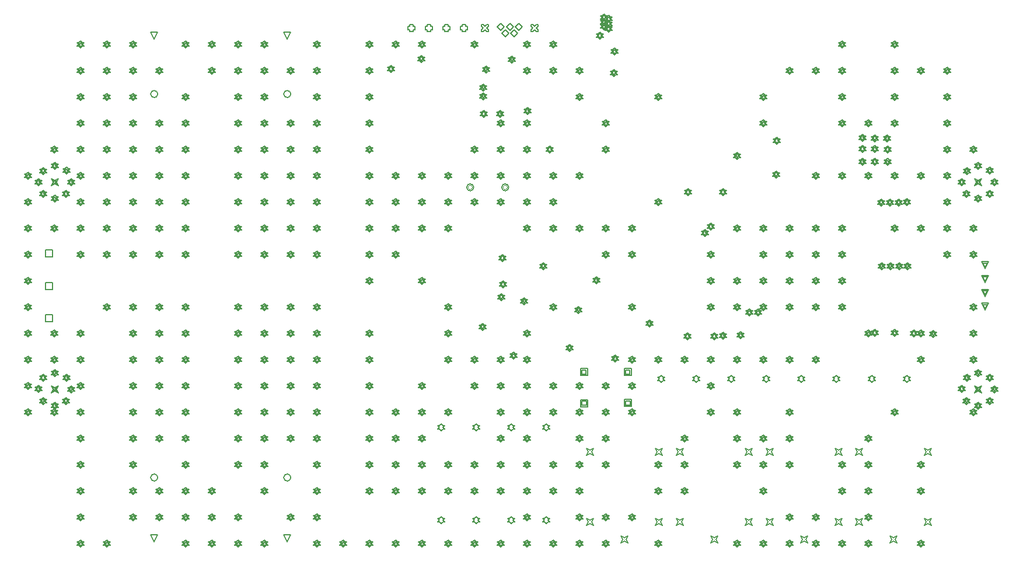
<source format=gbr>
%TF.GenerationSoftware,Altium Limited,Altium Designer,21.3.2 (30)*%
G04 Layer_Color=2752767*
%FSLAX26Y26*%
%MOIN*%
%TF.SameCoordinates,FFAA3912-E1DC-4B59-95C2-56FC1F4E7B50*%
%TF.FilePolarity,Positive*%
%TF.FileFunction,Drawing*%
%TF.Part,Single*%
G01*
G75*
%TA.AperFunction,NonConductor*%
%ADD88C,0.005000*%
%ADD152C,0.004000*%
%ADD168C,0.006667*%
D88*
X172000Y1498769D02*
Y1538769D01*
X212000D01*
Y1498769D01*
X172000D01*
Y1683808D02*
Y1723808D01*
X212000D01*
Y1683808D01*
X172000D01*
Y1868848D02*
Y1908848D01*
X212000D01*
Y1868848D01*
X172000D01*
X1551000Y242863D02*
X1531000Y282863D01*
X1571000D01*
X1551000Y242863D01*
Y3112942D02*
X1531000Y3152942D01*
X1571000D01*
X1551000Y3112942D01*
X791157D02*
X771157Y3152942D01*
X811157D01*
X791157Y3112942D01*
Y242863D02*
X771157Y282863D01*
X811157D01*
X791157Y242863D01*
X3032000Y876000D02*
X3042000Y886000D01*
X3052000D01*
X3042000Y896000D01*
X3052000Y906000D01*
X3042000D01*
X3032000Y916000D01*
X3022000Y906000D01*
X3012000D01*
X3022000Y896000D01*
X3012000Y886000D01*
X3022000D01*
X3032000Y876000D01*
X2832000D02*
X2842000Y886000D01*
X2852000D01*
X2842000Y896000D01*
X2852000Y906000D01*
X2842000D01*
X2832000Y916000D01*
X2822000Y906000D01*
X2812000D01*
X2822000Y896000D01*
X2812000Y886000D01*
X2822000D01*
X2832000Y876000D01*
X2432000D02*
X2442000Y886000D01*
X2452000D01*
X2442000Y896000D01*
X2452000Y906000D01*
X2442000D01*
X2432000Y916000D01*
X2422000Y906000D01*
X2412000D01*
X2422000Y896000D01*
X2412000Y886000D01*
X2422000D01*
X2432000Y876000D01*
X2632000D02*
X2642000Y886000D01*
X2652000D01*
X2642000Y896000D01*
X2652000Y906000D01*
X2642000D01*
X2632000Y916000D01*
X2622000Y906000D01*
X2612000D01*
X2622000Y896000D01*
X2612000Y886000D01*
X2622000D01*
X2632000Y876000D01*
X3032000Y347000D02*
X3042000Y357000D01*
X3052000D01*
X3042000Y367000D01*
X3052000Y377000D01*
X3042000D01*
X3032000Y387000D01*
X3022000Y377000D01*
X3012000D01*
X3022000Y367000D01*
X3012000Y357000D01*
X3022000D01*
X3032000Y347000D01*
X2832000D02*
X2842000Y357000D01*
X2852000D01*
X2842000Y367000D01*
X2852000Y377000D01*
X2842000D01*
X2832000Y387000D01*
X2822000Y377000D01*
X2812000D01*
X2822000Y367000D01*
X2812000Y357000D01*
X2822000D01*
X2832000Y347000D01*
X2632000D02*
X2642000Y357000D01*
X2652000D01*
X2642000Y367000D01*
X2652000Y377000D01*
X2642000D01*
X2632000Y387000D01*
X2622000Y377000D01*
X2612000D01*
X2622000Y367000D01*
X2612000Y357000D01*
X2622000D01*
X2632000Y347000D01*
X2432000D02*
X2442000Y357000D01*
X2452000D01*
X2442000Y367000D01*
X2452000Y377000D01*
X2442000D01*
X2432000Y387000D01*
X2422000Y377000D01*
X2412000D01*
X2422000Y367000D01*
X2412000Y357000D01*
X2422000D01*
X2432000Y347000D01*
X4889000Y1151000D02*
X4899000Y1161000D01*
X4909000D01*
X4899000Y1171000D01*
X4909000Y1181000D01*
X4899000D01*
X4889000Y1191000D01*
X4879000Y1181000D01*
X4869000D01*
X4879000Y1171000D01*
X4869000Y1161000D01*
X4879000D01*
X4889000Y1151000D01*
X5089000D02*
X5099000Y1161000D01*
X5109000D01*
X5099000Y1171000D01*
X5109000Y1181000D01*
X5099000D01*
X5089000Y1191000D01*
X5079000Y1181000D01*
X5069000D01*
X5079000Y1171000D01*
X5069000Y1161000D01*
X5079000D01*
X5089000Y1151000D01*
X4488500D02*
X4498500Y1161000D01*
X4508500D01*
X4498500Y1171000D01*
X4508500Y1181000D01*
X4498500D01*
X4488500Y1191000D01*
X4478500Y1181000D01*
X4468500D01*
X4478500Y1171000D01*
X4468500Y1161000D01*
X4478500D01*
X4488500Y1151000D01*
X4688500D02*
X4698500Y1161000D01*
X4708500D01*
X4698500Y1171000D01*
X4708500Y1181000D01*
X4698500D01*
X4688500Y1191000D01*
X4678500Y1181000D01*
X4668500D01*
X4678500Y1171000D01*
X4668500Y1161000D01*
X4678500D01*
X4688500Y1151000D01*
X4088000D02*
X4098000Y1161000D01*
X4108000D01*
X4098000Y1171000D01*
X4108000Y1181000D01*
X4098000D01*
X4088000Y1191000D01*
X4078000Y1181000D01*
X4068000D01*
X4078000Y1171000D01*
X4068000Y1161000D01*
X4078000D01*
X4088000Y1151000D01*
X4288000D02*
X4298000Y1161000D01*
X4308000D01*
X4298000Y1171000D01*
X4308000Y1181000D01*
X4298000D01*
X4288000Y1191000D01*
X4278000Y1181000D01*
X4268000D01*
X4278000Y1171000D01*
X4268000Y1161000D01*
X4278000D01*
X4288000Y1151000D01*
X3687500D02*
X3697500Y1161000D01*
X3707500D01*
X3697500Y1171000D01*
X3707500Y1181000D01*
X3697500D01*
X3687500Y1191000D01*
X3677500Y1181000D01*
X3667500D01*
X3677500Y1171000D01*
X3667500Y1161000D01*
X3677500D01*
X3687500Y1151000D01*
X3887500D02*
X3897500Y1161000D01*
X3907500D01*
X3897500Y1171000D01*
X3907500Y1181000D01*
X3897500D01*
X3887500Y1191000D01*
X3877500Y1181000D01*
X3867500D01*
X3877500Y1171000D01*
X3867500Y1161000D01*
X3877500D01*
X3887500Y1151000D01*
X5189850Y737158D02*
X5199850Y757158D01*
X5189850Y777158D01*
X5209850Y767158D01*
X5229850Y777158D01*
X5219850Y757158D01*
X5229850Y737158D01*
X5209850Y747158D01*
X5189850Y737158D01*
X4796150D02*
X4806150Y757158D01*
X4796150Y777158D01*
X4816150Y767158D01*
X4836150Y777158D01*
X4826150Y757158D01*
X4836150Y737158D01*
X4816150Y747158D01*
X4796150Y737158D01*
X4993000Y237157D02*
X5003000Y257158D01*
X4993000Y277158D01*
X5013000Y267158D01*
X5033000Y277158D01*
X5023000Y257158D01*
X5033000Y237157D01*
X5013000Y247157D01*
X4993000Y237157D01*
X4796150Y335583D02*
X4806150Y355583D01*
X4796150Y375583D01*
X4816150Y365583D01*
X4836150Y375583D01*
X4826150Y355583D01*
X4836150Y335583D01*
X4816150Y345583D01*
X4796150Y335583D01*
X5189850D02*
X5199850Y355583D01*
X5189850Y375583D01*
X5209850Y365583D01*
X5229850Y375583D01*
X5219850Y355583D01*
X5229850Y335583D01*
X5209850Y345583D01*
X5189850Y335583D01*
X4680850Y737158D02*
X4690850Y757158D01*
X4680850Y777158D01*
X4700850Y767158D01*
X4720850Y777158D01*
X4710850Y757158D01*
X4720850Y737158D01*
X4700850Y747158D01*
X4680850Y737158D01*
X4287150D02*
X4297150Y757158D01*
X4287150Y777158D01*
X4307150Y767158D01*
X4327150Y777158D01*
X4317150Y757158D01*
X4327150Y737158D01*
X4307150Y747158D01*
X4287150Y737158D01*
X4484000Y237157D02*
X4494000Y257158D01*
X4484000Y277158D01*
X4504000Y267158D01*
X4524000Y277158D01*
X4514000Y257158D01*
X4524000Y237157D01*
X4504000Y247157D01*
X4484000Y237157D01*
X4287150Y335583D02*
X4297150Y355583D01*
X4287150Y375583D01*
X4307150Y365583D01*
X4327150Y375583D01*
X4317150Y355583D01*
X4327150Y335583D01*
X4307150Y345583D01*
X4287150Y335583D01*
X4680850D02*
X4690850Y355583D01*
X4680850Y375583D01*
X4700850Y365583D01*
X4720850Y375583D01*
X4710850Y355583D01*
X4720850Y335583D01*
X4700850Y345583D01*
X4680850Y335583D01*
X4165850Y737158D02*
X4175850Y757158D01*
X4165850Y777158D01*
X4185850Y767158D01*
X4205850Y777158D01*
X4195850Y757158D01*
X4205850Y737158D01*
X4185850Y747158D01*
X4165850Y737158D01*
X3772150D02*
X3782150Y757158D01*
X3772150Y777158D01*
X3792150Y767158D01*
X3812150Y777158D01*
X3802150Y757158D01*
X3812150Y737158D01*
X3792150Y747158D01*
X3772150Y737158D01*
X3969000Y237157D02*
X3979000Y257158D01*
X3969000Y277158D01*
X3989000Y267158D01*
X4009000Y277158D01*
X3999000Y257158D01*
X4009000Y237157D01*
X3989000Y247157D01*
X3969000Y237157D01*
X3772150Y335583D02*
X3782150Y355583D01*
X3772150Y375583D01*
X3792150Y365583D01*
X3812150Y375583D01*
X3802150Y355583D01*
X3812150Y335583D01*
X3792150Y345583D01*
X3772150Y335583D01*
X4165850D02*
X4175850Y355583D01*
X4165850Y375583D01*
X4185850Y365583D01*
X4205850Y375583D01*
X4195850Y355583D01*
X4205850Y335583D01*
X4185850Y345583D01*
X4165850Y335583D01*
X3654850Y737158D02*
X3664850Y757158D01*
X3654850Y777158D01*
X3674850Y767158D01*
X3694850Y777158D01*
X3684850Y757158D01*
X3694850Y737158D01*
X3674850Y747158D01*
X3654850Y737158D01*
X3261150D02*
X3271150Y757158D01*
X3261150Y777158D01*
X3281150Y767158D01*
X3301150Y777158D01*
X3291150Y757158D01*
X3301150Y737158D01*
X3281150Y747158D01*
X3261150Y737158D01*
X3458000Y237157D02*
X3468000Y257158D01*
X3458000Y277158D01*
X3478000Y267158D01*
X3498000Y277158D01*
X3488000Y257158D01*
X3498000Y237157D01*
X3478000Y247157D01*
X3458000Y237157D01*
X3261150Y335583D02*
X3271150Y355583D01*
X3261150Y375583D01*
X3281150Y365583D01*
X3301150Y375583D01*
X3291150Y355583D01*
X3301150Y335583D01*
X3281150Y345583D01*
X3261150Y335583D01*
X3654850D02*
X3664850Y355583D01*
X3654850Y375583D01*
X3674850Y365583D01*
X3694850Y375583D01*
X3684850Y355583D01*
X3694850Y335583D01*
X3674850Y345583D01*
X3654850Y335583D01*
X2250000Y3167000D02*
Y3157000D01*
X2270000D01*
Y3167000D01*
X2280000D01*
Y3187000D01*
X2270000D01*
Y3197000D01*
X2250000D01*
Y3187000D01*
X2240000D01*
Y3167000D01*
X2250000D01*
X2350000D02*
Y3157000D01*
X2370000D01*
Y3167000D01*
X2380000D01*
Y3187000D01*
X2370000D01*
Y3197000D01*
X2350000D01*
Y3187000D01*
X2340000D01*
Y3167000D01*
X2350000D01*
X2450000D02*
Y3157000D01*
X2470000D01*
Y3167000D01*
X2480000D01*
Y3187000D01*
X2470000D01*
Y3197000D01*
X2450000D01*
Y3187000D01*
X2440000D01*
Y3167000D01*
X2450000D01*
X2550000D02*
Y3157000D01*
X2570000D01*
Y3167000D01*
X2580000D01*
Y3187000D01*
X2570000D01*
Y3197000D01*
X2550000D01*
Y3187000D01*
X2540000D01*
Y3167000D01*
X2550000D01*
X2943496Y3155000D02*
X2953496D01*
X2963496Y3165000D01*
X2973496Y3155000D01*
X2983496D01*
Y3165000D01*
X2973496Y3175000D01*
X2983496Y3185000D01*
Y3195000D01*
X2973496D01*
X2963496Y3185000D01*
X2953496Y3195000D01*
X2943496D01*
Y3185000D01*
X2953496Y3175000D01*
X2943496Y3165000D01*
Y3155000D01*
X2662000D02*
X2672000D01*
X2682000Y3165000D01*
X2692000Y3155000D01*
X2702000D01*
Y3165000D01*
X2692000Y3175000D01*
X2702000Y3185000D01*
Y3195000D01*
X2692000D01*
X2682000Y3185000D01*
X2672000Y3195000D01*
X2662000D01*
Y3185000D01*
X2672000Y3175000D01*
X2662000Y3165000D01*
Y3155000D01*
X2853929Y3183661D02*
X2873929Y3203661D01*
X2893929Y3183661D01*
X2873929Y3163661D01*
X2853929Y3183661D01*
X2828339Y3144291D02*
X2848339Y3164291D01*
X2868339Y3144291D01*
X2848339Y3124291D01*
X2828339Y3144291D01*
X2802748Y3183661D02*
X2822748Y3203661D01*
X2842748Y3183661D01*
X2822748Y3163661D01*
X2802748Y3183661D01*
X2777157Y3144291D02*
X2797157Y3164291D01*
X2817157Y3144291D01*
X2797157Y3124291D01*
X2777157Y3144291D01*
X2751567Y3183661D02*
X2771567Y3203661D01*
X2791567Y3183661D01*
X2771567Y3163661D01*
X2751567Y3183661D01*
X3226000Y1191000D02*
Y1231000D01*
X3266000D01*
Y1191000D01*
X3226000D01*
X3234000Y1199000D02*
Y1223000D01*
X3258000D01*
Y1199000D01*
X3234000D01*
X3227000Y1013000D02*
Y1053000D01*
X3267000D01*
Y1013000D01*
X3227000D01*
X3235000Y1021000D02*
Y1045000D01*
X3259000D01*
Y1021000D01*
X3235000D01*
X3477000Y1014000D02*
Y1054000D01*
X3517000D01*
Y1014000D01*
X3477000D01*
X3485000Y1022000D02*
Y1046000D01*
X3509000D01*
Y1022000D01*
X3485000D01*
X3476000Y1191000D02*
Y1231000D01*
X3516000D01*
Y1191000D01*
X3476000D01*
X3484000Y1199000D02*
Y1223000D01*
X3508000D01*
Y1199000D01*
X3484000D01*
X5537000Y1564520D02*
X5517000Y1604520D01*
X5557000D01*
X5537000Y1564520D01*
Y1572520D02*
X5525000Y1596520D01*
X5549000D01*
X5537000Y1572520D01*
Y1643260D02*
X5517000Y1683260D01*
X5557000D01*
X5537000Y1643260D01*
Y1651260D02*
X5525000Y1675260D01*
X5549000D01*
X5537000Y1651260D01*
Y1722000D02*
X5517000Y1762000D01*
X5557000D01*
X5537000Y1722000D01*
Y1730000D02*
X5525000Y1754000D01*
X5549000D01*
X5537000Y1730000D01*
Y1800740D02*
X5517000Y1840740D01*
X5557000D01*
X5537000Y1800740D01*
Y1808740D02*
X5525000Y1832740D01*
X5549000D01*
X5537000Y1808740D01*
X3072000Y961000D02*
X3082000Y971000D01*
X3092000D01*
X3082000Y981000D01*
X3092000Y991000D01*
X3082000D01*
X3072000Y1001000D01*
X3062000Y991000D01*
X3052000D01*
X3062000Y981000D01*
X3052000Y971000D01*
X3062000D01*
X3072000Y961000D01*
Y969000D02*
X3078000Y975000D01*
X3084000D01*
X3078000Y981000D01*
X3084000Y987000D01*
X3078000D01*
X3072000Y993000D01*
X3066000Y987000D01*
X3060000D01*
X3066000Y981000D01*
X3060000Y975000D01*
X3066000D01*
X3072000Y969000D01*
X3222000Y1111000D02*
X3232000Y1121000D01*
X3242000D01*
X3232000Y1131000D01*
X3242000Y1141000D01*
X3232000D01*
X3222000Y1151000D01*
X3212000Y1141000D01*
X3202000D01*
X3212000Y1131000D01*
X3202000Y1121000D01*
X3212000D01*
X3222000Y1111000D01*
Y1119000D02*
X3228000Y1125000D01*
X3234000D01*
X3228000Y1131000D01*
X3234000Y1137000D01*
X3228000D01*
X3222000Y1143000D01*
X3216000Y1137000D01*
X3210000D01*
X3216000Y1131000D01*
X3210000Y1125000D01*
X3216000D01*
X3222000Y1119000D01*
X3072000Y1111000D02*
X3082000Y1121000D01*
X3092000D01*
X3082000Y1131000D01*
X3092000Y1141000D01*
X3082000D01*
X3072000Y1151000D01*
X3062000Y1141000D01*
X3052000D01*
X3062000Y1131000D01*
X3052000Y1121000D01*
X3062000D01*
X3072000Y1111000D01*
Y1119000D02*
X3078000Y1125000D01*
X3084000D01*
X3078000Y1131000D01*
X3084000Y1137000D01*
X3078000D01*
X3072000Y1143000D01*
X3066000Y1137000D01*
X3060000D01*
X3066000Y1131000D01*
X3060000Y1125000D01*
X3066000D01*
X3072000Y1119000D01*
X5472000Y2461000D02*
X5482000Y2471000D01*
X5492000D01*
X5482000Y2481000D01*
X5492000Y2491000D01*
X5482000D01*
X5472000Y2501000D01*
X5462000Y2491000D01*
X5452000D01*
X5462000Y2481000D01*
X5452000Y2471000D01*
X5462000D01*
X5472000Y2461000D01*
Y2469000D02*
X5478000Y2475000D01*
X5484000D01*
X5478000Y2481000D01*
X5484000Y2487000D01*
X5478000D01*
X5472000Y2493000D01*
X5466000Y2487000D01*
X5460000D01*
X5466000Y2481000D01*
X5460000Y2475000D01*
X5466000D01*
X5472000Y2469000D01*
Y2011000D02*
X5482000Y2021000D01*
X5492000D01*
X5482000Y2031000D01*
X5492000Y2041000D01*
X5482000D01*
X5472000Y2051000D01*
X5462000Y2041000D01*
X5452000D01*
X5462000Y2031000D01*
X5452000Y2021000D01*
X5462000D01*
X5472000Y2011000D01*
Y2019000D02*
X5478000Y2025000D01*
X5484000D01*
X5478000Y2031000D01*
X5484000Y2037000D01*
X5478000D01*
X5472000Y2043000D01*
X5466000Y2037000D01*
X5460000D01*
X5466000Y2031000D01*
X5460000Y2025000D01*
X5466000D01*
X5472000Y2019000D01*
Y1861000D02*
X5482000Y1871000D01*
X5492000D01*
X5482000Y1881000D01*
X5492000Y1891000D01*
X5482000D01*
X5472000Y1901000D01*
X5462000Y1891000D01*
X5452000D01*
X5462000Y1881000D01*
X5452000Y1871000D01*
X5462000D01*
X5472000Y1861000D01*
Y1869000D02*
X5478000Y1875000D01*
X5484000D01*
X5478000Y1881000D01*
X5484000Y1887000D01*
X5478000D01*
X5472000Y1893000D01*
X5466000Y1887000D01*
X5460000D01*
X5466000Y1881000D01*
X5460000Y1875000D01*
X5466000D01*
X5472000Y1869000D01*
Y1561000D02*
X5482000Y1571000D01*
X5492000D01*
X5482000Y1581000D01*
X5492000Y1591000D01*
X5482000D01*
X5472000Y1601000D01*
X5462000Y1591000D01*
X5452000D01*
X5462000Y1581000D01*
X5452000Y1571000D01*
X5462000D01*
X5472000Y1561000D01*
Y1569000D02*
X5478000Y1575000D01*
X5484000D01*
X5478000Y1581000D01*
X5484000Y1587000D01*
X5478000D01*
X5472000Y1593000D01*
X5466000Y1587000D01*
X5460000D01*
X5466000Y1581000D01*
X5460000Y1575000D01*
X5466000D01*
X5472000Y1569000D01*
Y1411000D02*
X5482000Y1421000D01*
X5492000D01*
X5482000Y1431000D01*
X5492000Y1441000D01*
X5482000D01*
X5472000Y1451000D01*
X5462000Y1441000D01*
X5452000D01*
X5462000Y1431000D01*
X5452000Y1421000D01*
X5462000D01*
X5472000Y1411000D01*
Y1419000D02*
X5478000Y1425000D01*
X5484000D01*
X5478000Y1431000D01*
X5484000Y1437000D01*
X5478000D01*
X5472000Y1443000D01*
X5466000Y1437000D01*
X5460000D01*
X5466000Y1431000D01*
X5460000Y1425000D01*
X5466000D01*
X5472000Y1419000D01*
Y1261000D02*
X5482000Y1271000D01*
X5492000D01*
X5482000Y1281000D01*
X5492000Y1291000D01*
X5482000D01*
X5472000Y1301000D01*
X5462000Y1291000D01*
X5452000D01*
X5462000Y1281000D01*
X5452000Y1271000D01*
X5462000D01*
X5472000Y1261000D01*
Y1269000D02*
X5478000Y1275000D01*
X5484000D01*
X5478000Y1281000D01*
X5484000Y1287000D01*
X5478000D01*
X5472000Y1293000D01*
X5466000Y1287000D01*
X5460000D01*
X5466000Y1281000D01*
X5460000Y1275000D01*
X5466000D01*
X5472000Y1269000D01*
Y961000D02*
X5482000Y971000D01*
X5492000D01*
X5482000Y981000D01*
X5492000Y991000D01*
X5482000D01*
X5472000Y1001000D01*
X5462000Y991000D01*
X5452000D01*
X5462000Y981000D01*
X5452000Y971000D01*
X5462000D01*
X5472000Y961000D01*
Y969000D02*
X5478000Y975000D01*
X5484000D01*
X5478000Y981000D01*
X5484000Y987000D01*
X5478000D01*
X5472000Y993000D01*
X5466000Y987000D01*
X5460000D01*
X5466000Y981000D01*
X5460000Y975000D01*
X5466000D01*
X5472000Y969000D01*
X5322000Y2911000D02*
X5332000Y2921000D01*
X5342000D01*
X5332000Y2931000D01*
X5342000Y2941000D01*
X5332000D01*
X5322000Y2951000D01*
X5312000Y2941000D01*
X5302000D01*
X5312000Y2931000D01*
X5302000Y2921000D01*
X5312000D01*
X5322000Y2911000D01*
Y2919000D02*
X5328000Y2925000D01*
X5334000D01*
X5328000Y2931000D01*
X5334000Y2937000D01*
X5328000D01*
X5322000Y2943000D01*
X5316000Y2937000D01*
X5310000D01*
X5316000Y2931000D01*
X5310000Y2925000D01*
X5316000D01*
X5322000Y2919000D01*
Y2761000D02*
X5332000Y2771000D01*
X5342000D01*
X5332000Y2781000D01*
X5342000Y2791000D01*
X5332000D01*
X5322000Y2801000D01*
X5312000Y2791000D01*
X5302000D01*
X5312000Y2781000D01*
X5302000Y2771000D01*
X5312000D01*
X5322000Y2761000D01*
Y2769000D02*
X5328000Y2775000D01*
X5334000D01*
X5328000Y2781000D01*
X5334000Y2787000D01*
X5328000D01*
X5322000Y2793000D01*
X5316000Y2787000D01*
X5310000D01*
X5316000Y2781000D01*
X5310000Y2775000D01*
X5316000D01*
X5322000Y2769000D01*
Y2611000D02*
X5332000Y2621000D01*
X5342000D01*
X5332000Y2631000D01*
X5342000Y2641000D01*
X5332000D01*
X5322000Y2651000D01*
X5312000Y2641000D01*
X5302000D01*
X5312000Y2631000D01*
X5302000Y2621000D01*
X5312000D01*
X5322000Y2611000D01*
Y2619000D02*
X5328000Y2625000D01*
X5334000D01*
X5328000Y2631000D01*
X5334000Y2637000D01*
X5328000D01*
X5322000Y2643000D01*
X5316000Y2637000D01*
X5310000D01*
X5316000Y2631000D01*
X5310000Y2625000D01*
X5316000D01*
X5322000Y2619000D01*
Y2461000D02*
X5332000Y2471000D01*
X5342000D01*
X5332000Y2481000D01*
X5342000Y2491000D01*
X5332000D01*
X5322000Y2501000D01*
X5312000Y2491000D01*
X5302000D01*
X5312000Y2481000D01*
X5302000Y2471000D01*
X5312000D01*
X5322000Y2461000D01*
Y2469000D02*
X5328000Y2475000D01*
X5334000D01*
X5328000Y2481000D01*
X5334000Y2487000D01*
X5328000D01*
X5322000Y2493000D01*
X5316000Y2487000D01*
X5310000D01*
X5316000Y2481000D01*
X5310000Y2475000D01*
X5316000D01*
X5322000Y2469000D01*
Y2311000D02*
X5332000Y2321000D01*
X5342000D01*
X5332000Y2331000D01*
X5342000Y2341000D01*
X5332000D01*
X5322000Y2351000D01*
X5312000Y2341000D01*
X5302000D01*
X5312000Y2331000D01*
X5302000Y2321000D01*
X5312000D01*
X5322000Y2311000D01*
Y2319000D02*
X5328000Y2325000D01*
X5334000D01*
X5328000Y2331000D01*
X5334000Y2337000D01*
X5328000D01*
X5322000Y2343000D01*
X5316000Y2337000D01*
X5310000D01*
X5316000Y2331000D01*
X5310000Y2325000D01*
X5316000D01*
X5322000Y2319000D01*
Y2161000D02*
X5332000Y2171000D01*
X5342000D01*
X5332000Y2181000D01*
X5342000Y2191000D01*
X5332000D01*
X5322000Y2201000D01*
X5312000Y2191000D01*
X5302000D01*
X5312000Y2181000D01*
X5302000Y2171000D01*
X5312000D01*
X5322000Y2161000D01*
Y2169000D02*
X5328000Y2175000D01*
X5334000D01*
X5328000Y2181000D01*
X5334000Y2187000D01*
X5328000D01*
X5322000Y2193000D01*
X5316000Y2187000D01*
X5310000D01*
X5316000Y2181000D01*
X5310000Y2175000D01*
X5316000D01*
X5322000Y2169000D01*
Y2011000D02*
X5332000Y2021000D01*
X5342000D01*
X5332000Y2031000D01*
X5342000Y2041000D01*
X5332000D01*
X5322000Y2051000D01*
X5312000Y2041000D01*
X5302000D01*
X5312000Y2031000D01*
X5302000Y2021000D01*
X5312000D01*
X5322000Y2011000D01*
Y2019000D02*
X5328000Y2025000D01*
X5334000D01*
X5328000Y2031000D01*
X5334000Y2037000D01*
X5328000D01*
X5322000Y2043000D01*
X5316000Y2037000D01*
X5310000D01*
X5316000Y2031000D01*
X5310000Y2025000D01*
X5316000D01*
X5322000Y2019000D01*
Y1861000D02*
X5332000Y1871000D01*
X5342000D01*
X5332000Y1881000D01*
X5342000Y1891000D01*
X5332000D01*
X5322000Y1901000D01*
X5312000Y1891000D01*
X5302000D01*
X5312000Y1881000D01*
X5302000Y1871000D01*
X5312000D01*
X5322000Y1861000D01*
Y1869000D02*
X5328000Y1875000D01*
X5334000D01*
X5328000Y1881000D01*
X5334000Y1887000D01*
X5328000D01*
X5322000Y1893000D01*
X5316000Y1887000D01*
X5310000D01*
X5316000Y1881000D01*
X5310000Y1875000D01*
X5316000D01*
X5322000Y1869000D01*
X5172000Y2911000D02*
X5182000Y2921000D01*
X5192000D01*
X5182000Y2931000D01*
X5192000Y2941000D01*
X5182000D01*
X5172000Y2951000D01*
X5162000Y2941000D01*
X5152000D01*
X5162000Y2931000D01*
X5152000Y2921000D01*
X5162000D01*
X5172000Y2911000D01*
Y2919000D02*
X5178000Y2925000D01*
X5184000D01*
X5178000Y2931000D01*
X5184000Y2937000D01*
X5178000D01*
X5172000Y2943000D01*
X5166000Y2937000D01*
X5160000D01*
X5166000Y2931000D01*
X5160000Y2925000D01*
X5166000D01*
X5172000Y2919000D01*
Y2311000D02*
X5182000Y2321000D01*
X5192000D01*
X5182000Y2331000D01*
X5192000Y2341000D01*
X5182000D01*
X5172000Y2351000D01*
X5162000Y2341000D01*
X5152000D01*
X5162000Y2331000D01*
X5152000Y2321000D01*
X5162000D01*
X5172000Y2311000D01*
Y2319000D02*
X5178000Y2325000D01*
X5184000D01*
X5178000Y2331000D01*
X5184000Y2337000D01*
X5178000D01*
X5172000Y2343000D01*
X5166000Y2337000D01*
X5160000D01*
X5166000Y2331000D01*
X5160000Y2325000D01*
X5166000D01*
X5172000Y2319000D01*
Y2011000D02*
X5182000Y2021000D01*
X5192000D01*
X5182000Y2031000D01*
X5192000Y2041000D01*
X5182000D01*
X5172000Y2051000D01*
X5162000Y2041000D01*
X5152000D01*
X5162000Y2031000D01*
X5152000Y2021000D01*
X5162000D01*
X5172000Y2011000D01*
Y2019000D02*
X5178000Y2025000D01*
X5184000D01*
X5178000Y2031000D01*
X5184000Y2037000D01*
X5178000D01*
X5172000Y2043000D01*
X5166000Y2037000D01*
X5160000D01*
X5166000Y2031000D01*
X5160000Y2025000D01*
X5166000D01*
X5172000Y2019000D01*
Y1411000D02*
X5182000Y1421000D01*
X5192000D01*
X5182000Y1431000D01*
X5192000Y1441000D01*
X5182000D01*
X5172000Y1451000D01*
X5162000Y1441000D01*
X5152000D01*
X5162000Y1431000D01*
X5152000Y1421000D01*
X5162000D01*
X5172000Y1411000D01*
Y1419000D02*
X5178000Y1425000D01*
X5184000D01*
X5178000Y1431000D01*
X5184000Y1437000D01*
X5178000D01*
X5172000Y1443000D01*
X5166000Y1437000D01*
X5160000D01*
X5166000Y1431000D01*
X5160000Y1425000D01*
X5166000D01*
X5172000Y1419000D01*
Y1261000D02*
X5182000Y1271000D01*
X5192000D01*
X5182000Y1281000D01*
X5192000Y1291000D01*
X5182000D01*
X5172000Y1301000D01*
X5162000Y1291000D01*
X5152000D01*
X5162000Y1281000D01*
X5152000Y1271000D01*
X5162000D01*
X5172000Y1261000D01*
Y1269000D02*
X5178000Y1275000D01*
X5184000D01*
X5178000Y1281000D01*
X5184000Y1287000D01*
X5178000D01*
X5172000Y1293000D01*
X5166000Y1287000D01*
X5160000D01*
X5166000Y1281000D01*
X5160000Y1275000D01*
X5166000D01*
X5172000Y1269000D01*
Y661000D02*
X5182000Y671000D01*
X5192000D01*
X5182000Y681000D01*
X5192000Y691000D01*
X5182000D01*
X5172000Y701000D01*
X5162000Y691000D01*
X5152000D01*
X5162000Y681000D01*
X5152000Y671000D01*
X5162000D01*
X5172000Y661000D01*
Y669000D02*
X5178000Y675000D01*
X5184000D01*
X5178000Y681000D01*
X5184000Y687000D01*
X5178000D01*
X5172000Y693000D01*
X5166000Y687000D01*
X5160000D01*
X5166000Y681000D01*
X5160000Y675000D01*
X5166000D01*
X5172000Y669000D01*
Y511000D02*
X5182000Y521000D01*
X5192000D01*
X5182000Y531000D01*
X5192000Y541000D01*
X5182000D01*
X5172000Y551000D01*
X5162000Y541000D01*
X5152000D01*
X5162000Y531000D01*
X5152000Y521000D01*
X5162000D01*
X5172000Y511000D01*
Y519000D02*
X5178000Y525000D01*
X5184000D01*
X5178000Y531000D01*
X5184000Y537000D01*
X5178000D01*
X5172000Y543000D01*
X5166000Y537000D01*
X5160000D01*
X5166000Y531000D01*
X5160000Y525000D01*
X5166000D01*
X5172000Y519000D01*
Y211000D02*
X5182000Y221000D01*
X5192000D01*
X5182000Y231000D01*
X5192000Y241000D01*
X5182000D01*
X5172000Y251000D01*
X5162000Y241000D01*
X5152000D01*
X5162000Y231000D01*
X5152000Y221000D01*
X5162000D01*
X5172000Y211000D01*
Y219000D02*
X5178000Y225000D01*
X5184000D01*
X5178000Y231000D01*
X5184000Y237000D01*
X5178000D01*
X5172000Y243000D01*
X5166000Y237000D01*
X5160000D01*
X5166000Y231000D01*
X5160000Y225000D01*
X5166000D01*
X5172000Y219000D01*
X5022000Y3061000D02*
X5032000Y3071000D01*
X5042000D01*
X5032000Y3081000D01*
X5042000Y3091000D01*
X5032000D01*
X5022000Y3101000D01*
X5012000Y3091000D01*
X5002000D01*
X5012000Y3081000D01*
X5002000Y3071000D01*
X5012000D01*
X5022000Y3061000D01*
Y3069000D02*
X5028000Y3075000D01*
X5034000D01*
X5028000Y3081000D01*
X5034000Y3087000D01*
X5028000D01*
X5022000Y3093000D01*
X5016000Y3087000D01*
X5010000D01*
X5016000Y3081000D01*
X5010000Y3075000D01*
X5016000D01*
X5022000Y3069000D01*
Y2911000D02*
X5032000Y2921000D01*
X5042000D01*
X5032000Y2931000D01*
X5042000Y2941000D01*
X5032000D01*
X5022000Y2951000D01*
X5012000Y2941000D01*
X5002000D01*
X5012000Y2931000D01*
X5002000Y2921000D01*
X5012000D01*
X5022000Y2911000D01*
Y2919000D02*
X5028000Y2925000D01*
X5034000D01*
X5028000Y2931000D01*
X5034000Y2937000D01*
X5028000D01*
X5022000Y2943000D01*
X5016000Y2937000D01*
X5010000D01*
X5016000Y2931000D01*
X5010000Y2925000D01*
X5016000D01*
X5022000Y2919000D01*
Y2761000D02*
X5032000Y2771000D01*
X5042000D01*
X5032000Y2781000D01*
X5042000Y2791000D01*
X5032000D01*
X5022000Y2801000D01*
X5012000Y2791000D01*
X5002000D01*
X5012000Y2781000D01*
X5002000Y2771000D01*
X5012000D01*
X5022000Y2761000D01*
Y2769000D02*
X5028000Y2775000D01*
X5034000D01*
X5028000Y2781000D01*
X5034000Y2787000D01*
X5028000D01*
X5022000Y2793000D01*
X5016000Y2787000D01*
X5010000D01*
X5016000Y2781000D01*
X5010000Y2775000D01*
X5016000D01*
X5022000Y2769000D01*
Y2611000D02*
X5032000Y2621000D01*
X5042000D01*
X5032000Y2631000D01*
X5042000Y2641000D01*
X5032000D01*
X5022000Y2651000D01*
X5012000Y2641000D01*
X5002000D01*
X5012000Y2631000D01*
X5002000Y2621000D01*
X5012000D01*
X5022000Y2611000D01*
Y2619000D02*
X5028000Y2625000D01*
X5034000D01*
X5028000Y2631000D01*
X5034000Y2637000D01*
X5028000D01*
X5022000Y2643000D01*
X5016000Y2637000D01*
X5010000D01*
X5016000Y2631000D01*
X5010000Y2625000D01*
X5016000D01*
X5022000Y2619000D01*
Y2311000D02*
X5032000Y2321000D01*
X5042000D01*
X5032000Y2331000D01*
X5042000Y2341000D01*
X5032000D01*
X5022000Y2351000D01*
X5012000Y2341000D01*
X5002000D01*
X5012000Y2331000D01*
X5002000Y2321000D01*
X5012000D01*
X5022000Y2311000D01*
Y2319000D02*
X5028000Y2325000D01*
X5034000D01*
X5028000Y2331000D01*
X5034000Y2337000D01*
X5028000D01*
X5022000Y2343000D01*
X5016000Y2337000D01*
X5010000D01*
X5016000Y2331000D01*
X5010000Y2325000D01*
X5016000D01*
X5022000Y2319000D01*
Y2011000D02*
X5032000Y2021000D01*
X5042000D01*
X5032000Y2031000D01*
X5042000Y2041000D01*
X5032000D01*
X5022000Y2051000D01*
X5012000Y2041000D01*
X5002000D01*
X5012000Y2031000D01*
X5002000Y2021000D01*
X5012000D01*
X5022000Y2011000D01*
Y2019000D02*
X5028000Y2025000D01*
X5034000D01*
X5028000Y2031000D01*
X5034000Y2037000D01*
X5028000D01*
X5022000Y2043000D01*
X5016000Y2037000D01*
X5010000D01*
X5016000Y2031000D01*
X5010000Y2025000D01*
X5016000D01*
X5022000Y2019000D01*
Y961000D02*
X5032000Y971000D01*
X5042000D01*
X5032000Y981000D01*
X5042000Y991000D01*
X5032000D01*
X5022000Y1001000D01*
X5012000Y991000D01*
X5002000D01*
X5012000Y981000D01*
X5002000Y971000D01*
X5012000D01*
X5022000Y961000D01*
Y969000D02*
X5028000Y975000D01*
X5034000D01*
X5028000Y981000D01*
X5034000Y987000D01*
X5028000D01*
X5022000Y993000D01*
X5016000Y987000D01*
X5010000D01*
X5016000Y981000D01*
X5010000Y975000D01*
X5016000D01*
X5022000Y969000D01*
X4872000Y2611000D02*
X4882000Y2621000D01*
X4892000D01*
X4882000Y2631000D01*
X4892000Y2641000D01*
X4882000D01*
X4872000Y2651000D01*
X4862000Y2641000D01*
X4852000D01*
X4862000Y2631000D01*
X4852000Y2621000D01*
X4862000D01*
X4872000Y2611000D01*
Y2619000D02*
X4878000Y2625000D01*
X4884000D01*
X4878000Y2631000D01*
X4884000Y2637000D01*
X4878000D01*
X4872000Y2643000D01*
X4866000Y2637000D01*
X4860000D01*
X4866000Y2631000D01*
X4860000Y2625000D01*
X4866000D01*
X4872000Y2619000D01*
Y2311000D02*
X4882000Y2321000D01*
X4892000D01*
X4882000Y2331000D01*
X4892000Y2341000D01*
X4882000D01*
X4872000Y2351000D01*
X4862000Y2341000D01*
X4852000D01*
X4862000Y2331000D01*
X4852000Y2321000D01*
X4862000D01*
X4872000Y2311000D01*
Y2319000D02*
X4878000Y2325000D01*
X4884000D01*
X4878000Y2331000D01*
X4884000Y2337000D01*
X4878000D01*
X4872000Y2343000D01*
X4866000Y2337000D01*
X4860000D01*
X4866000Y2331000D01*
X4860000Y2325000D01*
X4866000D01*
X4872000Y2319000D01*
Y1411000D02*
X4882000Y1421000D01*
X4892000D01*
X4882000Y1431000D01*
X4892000Y1441000D01*
X4882000D01*
X4872000Y1451000D01*
X4862000Y1441000D01*
X4852000D01*
X4862000Y1431000D01*
X4852000Y1421000D01*
X4862000D01*
X4872000Y1411000D01*
Y1419000D02*
X4878000Y1425000D01*
X4884000D01*
X4878000Y1431000D01*
X4884000Y1437000D01*
X4878000D01*
X4872000Y1443000D01*
X4866000Y1437000D01*
X4860000D01*
X4866000Y1431000D01*
X4860000Y1425000D01*
X4866000D01*
X4872000Y1419000D01*
Y811000D02*
X4882000Y821000D01*
X4892000D01*
X4882000Y831000D01*
X4892000Y841000D01*
X4882000D01*
X4872000Y851000D01*
X4862000Y841000D01*
X4852000D01*
X4862000Y831000D01*
X4852000Y821000D01*
X4862000D01*
X4872000Y811000D01*
Y819000D02*
X4878000Y825000D01*
X4884000D01*
X4878000Y831000D01*
X4884000Y837000D01*
X4878000D01*
X4872000Y843000D01*
X4866000Y837000D01*
X4860000D01*
X4866000Y831000D01*
X4860000Y825000D01*
X4866000D01*
X4872000Y819000D01*
Y661000D02*
X4882000Y671000D01*
X4892000D01*
X4882000Y681000D01*
X4892000Y691000D01*
X4882000D01*
X4872000Y701000D01*
X4862000Y691000D01*
X4852000D01*
X4862000Y681000D01*
X4852000Y671000D01*
X4862000D01*
X4872000Y661000D01*
Y669000D02*
X4878000Y675000D01*
X4884000D01*
X4878000Y681000D01*
X4884000Y687000D01*
X4878000D01*
X4872000Y693000D01*
X4866000Y687000D01*
X4860000D01*
X4866000Y681000D01*
X4860000Y675000D01*
X4866000D01*
X4872000Y669000D01*
Y511000D02*
X4882000Y521000D01*
X4892000D01*
X4882000Y531000D01*
X4892000Y541000D01*
X4882000D01*
X4872000Y551000D01*
X4862000Y541000D01*
X4852000D01*
X4862000Y531000D01*
X4852000Y521000D01*
X4862000D01*
X4872000Y511000D01*
Y519000D02*
X4878000Y525000D01*
X4884000D01*
X4878000Y531000D01*
X4884000Y537000D01*
X4878000D01*
X4872000Y543000D01*
X4866000Y537000D01*
X4860000D01*
X4866000Y531000D01*
X4860000Y525000D01*
X4866000D01*
X4872000Y519000D01*
Y361000D02*
X4882000Y371000D01*
X4892000D01*
X4882000Y381000D01*
X4892000Y391000D01*
X4882000D01*
X4872000Y401000D01*
X4862000Y391000D01*
X4852000D01*
X4862000Y381000D01*
X4852000Y371000D01*
X4862000D01*
X4872000Y361000D01*
Y369000D02*
X4878000Y375000D01*
X4884000D01*
X4878000Y381000D01*
X4884000Y387000D01*
X4878000D01*
X4872000Y393000D01*
X4866000Y387000D01*
X4860000D01*
X4866000Y381000D01*
X4860000Y375000D01*
X4866000D01*
X4872000Y369000D01*
Y211000D02*
X4882000Y221000D01*
X4892000D01*
X4882000Y231000D01*
X4892000Y241000D01*
X4882000D01*
X4872000Y251000D01*
X4862000Y241000D01*
X4852000D01*
X4862000Y231000D01*
X4852000Y221000D01*
X4862000D01*
X4872000Y211000D01*
Y219000D02*
X4878000Y225000D01*
X4884000D01*
X4878000Y231000D01*
X4884000Y237000D01*
X4878000D01*
X4872000Y243000D01*
X4866000Y237000D01*
X4860000D01*
X4866000Y231000D01*
X4860000Y225000D01*
X4866000D01*
X4872000Y219000D01*
X4722000Y3061000D02*
X4732000Y3071000D01*
X4742000D01*
X4732000Y3081000D01*
X4742000Y3091000D01*
X4732000D01*
X4722000Y3101000D01*
X4712000Y3091000D01*
X4702000D01*
X4712000Y3081000D01*
X4702000Y3071000D01*
X4712000D01*
X4722000Y3061000D01*
Y3069000D02*
X4728000Y3075000D01*
X4734000D01*
X4728000Y3081000D01*
X4734000Y3087000D01*
X4728000D01*
X4722000Y3093000D01*
X4716000Y3087000D01*
X4710000D01*
X4716000Y3081000D01*
X4710000Y3075000D01*
X4716000D01*
X4722000Y3069000D01*
Y2911000D02*
X4732000Y2921000D01*
X4742000D01*
X4732000Y2931000D01*
X4742000Y2941000D01*
X4732000D01*
X4722000Y2951000D01*
X4712000Y2941000D01*
X4702000D01*
X4712000Y2931000D01*
X4702000Y2921000D01*
X4712000D01*
X4722000Y2911000D01*
Y2919000D02*
X4728000Y2925000D01*
X4734000D01*
X4728000Y2931000D01*
X4734000Y2937000D01*
X4728000D01*
X4722000Y2943000D01*
X4716000Y2937000D01*
X4710000D01*
X4716000Y2931000D01*
X4710000Y2925000D01*
X4716000D01*
X4722000Y2919000D01*
Y2761000D02*
X4732000Y2771000D01*
X4742000D01*
X4732000Y2781000D01*
X4742000Y2791000D01*
X4732000D01*
X4722000Y2801000D01*
X4712000Y2791000D01*
X4702000D01*
X4712000Y2781000D01*
X4702000Y2771000D01*
X4712000D01*
X4722000Y2761000D01*
Y2769000D02*
X4728000Y2775000D01*
X4734000D01*
X4728000Y2781000D01*
X4734000Y2787000D01*
X4728000D01*
X4722000Y2793000D01*
X4716000Y2787000D01*
X4710000D01*
X4716000Y2781000D01*
X4710000Y2775000D01*
X4716000D01*
X4722000Y2769000D01*
Y2611000D02*
X4732000Y2621000D01*
X4742000D01*
X4732000Y2631000D01*
X4742000Y2641000D01*
X4732000D01*
X4722000Y2651000D01*
X4712000Y2641000D01*
X4702000D01*
X4712000Y2631000D01*
X4702000Y2621000D01*
X4712000D01*
X4722000Y2611000D01*
Y2619000D02*
X4728000Y2625000D01*
X4734000D01*
X4728000Y2631000D01*
X4734000Y2637000D01*
X4728000D01*
X4722000Y2643000D01*
X4716000Y2637000D01*
X4710000D01*
X4716000Y2631000D01*
X4710000Y2625000D01*
X4716000D01*
X4722000Y2619000D01*
Y2311000D02*
X4732000Y2321000D01*
X4742000D01*
X4732000Y2331000D01*
X4742000Y2341000D01*
X4732000D01*
X4722000Y2351000D01*
X4712000Y2341000D01*
X4702000D01*
X4712000Y2331000D01*
X4702000Y2321000D01*
X4712000D01*
X4722000Y2311000D01*
Y2319000D02*
X4728000Y2325000D01*
X4734000D01*
X4728000Y2331000D01*
X4734000Y2337000D01*
X4728000D01*
X4722000Y2343000D01*
X4716000Y2337000D01*
X4710000D01*
X4716000Y2331000D01*
X4710000Y2325000D01*
X4716000D01*
X4722000Y2319000D01*
Y2011000D02*
X4732000Y2021000D01*
X4742000D01*
X4732000Y2031000D01*
X4742000Y2041000D01*
X4732000D01*
X4722000Y2051000D01*
X4712000Y2041000D01*
X4702000D01*
X4712000Y2031000D01*
X4702000Y2021000D01*
X4712000D01*
X4722000Y2011000D01*
Y2019000D02*
X4728000Y2025000D01*
X4734000D01*
X4728000Y2031000D01*
X4734000Y2037000D01*
X4728000D01*
X4722000Y2043000D01*
X4716000Y2037000D01*
X4710000D01*
X4716000Y2031000D01*
X4710000Y2025000D01*
X4716000D01*
X4722000Y2019000D01*
Y1861000D02*
X4732000Y1871000D01*
X4742000D01*
X4732000Y1881000D01*
X4742000Y1891000D01*
X4732000D01*
X4722000Y1901000D01*
X4712000Y1891000D01*
X4702000D01*
X4712000Y1881000D01*
X4702000Y1871000D01*
X4712000D01*
X4722000Y1861000D01*
Y1869000D02*
X4728000Y1875000D01*
X4734000D01*
X4728000Y1881000D01*
X4734000Y1887000D01*
X4728000D01*
X4722000Y1893000D01*
X4716000Y1887000D01*
X4710000D01*
X4716000Y1881000D01*
X4710000Y1875000D01*
X4716000D01*
X4722000Y1869000D01*
Y1711000D02*
X4732000Y1721000D01*
X4742000D01*
X4732000Y1731000D01*
X4742000Y1741000D01*
X4732000D01*
X4722000Y1751000D01*
X4712000Y1741000D01*
X4702000D01*
X4712000Y1731000D01*
X4702000Y1721000D01*
X4712000D01*
X4722000Y1711000D01*
Y1719000D02*
X4728000Y1725000D01*
X4734000D01*
X4728000Y1731000D01*
X4734000Y1737000D01*
X4728000D01*
X4722000Y1743000D01*
X4716000Y1737000D01*
X4710000D01*
X4716000Y1731000D01*
X4710000Y1725000D01*
X4716000D01*
X4722000Y1719000D01*
Y1561000D02*
X4732000Y1571000D01*
X4742000D01*
X4732000Y1581000D01*
X4742000Y1591000D01*
X4732000D01*
X4722000Y1601000D01*
X4712000Y1591000D01*
X4702000D01*
X4712000Y1581000D01*
X4702000Y1571000D01*
X4712000D01*
X4722000Y1561000D01*
Y1569000D02*
X4728000Y1575000D01*
X4734000D01*
X4728000Y1581000D01*
X4734000Y1587000D01*
X4728000D01*
X4722000Y1593000D01*
X4716000Y1587000D01*
X4710000D01*
X4716000Y1581000D01*
X4710000Y1575000D01*
X4716000D01*
X4722000Y1569000D01*
Y661000D02*
X4732000Y671000D01*
X4742000D01*
X4732000Y681000D01*
X4742000Y691000D01*
X4732000D01*
X4722000Y701000D01*
X4712000Y691000D01*
X4702000D01*
X4712000Y681000D01*
X4702000Y671000D01*
X4712000D01*
X4722000Y661000D01*
Y669000D02*
X4728000Y675000D01*
X4734000D01*
X4728000Y681000D01*
X4734000Y687000D01*
X4728000D01*
X4722000Y693000D01*
X4716000Y687000D01*
X4710000D01*
X4716000Y681000D01*
X4710000Y675000D01*
X4716000D01*
X4722000Y669000D01*
Y511000D02*
X4732000Y521000D01*
X4742000D01*
X4732000Y531000D01*
X4742000Y541000D01*
X4732000D01*
X4722000Y551000D01*
X4712000Y541000D01*
X4702000D01*
X4712000Y531000D01*
X4702000Y521000D01*
X4712000D01*
X4722000Y511000D01*
Y519000D02*
X4728000Y525000D01*
X4734000D01*
X4728000Y531000D01*
X4734000Y537000D01*
X4728000D01*
X4722000Y543000D01*
X4716000Y537000D01*
X4710000D01*
X4716000Y531000D01*
X4710000Y525000D01*
X4716000D01*
X4722000Y519000D01*
Y211000D02*
X4732000Y221000D01*
X4742000D01*
X4732000Y231000D01*
X4742000Y241000D01*
X4732000D01*
X4722000Y251000D01*
X4712000Y241000D01*
X4702000D01*
X4712000Y231000D01*
X4702000Y221000D01*
X4712000D01*
X4722000Y211000D01*
Y219000D02*
X4728000Y225000D01*
X4734000D01*
X4728000Y231000D01*
X4734000Y237000D01*
X4728000D01*
X4722000Y243000D01*
X4716000Y237000D01*
X4710000D01*
X4716000Y231000D01*
X4710000Y225000D01*
X4716000D01*
X4722000Y219000D01*
X4572000Y2911000D02*
X4582000Y2921000D01*
X4592000D01*
X4582000Y2931000D01*
X4592000Y2941000D01*
X4582000D01*
X4572000Y2951000D01*
X4562000Y2941000D01*
X4552000D01*
X4562000Y2931000D01*
X4552000Y2921000D01*
X4562000D01*
X4572000Y2911000D01*
Y2919000D02*
X4578000Y2925000D01*
X4584000D01*
X4578000Y2931000D01*
X4584000Y2937000D01*
X4578000D01*
X4572000Y2943000D01*
X4566000Y2937000D01*
X4560000D01*
X4566000Y2931000D01*
X4560000Y2925000D01*
X4566000D01*
X4572000Y2919000D01*
Y2311000D02*
X4582000Y2321000D01*
X4592000D01*
X4582000Y2331000D01*
X4592000Y2341000D01*
X4582000D01*
X4572000Y2351000D01*
X4562000Y2341000D01*
X4552000D01*
X4562000Y2331000D01*
X4552000Y2321000D01*
X4562000D01*
X4572000Y2311000D01*
Y2319000D02*
X4578000Y2325000D01*
X4584000D01*
X4578000Y2331000D01*
X4584000Y2337000D01*
X4578000D01*
X4572000Y2343000D01*
X4566000Y2337000D01*
X4560000D01*
X4566000Y2331000D01*
X4560000Y2325000D01*
X4566000D01*
X4572000Y2319000D01*
Y2011000D02*
X4582000Y2021000D01*
X4592000D01*
X4582000Y2031000D01*
X4592000Y2041000D01*
X4582000D01*
X4572000Y2051000D01*
X4562000Y2041000D01*
X4552000D01*
X4562000Y2031000D01*
X4552000Y2021000D01*
X4562000D01*
X4572000Y2011000D01*
Y2019000D02*
X4578000Y2025000D01*
X4584000D01*
X4578000Y2031000D01*
X4584000Y2037000D01*
X4578000D01*
X4572000Y2043000D01*
X4566000Y2037000D01*
X4560000D01*
X4566000Y2031000D01*
X4560000Y2025000D01*
X4566000D01*
X4572000Y2019000D01*
Y1861000D02*
X4582000Y1871000D01*
X4592000D01*
X4582000Y1881000D01*
X4592000Y1891000D01*
X4582000D01*
X4572000Y1901000D01*
X4562000Y1891000D01*
X4552000D01*
X4562000Y1881000D01*
X4552000Y1871000D01*
X4562000D01*
X4572000Y1861000D01*
Y1869000D02*
X4578000Y1875000D01*
X4584000D01*
X4578000Y1881000D01*
X4584000Y1887000D01*
X4578000D01*
X4572000Y1893000D01*
X4566000Y1887000D01*
X4560000D01*
X4566000Y1881000D01*
X4560000Y1875000D01*
X4566000D01*
X4572000Y1869000D01*
Y1711000D02*
X4582000Y1721000D01*
X4592000D01*
X4582000Y1731000D01*
X4592000Y1741000D01*
X4582000D01*
X4572000Y1751000D01*
X4562000Y1741000D01*
X4552000D01*
X4562000Y1731000D01*
X4552000Y1721000D01*
X4562000D01*
X4572000Y1711000D01*
Y1719000D02*
X4578000Y1725000D01*
X4584000D01*
X4578000Y1731000D01*
X4584000Y1737000D01*
X4578000D01*
X4572000Y1743000D01*
X4566000Y1737000D01*
X4560000D01*
X4566000Y1731000D01*
X4560000Y1725000D01*
X4566000D01*
X4572000Y1719000D01*
Y1561000D02*
X4582000Y1571000D01*
X4592000D01*
X4582000Y1581000D01*
X4592000Y1591000D01*
X4582000D01*
X4572000Y1601000D01*
X4562000Y1591000D01*
X4552000D01*
X4562000Y1581000D01*
X4552000Y1571000D01*
X4562000D01*
X4572000Y1561000D01*
Y1569000D02*
X4578000Y1575000D01*
X4584000D01*
X4578000Y1581000D01*
X4584000Y1587000D01*
X4578000D01*
X4572000Y1593000D01*
X4566000Y1587000D01*
X4560000D01*
X4566000Y1581000D01*
X4560000Y1575000D01*
X4566000D01*
X4572000Y1569000D01*
Y1261000D02*
X4582000Y1271000D01*
X4592000D01*
X4582000Y1281000D01*
X4592000Y1291000D01*
X4582000D01*
X4572000Y1301000D01*
X4562000Y1291000D01*
X4552000D01*
X4562000Y1281000D01*
X4552000Y1271000D01*
X4562000D01*
X4572000Y1261000D01*
Y1269000D02*
X4578000Y1275000D01*
X4584000D01*
X4578000Y1281000D01*
X4584000Y1287000D01*
X4578000D01*
X4572000Y1293000D01*
X4566000Y1287000D01*
X4560000D01*
X4566000Y1281000D01*
X4560000Y1275000D01*
X4566000D01*
X4572000Y1269000D01*
Y361000D02*
X4582000Y371000D01*
X4592000D01*
X4582000Y381000D01*
X4592000Y391000D01*
X4582000D01*
X4572000Y401000D01*
X4562000Y391000D01*
X4552000D01*
X4562000Y381000D01*
X4552000Y371000D01*
X4562000D01*
X4572000Y361000D01*
Y369000D02*
X4578000Y375000D01*
X4584000D01*
X4578000Y381000D01*
X4584000Y387000D01*
X4578000D01*
X4572000Y393000D01*
X4566000Y387000D01*
X4560000D01*
X4566000Y381000D01*
X4560000Y375000D01*
X4566000D01*
X4572000Y369000D01*
Y211000D02*
X4582000Y221000D01*
X4592000D01*
X4582000Y231000D01*
X4592000Y241000D01*
X4582000D01*
X4572000Y251000D01*
X4562000Y241000D01*
X4552000D01*
X4562000Y231000D01*
X4552000Y221000D01*
X4562000D01*
X4572000Y211000D01*
Y219000D02*
X4578000Y225000D01*
X4584000D01*
X4578000Y231000D01*
X4584000Y237000D01*
X4578000D01*
X4572000Y243000D01*
X4566000Y237000D01*
X4560000D01*
X4566000Y231000D01*
X4560000Y225000D01*
X4566000D01*
X4572000Y219000D01*
X4422000Y2911000D02*
X4432000Y2921000D01*
X4442000D01*
X4432000Y2931000D01*
X4442000Y2941000D01*
X4432000D01*
X4422000Y2951000D01*
X4412000Y2941000D01*
X4402000D01*
X4412000Y2931000D01*
X4402000Y2921000D01*
X4412000D01*
X4422000Y2911000D01*
Y2919000D02*
X4428000Y2925000D01*
X4434000D01*
X4428000Y2931000D01*
X4434000Y2937000D01*
X4428000D01*
X4422000Y2943000D01*
X4416000Y2937000D01*
X4410000D01*
X4416000Y2931000D01*
X4410000Y2925000D01*
X4416000D01*
X4422000Y2919000D01*
Y2011000D02*
X4432000Y2021000D01*
X4442000D01*
X4432000Y2031000D01*
X4442000Y2041000D01*
X4432000D01*
X4422000Y2051000D01*
X4412000Y2041000D01*
X4402000D01*
X4412000Y2031000D01*
X4402000Y2021000D01*
X4412000D01*
X4422000Y2011000D01*
Y2019000D02*
X4428000Y2025000D01*
X4434000D01*
X4428000Y2031000D01*
X4434000Y2037000D01*
X4428000D01*
X4422000Y2043000D01*
X4416000Y2037000D01*
X4410000D01*
X4416000Y2031000D01*
X4410000Y2025000D01*
X4416000D01*
X4422000Y2019000D01*
Y1861000D02*
X4432000Y1871000D01*
X4442000D01*
X4432000Y1881000D01*
X4442000Y1891000D01*
X4432000D01*
X4422000Y1901000D01*
X4412000Y1891000D01*
X4402000D01*
X4412000Y1881000D01*
X4402000Y1871000D01*
X4412000D01*
X4422000Y1861000D01*
Y1869000D02*
X4428000Y1875000D01*
X4434000D01*
X4428000Y1881000D01*
X4434000Y1887000D01*
X4428000D01*
X4422000Y1893000D01*
X4416000Y1887000D01*
X4410000D01*
X4416000Y1881000D01*
X4410000Y1875000D01*
X4416000D01*
X4422000Y1869000D01*
Y1711000D02*
X4432000Y1721000D01*
X4442000D01*
X4432000Y1731000D01*
X4442000Y1741000D01*
X4432000D01*
X4422000Y1751000D01*
X4412000Y1741000D01*
X4402000D01*
X4412000Y1731000D01*
X4402000Y1721000D01*
X4412000D01*
X4422000Y1711000D01*
Y1719000D02*
X4428000Y1725000D01*
X4434000D01*
X4428000Y1731000D01*
X4434000Y1737000D01*
X4428000D01*
X4422000Y1743000D01*
X4416000Y1737000D01*
X4410000D01*
X4416000Y1731000D01*
X4410000Y1725000D01*
X4416000D01*
X4422000Y1719000D01*
Y1561000D02*
X4432000Y1571000D01*
X4442000D01*
X4432000Y1581000D01*
X4442000Y1591000D01*
X4432000D01*
X4422000Y1601000D01*
X4412000Y1591000D01*
X4402000D01*
X4412000Y1581000D01*
X4402000Y1571000D01*
X4412000D01*
X4422000Y1561000D01*
Y1569000D02*
X4428000Y1575000D01*
X4434000D01*
X4428000Y1581000D01*
X4434000Y1587000D01*
X4428000D01*
X4422000Y1593000D01*
X4416000Y1587000D01*
X4410000D01*
X4416000Y1581000D01*
X4410000Y1575000D01*
X4416000D01*
X4422000Y1569000D01*
Y1261000D02*
X4432000Y1271000D01*
X4442000D01*
X4432000Y1281000D01*
X4442000Y1291000D01*
X4432000D01*
X4422000Y1301000D01*
X4412000Y1291000D01*
X4402000D01*
X4412000Y1281000D01*
X4402000Y1271000D01*
X4412000D01*
X4422000Y1261000D01*
Y1269000D02*
X4428000Y1275000D01*
X4434000D01*
X4428000Y1281000D01*
X4434000Y1287000D01*
X4428000D01*
X4422000Y1293000D01*
X4416000Y1287000D01*
X4410000D01*
X4416000Y1281000D01*
X4410000Y1275000D01*
X4416000D01*
X4422000Y1269000D01*
Y961000D02*
X4432000Y971000D01*
X4442000D01*
X4432000Y981000D01*
X4442000Y991000D01*
X4432000D01*
X4422000Y1001000D01*
X4412000Y991000D01*
X4402000D01*
X4412000Y981000D01*
X4402000Y971000D01*
X4412000D01*
X4422000Y961000D01*
Y969000D02*
X4428000Y975000D01*
X4434000D01*
X4428000Y981000D01*
X4434000Y987000D01*
X4428000D01*
X4422000Y993000D01*
X4416000Y987000D01*
X4410000D01*
X4416000Y981000D01*
X4410000Y975000D01*
X4416000D01*
X4422000Y969000D01*
Y811000D02*
X4432000Y821000D01*
X4442000D01*
X4432000Y831000D01*
X4442000Y841000D01*
X4432000D01*
X4422000Y851000D01*
X4412000Y841000D01*
X4402000D01*
X4412000Y831000D01*
X4402000Y821000D01*
X4412000D01*
X4422000Y811000D01*
Y819000D02*
X4428000Y825000D01*
X4434000D01*
X4428000Y831000D01*
X4434000Y837000D01*
X4428000D01*
X4422000Y843000D01*
X4416000Y837000D01*
X4410000D01*
X4416000Y831000D01*
X4410000Y825000D01*
X4416000D01*
X4422000Y819000D01*
Y661000D02*
X4432000Y671000D01*
X4442000D01*
X4432000Y681000D01*
X4442000Y691000D01*
X4432000D01*
X4422000Y701000D01*
X4412000Y691000D01*
X4402000D01*
X4412000Y681000D01*
X4402000Y671000D01*
X4412000D01*
X4422000Y661000D01*
Y669000D02*
X4428000Y675000D01*
X4434000D01*
X4428000Y681000D01*
X4434000Y687000D01*
X4428000D01*
X4422000Y693000D01*
X4416000Y687000D01*
X4410000D01*
X4416000Y681000D01*
X4410000Y675000D01*
X4416000D01*
X4422000Y669000D01*
Y361000D02*
X4432000Y371000D01*
X4442000D01*
X4432000Y381000D01*
X4442000Y391000D01*
X4432000D01*
X4422000Y401000D01*
X4412000Y391000D01*
X4402000D01*
X4412000Y381000D01*
X4402000Y371000D01*
X4412000D01*
X4422000Y361000D01*
Y369000D02*
X4428000Y375000D01*
X4434000D01*
X4428000Y381000D01*
X4434000Y387000D01*
X4428000D01*
X4422000Y393000D01*
X4416000Y387000D01*
X4410000D01*
X4416000Y381000D01*
X4410000Y375000D01*
X4416000D01*
X4422000Y369000D01*
Y211000D02*
X4432000Y221000D01*
X4442000D01*
X4432000Y231000D01*
X4442000Y241000D01*
X4432000D01*
X4422000Y251000D01*
X4412000Y241000D01*
X4402000D01*
X4412000Y231000D01*
X4402000Y221000D01*
X4412000D01*
X4422000Y211000D01*
Y219000D02*
X4428000Y225000D01*
X4434000D01*
X4428000Y231000D01*
X4434000Y237000D01*
X4428000D01*
X4422000Y243000D01*
X4416000Y237000D01*
X4410000D01*
X4416000Y231000D01*
X4410000Y225000D01*
X4416000D01*
X4422000Y219000D01*
X4272000Y2761000D02*
X4282000Y2771000D01*
X4292000D01*
X4282000Y2781000D01*
X4292000Y2791000D01*
X4282000D01*
X4272000Y2801000D01*
X4262000Y2791000D01*
X4252000D01*
X4262000Y2781000D01*
X4252000Y2771000D01*
X4262000D01*
X4272000Y2761000D01*
Y2769000D02*
X4278000Y2775000D01*
X4284000D01*
X4278000Y2781000D01*
X4284000Y2787000D01*
X4278000D01*
X4272000Y2793000D01*
X4266000Y2787000D01*
X4260000D01*
X4266000Y2781000D01*
X4260000Y2775000D01*
X4266000D01*
X4272000Y2769000D01*
Y2611000D02*
X4282000Y2621000D01*
X4292000D01*
X4282000Y2631000D01*
X4292000Y2641000D01*
X4282000D01*
X4272000Y2651000D01*
X4262000Y2641000D01*
X4252000D01*
X4262000Y2631000D01*
X4252000Y2621000D01*
X4262000D01*
X4272000Y2611000D01*
Y2619000D02*
X4278000Y2625000D01*
X4284000D01*
X4278000Y2631000D01*
X4284000Y2637000D01*
X4278000D01*
X4272000Y2643000D01*
X4266000Y2637000D01*
X4260000D01*
X4266000Y2631000D01*
X4260000Y2625000D01*
X4266000D01*
X4272000Y2619000D01*
Y2011000D02*
X4282000Y2021000D01*
X4292000D01*
X4282000Y2031000D01*
X4292000Y2041000D01*
X4282000D01*
X4272000Y2051000D01*
X4262000Y2041000D01*
X4252000D01*
X4262000Y2031000D01*
X4252000Y2021000D01*
X4262000D01*
X4272000Y2011000D01*
Y2019000D02*
X4278000Y2025000D01*
X4284000D01*
X4278000Y2031000D01*
X4284000Y2037000D01*
X4278000D01*
X4272000Y2043000D01*
X4266000Y2037000D01*
X4260000D01*
X4266000Y2031000D01*
X4260000Y2025000D01*
X4266000D01*
X4272000Y2019000D01*
Y1861000D02*
X4282000Y1871000D01*
X4292000D01*
X4282000Y1881000D01*
X4292000Y1891000D01*
X4282000D01*
X4272000Y1901000D01*
X4262000Y1891000D01*
X4252000D01*
X4262000Y1881000D01*
X4252000Y1871000D01*
X4262000D01*
X4272000Y1861000D01*
Y1869000D02*
X4278000Y1875000D01*
X4284000D01*
X4278000Y1881000D01*
X4284000Y1887000D01*
X4278000D01*
X4272000Y1893000D01*
X4266000Y1887000D01*
X4260000D01*
X4266000Y1881000D01*
X4260000Y1875000D01*
X4266000D01*
X4272000Y1869000D01*
Y1711000D02*
X4282000Y1721000D01*
X4292000D01*
X4282000Y1731000D01*
X4292000Y1741000D01*
X4282000D01*
X4272000Y1751000D01*
X4262000Y1741000D01*
X4252000D01*
X4262000Y1731000D01*
X4252000Y1721000D01*
X4262000D01*
X4272000Y1711000D01*
Y1719000D02*
X4278000Y1725000D01*
X4284000D01*
X4278000Y1731000D01*
X4284000Y1737000D01*
X4278000D01*
X4272000Y1743000D01*
X4266000Y1737000D01*
X4260000D01*
X4266000Y1731000D01*
X4260000Y1725000D01*
X4266000D01*
X4272000Y1719000D01*
Y1561000D02*
X4282000Y1571000D01*
X4292000D01*
X4282000Y1581000D01*
X4292000Y1591000D01*
X4282000D01*
X4272000Y1601000D01*
X4262000Y1591000D01*
X4252000D01*
X4262000Y1581000D01*
X4252000Y1571000D01*
X4262000D01*
X4272000Y1561000D01*
Y1569000D02*
X4278000Y1575000D01*
X4284000D01*
X4278000Y1581000D01*
X4284000Y1587000D01*
X4278000D01*
X4272000Y1593000D01*
X4266000Y1587000D01*
X4260000D01*
X4266000Y1581000D01*
X4260000Y1575000D01*
X4266000D01*
X4272000Y1569000D01*
Y1261000D02*
X4282000Y1271000D01*
X4292000D01*
X4282000Y1281000D01*
X4292000Y1291000D01*
X4282000D01*
X4272000Y1301000D01*
X4262000Y1291000D01*
X4252000D01*
X4262000Y1281000D01*
X4252000Y1271000D01*
X4262000D01*
X4272000Y1261000D01*
Y1269000D02*
X4278000Y1275000D01*
X4284000D01*
X4278000Y1281000D01*
X4284000Y1287000D01*
X4278000D01*
X4272000Y1293000D01*
X4266000Y1287000D01*
X4260000D01*
X4266000Y1281000D01*
X4260000Y1275000D01*
X4266000D01*
X4272000Y1269000D01*
Y811000D02*
X4282000Y821000D01*
X4292000D01*
X4282000Y831000D01*
X4292000Y841000D01*
X4282000D01*
X4272000Y851000D01*
X4262000Y841000D01*
X4252000D01*
X4262000Y831000D01*
X4252000Y821000D01*
X4262000D01*
X4272000Y811000D01*
Y819000D02*
X4278000Y825000D01*
X4284000D01*
X4278000Y831000D01*
X4284000Y837000D01*
X4278000D01*
X4272000Y843000D01*
X4266000Y837000D01*
X4260000D01*
X4266000Y831000D01*
X4260000Y825000D01*
X4266000D01*
X4272000Y819000D01*
Y661000D02*
X4282000Y671000D01*
X4292000D01*
X4282000Y681000D01*
X4292000Y691000D01*
X4282000D01*
X4272000Y701000D01*
X4262000Y691000D01*
X4252000D01*
X4262000Y681000D01*
X4252000Y671000D01*
X4262000D01*
X4272000Y661000D01*
Y669000D02*
X4278000Y675000D01*
X4284000D01*
X4278000Y681000D01*
X4284000Y687000D01*
X4278000D01*
X4272000Y693000D01*
X4266000Y687000D01*
X4260000D01*
X4266000Y681000D01*
X4260000Y675000D01*
X4266000D01*
X4272000Y669000D01*
Y511000D02*
X4282000Y521000D01*
X4292000D01*
X4282000Y531000D01*
X4292000Y541000D01*
X4282000D01*
X4272000Y551000D01*
X4262000Y541000D01*
X4252000D01*
X4262000Y531000D01*
X4252000Y521000D01*
X4262000D01*
X4272000Y511000D01*
Y519000D02*
X4278000Y525000D01*
X4284000D01*
X4278000Y531000D01*
X4284000Y537000D01*
X4278000D01*
X4272000Y543000D01*
X4266000Y537000D01*
X4260000D01*
X4266000Y531000D01*
X4260000Y525000D01*
X4266000D01*
X4272000Y519000D01*
Y211000D02*
X4282000Y221000D01*
X4292000D01*
X4282000Y231000D01*
X4292000Y241000D01*
X4282000D01*
X4272000Y251000D01*
X4262000Y241000D01*
X4252000D01*
X4262000Y231000D01*
X4252000Y221000D01*
X4262000D01*
X4272000Y211000D01*
Y219000D02*
X4278000Y225000D01*
X4284000D01*
X4278000Y231000D01*
X4284000Y237000D01*
X4278000D01*
X4272000Y243000D01*
X4266000Y237000D01*
X4260000D01*
X4266000Y231000D01*
X4260000Y225000D01*
X4266000D01*
X4272000Y219000D01*
X4122000Y2011000D02*
X4132000Y2021000D01*
X4142000D01*
X4132000Y2031000D01*
X4142000Y2041000D01*
X4132000D01*
X4122000Y2051000D01*
X4112000Y2041000D01*
X4102000D01*
X4112000Y2031000D01*
X4102000Y2021000D01*
X4112000D01*
X4122000Y2011000D01*
Y2019000D02*
X4128000Y2025000D01*
X4134000D01*
X4128000Y2031000D01*
X4134000Y2037000D01*
X4128000D01*
X4122000Y2043000D01*
X4116000Y2037000D01*
X4110000D01*
X4116000Y2031000D01*
X4110000Y2025000D01*
X4116000D01*
X4122000Y2019000D01*
Y1711000D02*
X4132000Y1721000D01*
X4142000D01*
X4132000Y1731000D01*
X4142000Y1741000D01*
X4132000D01*
X4122000Y1751000D01*
X4112000Y1741000D01*
X4102000D01*
X4112000Y1731000D01*
X4102000Y1721000D01*
X4112000D01*
X4122000Y1711000D01*
Y1719000D02*
X4128000Y1725000D01*
X4134000D01*
X4128000Y1731000D01*
X4134000Y1737000D01*
X4128000D01*
X4122000Y1743000D01*
X4116000Y1737000D01*
X4110000D01*
X4116000Y1731000D01*
X4110000Y1725000D01*
X4116000D01*
X4122000Y1719000D01*
Y1561000D02*
X4132000Y1571000D01*
X4142000D01*
X4132000Y1581000D01*
X4142000Y1591000D01*
X4132000D01*
X4122000Y1601000D01*
X4112000Y1591000D01*
X4102000D01*
X4112000Y1581000D01*
X4102000Y1571000D01*
X4112000D01*
X4122000Y1561000D01*
Y1569000D02*
X4128000Y1575000D01*
X4134000D01*
X4128000Y1581000D01*
X4134000Y1587000D01*
X4128000D01*
X4122000Y1593000D01*
X4116000Y1587000D01*
X4110000D01*
X4116000Y1581000D01*
X4110000Y1575000D01*
X4116000D01*
X4122000Y1569000D01*
Y1261000D02*
X4132000Y1271000D01*
X4142000D01*
X4132000Y1281000D01*
X4142000Y1291000D01*
X4132000D01*
X4122000Y1301000D01*
X4112000Y1291000D01*
X4102000D01*
X4112000Y1281000D01*
X4102000Y1271000D01*
X4112000D01*
X4122000Y1261000D01*
Y1269000D02*
X4128000Y1275000D01*
X4134000D01*
X4128000Y1281000D01*
X4134000Y1287000D01*
X4128000D01*
X4122000Y1293000D01*
X4116000Y1287000D01*
X4110000D01*
X4116000Y1281000D01*
X4110000Y1275000D01*
X4116000D01*
X4122000Y1269000D01*
Y961000D02*
X4132000Y971000D01*
X4142000D01*
X4132000Y981000D01*
X4142000Y991000D01*
X4132000D01*
X4122000Y1001000D01*
X4112000Y991000D01*
X4102000D01*
X4112000Y981000D01*
X4102000Y971000D01*
X4112000D01*
X4122000Y961000D01*
Y969000D02*
X4128000Y975000D01*
X4134000D01*
X4128000Y981000D01*
X4134000Y987000D01*
X4128000D01*
X4122000Y993000D01*
X4116000Y987000D01*
X4110000D01*
X4116000Y981000D01*
X4110000Y975000D01*
X4116000D01*
X4122000Y969000D01*
Y811000D02*
X4132000Y821000D01*
X4142000D01*
X4132000Y831000D01*
X4142000Y841000D01*
X4132000D01*
X4122000Y851000D01*
X4112000Y841000D01*
X4102000D01*
X4112000Y831000D01*
X4102000Y821000D01*
X4112000D01*
X4122000Y811000D01*
Y819000D02*
X4128000Y825000D01*
X4134000D01*
X4128000Y831000D01*
X4134000Y837000D01*
X4128000D01*
X4122000Y843000D01*
X4116000Y837000D01*
X4110000D01*
X4116000Y831000D01*
X4110000Y825000D01*
X4116000D01*
X4122000Y819000D01*
Y661000D02*
X4132000Y671000D01*
X4142000D01*
X4132000Y681000D01*
X4142000Y691000D01*
X4132000D01*
X4122000Y701000D01*
X4112000Y691000D01*
X4102000D01*
X4112000Y681000D01*
X4102000Y671000D01*
X4112000D01*
X4122000Y661000D01*
Y669000D02*
X4128000Y675000D01*
X4134000D01*
X4128000Y681000D01*
X4134000Y687000D01*
X4128000D01*
X4122000Y693000D01*
X4116000Y687000D01*
X4110000D01*
X4116000Y681000D01*
X4110000Y675000D01*
X4116000D01*
X4122000Y669000D01*
Y211000D02*
X4132000Y221000D01*
X4142000D01*
X4132000Y231000D01*
X4142000Y241000D01*
X4132000D01*
X4122000Y251000D01*
X4112000Y241000D01*
X4102000D01*
X4112000Y231000D01*
X4102000Y221000D01*
X4112000D01*
X4122000Y211000D01*
Y219000D02*
X4128000Y225000D01*
X4134000D01*
X4128000Y231000D01*
X4134000Y237000D01*
X4128000D01*
X4122000Y243000D01*
X4116000Y237000D01*
X4110000D01*
X4116000Y231000D01*
X4110000Y225000D01*
X4116000D01*
X4122000Y219000D01*
X3972000Y1861000D02*
X3982000Y1871000D01*
X3992000D01*
X3982000Y1881000D01*
X3992000Y1891000D01*
X3982000D01*
X3972000Y1901000D01*
X3962000Y1891000D01*
X3952000D01*
X3962000Y1881000D01*
X3952000Y1871000D01*
X3962000D01*
X3972000Y1861000D01*
Y1869000D02*
X3978000Y1875000D01*
X3984000D01*
X3978000Y1881000D01*
X3984000Y1887000D01*
X3978000D01*
X3972000Y1893000D01*
X3966000Y1887000D01*
X3960000D01*
X3966000Y1881000D01*
X3960000Y1875000D01*
X3966000D01*
X3972000Y1869000D01*
Y1711000D02*
X3982000Y1721000D01*
X3992000D01*
X3982000Y1731000D01*
X3992000Y1741000D01*
X3982000D01*
X3972000Y1751000D01*
X3962000Y1741000D01*
X3952000D01*
X3962000Y1731000D01*
X3952000Y1721000D01*
X3962000D01*
X3972000Y1711000D01*
Y1719000D02*
X3978000Y1725000D01*
X3984000D01*
X3978000Y1731000D01*
X3984000Y1737000D01*
X3978000D01*
X3972000Y1743000D01*
X3966000Y1737000D01*
X3960000D01*
X3966000Y1731000D01*
X3960000Y1725000D01*
X3966000D01*
X3972000Y1719000D01*
Y1561000D02*
X3982000Y1571000D01*
X3992000D01*
X3982000Y1581000D01*
X3992000Y1591000D01*
X3982000D01*
X3972000Y1601000D01*
X3962000Y1591000D01*
X3952000D01*
X3962000Y1581000D01*
X3952000Y1571000D01*
X3962000D01*
X3972000Y1561000D01*
Y1569000D02*
X3978000Y1575000D01*
X3984000D01*
X3978000Y1581000D01*
X3984000Y1587000D01*
X3978000D01*
X3972000Y1593000D01*
X3966000Y1587000D01*
X3960000D01*
X3966000Y1581000D01*
X3960000Y1575000D01*
X3966000D01*
X3972000Y1569000D01*
Y1261000D02*
X3982000Y1271000D01*
X3992000D01*
X3982000Y1281000D01*
X3992000Y1291000D01*
X3982000D01*
X3972000Y1301000D01*
X3962000Y1291000D01*
X3952000D01*
X3962000Y1281000D01*
X3952000Y1271000D01*
X3962000D01*
X3972000Y1261000D01*
Y1269000D02*
X3978000Y1275000D01*
X3984000D01*
X3978000Y1281000D01*
X3984000Y1287000D01*
X3978000D01*
X3972000Y1293000D01*
X3966000Y1287000D01*
X3960000D01*
X3966000Y1281000D01*
X3960000Y1275000D01*
X3966000D01*
X3972000Y1269000D01*
Y1111000D02*
X3982000Y1121000D01*
X3992000D01*
X3982000Y1131000D01*
X3992000Y1141000D01*
X3982000D01*
X3972000Y1151000D01*
X3962000Y1141000D01*
X3952000D01*
X3962000Y1131000D01*
X3952000Y1121000D01*
X3962000D01*
X3972000Y1111000D01*
Y1119000D02*
X3978000Y1125000D01*
X3984000D01*
X3978000Y1131000D01*
X3984000Y1137000D01*
X3978000D01*
X3972000Y1143000D01*
X3966000Y1137000D01*
X3960000D01*
X3966000Y1131000D01*
X3960000Y1125000D01*
X3966000D01*
X3972000Y1119000D01*
Y961000D02*
X3982000Y971000D01*
X3992000D01*
X3982000Y981000D01*
X3992000Y991000D01*
X3982000D01*
X3972000Y1001000D01*
X3962000Y991000D01*
X3952000D01*
X3962000Y981000D01*
X3952000Y971000D01*
X3962000D01*
X3972000Y961000D01*
Y969000D02*
X3978000Y975000D01*
X3984000D01*
X3978000Y981000D01*
X3984000Y987000D01*
X3978000D01*
X3972000Y993000D01*
X3966000Y987000D01*
X3960000D01*
X3966000Y981000D01*
X3960000Y975000D01*
X3966000D01*
X3972000Y969000D01*
X3822000Y1261000D02*
X3832000Y1271000D01*
X3842000D01*
X3832000Y1281000D01*
X3842000Y1291000D01*
X3832000D01*
X3822000Y1301000D01*
X3812000Y1291000D01*
X3802000D01*
X3812000Y1281000D01*
X3802000Y1271000D01*
X3812000D01*
X3822000Y1261000D01*
Y1269000D02*
X3828000Y1275000D01*
X3834000D01*
X3828000Y1281000D01*
X3834000Y1287000D01*
X3828000D01*
X3822000Y1293000D01*
X3816000Y1287000D01*
X3810000D01*
X3816000Y1281000D01*
X3810000Y1275000D01*
X3816000D01*
X3822000Y1269000D01*
Y811000D02*
X3832000Y821000D01*
X3842000D01*
X3832000Y831000D01*
X3842000Y841000D01*
X3832000D01*
X3822000Y851000D01*
X3812000Y841000D01*
X3802000D01*
X3812000Y831000D01*
X3802000Y821000D01*
X3812000D01*
X3822000Y811000D01*
Y819000D02*
X3828000Y825000D01*
X3834000D01*
X3828000Y831000D01*
X3834000Y837000D01*
X3828000D01*
X3822000Y843000D01*
X3816000Y837000D01*
X3810000D01*
X3816000Y831000D01*
X3810000Y825000D01*
X3816000D01*
X3822000Y819000D01*
Y661000D02*
X3832000Y671000D01*
X3842000D01*
X3832000Y681000D01*
X3842000Y691000D01*
X3832000D01*
X3822000Y701000D01*
X3812000Y691000D01*
X3802000D01*
X3812000Y681000D01*
X3802000Y671000D01*
X3812000D01*
X3822000Y661000D01*
Y669000D02*
X3828000Y675000D01*
X3834000D01*
X3828000Y681000D01*
X3834000Y687000D01*
X3828000D01*
X3822000Y693000D01*
X3816000Y687000D01*
X3810000D01*
X3816000Y681000D01*
X3810000Y675000D01*
X3816000D01*
X3822000Y669000D01*
Y511000D02*
X3832000Y521000D01*
X3842000D01*
X3832000Y531000D01*
X3842000Y541000D01*
X3832000D01*
X3822000Y551000D01*
X3812000Y541000D01*
X3802000D01*
X3812000Y531000D01*
X3802000Y521000D01*
X3812000D01*
X3822000Y511000D01*
Y519000D02*
X3828000Y525000D01*
X3834000D01*
X3828000Y531000D01*
X3834000Y537000D01*
X3828000D01*
X3822000Y543000D01*
X3816000Y537000D01*
X3810000D01*
X3816000Y531000D01*
X3810000Y525000D01*
X3816000D01*
X3822000Y519000D01*
X3672000Y2761000D02*
X3682000Y2771000D01*
X3692000D01*
X3682000Y2781000D01*
X3692000Y2791000D01*
X3682000D01*
X3672000Y2801000D01*
X3662000Y2791000D01*
X3652000D01*
X3662000Y2781000D01*
X3652000Y2771000D01*
X3662000D01*
X3672000Y2761000D01*
Y2769000D02*
X3678000Y2775000D01*
X3684000D01*
X3678000Y2781000D01*
X3684000Y2787000D01*
X3678000D01*
X3672000Y2793000D01*
X3666000Y2787000D01*
X3660000D01*
X3666000Y2781000D01*
X3660000Y2775000D01*
X3666000D01*
X3672000Y2769000D01*
Y2161000D02*
X3682000Y2171000D01*
X3692000D01*
X3682000Y2181000D01*
X3692000Y2191000D01*
X3682000D01*
X3672000Y2201000D01*
X3662000Y2191000D01*
X3652000D01*
X3662000Y2181000D01*
X3652000Y2171000D01*
X3662000D01*
X3672000Y2161000D01*
Y2169000D02*
X3678000Y2175000D01*
X3684000D01*
X3678000Y2181000D01*
X3684000Y2187000D01*
X3678000D01*
X3672000Y2193000D01*
X3666000Y2187000D01*
X3660000D01*
X3666000Y2181000D01*
X3660000Y2175000D01*
X3666000D01*
X3672000Y2169000D01*
Y1261000D02*
X3682000Y1271000D01*
X3692000D01*
X3682000Y1281000D01*
X3692000Y1291000D01*
X3682000D01*
X3672000Y1301000D01*
X3662000Y1291000D01*
X3652000D01*
X3662000Y1281000D01*
X3652000Y1271000D01*
X3662000D01*
X3672000Y1261000D01*
Y1269000D02*
X3678000Y1275000D01*
X3684000D01*
X3678000Y1281000D01*
X3684000Y1287000D01*
X3678000D01*
X3672000Y1293000D01*
X3666000Y1287000D01*
X3660000D01*
X3666000Y1281000D01*
X3660000Y1275000D01*
X3666000D01*
X3672000Y1269000D01*
Y661000D02*
X3682000Y671000D01*
X3692000D01*
X3682000Y681000D01*
X3692000Y691000D01*
X3682000D01*
X3672000Y701000D01*
X3662000Y691000D01*
X3652000D01*
X3662000Y681000D01*
X3652000Y671000D01*
X3662000D01*
X3672000Y661000D01*
Y669000D02*
X3678000Y675000D01*
X3684000D01*
X3678000Y681000D01*
X3684000Y687000D01*
X3678000D01*
X3672000Y693000D01*
X3666000Y687000D01*
X3660000D01*
X3666000Y681000D01*
X3660000Y675000D01*
X3666000D01*
X3672000Y669000D01*
Y511000D02*
X3682000Y521000D01*
X3692000D01*
X3682000Y531000D01*
X3692000Y541000D01*
X3682000D01*
X3672000Y551000D01*
X3662000Y541000D01*
X3652000D01*
X3662000Y531000D01*
X3652000Y521000D01*
X3662000D01*
X3672000Y511000D01*
Y519000D02*
X3678000Y525000D01*
X3684000D01*
X3678000Y531000D01*
X3684000Y537000D01*
X3678000D01*
X3672000Y543000D01*
X3666000Y537000D01*
X3660000D01*
X3666000Y531000D01*
X3660000Y525000D01*
X3666000D01*
X3672000Y519000D01*
Y211000D02*
X3682000Y221000D01*
X3692000D01*
X3682000Y231000D01*
X3692000Y241000D01*
X3682000D01*
X3672000Y251000D01*
X3662000Y241000D01*
X3652000D01*
X3662000Y231000D01*
X3652000Y221000D01*
X3662000D01*
X3672000Y211000D01*
Y219000D02*
X3678000Y225000D01*
X3684000D01*
X3678000Y231000D01*
X3684000Y237000D01*
X3678000D01*
X3672000Y243000D01*
X3666000Y237000D01*
X3660000D01*
X3666000Y231000D01*
X3660000Y225000D01*
X3666000D01*
X3672000Y219000D01*
X3522000Y2011000D02*
X3532000Y2021000D01*
X3542000D01*
X3532000Y2031000D01*
X3542000Y2041000D01*
X3532000D01*
X3522000Y2051000D01*
X3512000Y2041000D01*
X3502000D01*
X3512000Y2031000D01*
X3502000Y2021000D01*
X3512000D01*
X3522000Y2011000D01*
Y2019000D02*
X3528000Y2025000D01*
X3534000D01*
X3528000Y2031000D01*
X3534000Y2037000D01*
X3528000D01*
X3522000Y2043000D01*
X3516000Y2037000D01*
X3510000D01*
X3516000Y2031000D01*
X3510000Y2025000D01*
X3516000D01*
X3522000Y2019000D01*
Y1861000D02*
X3532000Y1871000D01*
X3542000D01*
X3532000Y1881000D01*
X3542000Y1891000D01*
X3532000D01*
X3522000Y1901000D01*
X3512000Y1891000D01*
X3502000D01*
X3512000Y1881000D01*
X3502000Y1871000D01*
X3512000D01*
X3522000Y1861000D01*
Y1869000D02*
X3528000Y1875000D01*
X3534000D01*
X3528000Y1881000D01*
X3534000Y1887000D01*
X3528000D01*
X3522000Y1893000D01*
X3516000Y1887000D01*
X3510000D01*
X3516000Y1881000D01*
X3510000Y1875000D01*
X3516000D01*
X3522000Y1869000D01*
Y1561000D02*
X3532000Y1571000D01*
X3542000D01*
X3532000Y1581000D01*
X3542000Y1591000D01*
X3532000D01*
X3522000Y1601000D01*
X3512000Y1591000D01*
X3502000D01*
X3512000Y1581000D01*
X3502000Y1571000D01*
X3512000D01*
X3522000Y1561000D01*
Y1569000D02*
X3528000Y1575000D01*
X3534000D01*
X3528000Y1581000D01*
X3534000Y1587000D01*
X3528000D01*
X3522000Y1593000D01*
X3516000Y1587000D01*
X3510000D01*
X3516000Y1581000D01*
X3510000Y1575000D01*
X3516000D01*
X3522000Y1569000D01*
Y1261000D02*
X3532000Y1271000D01*
X3542000D01*
X3532000Y1281000D01*
X3542000Y1291000D01*
X3532000D01*
X3522000Y1301000D01*
X3512000Y1291000D01*
X3502000D01*
X3512000Y1281000D01*
X3502000Y1271000D01*
X3512000D01*
X3522000Y1261000D01*
Y1269000D02*
X3528000Y1275000D01*
X3534000D01*
X3528000Y1281000D01*
X3534000Y1287000D01*
X3528000D01*
X3522000Y1293000D01*
X3516000Y1287000D01*
X3510000D01*
X3516000Y1281000D01*
X3510000Y1275000D01*
X3516000D01*
X3522000Y1269000D01*
Y1111000D02*
X3532000Y1121000D01*
X3542000D01*
X3532000Y1131000D01*
X3542000Y1141000D01*
X3532000D01*
X3522000Y1151000D01*
X3512000Y1141000D01*
X3502000D01*
X3512000Y1131000D01*
X3502000Y1121000D01*
X3512000D01*
X3522000Y1111000D01*
Y1119000D02*
X3528000Y1125000D01*
X3534000D01*
X3528000Y1131000D01*
X3534000Y1137000D01*
X3528000D01*
X3522000Y1143000D01*
X3516000Y1137000D01*
X3510000D01*
X3516000Y1131000D01*
X3510000Y1125000D01*
X3516000D01*
X3522000Y1119000D01*
Y961000D02*
X3532000Y971000D01*
X3542000D01*
X3532000Y981000D01*
X3542000Y991000D01*
X3532000D01*
X3522000Y1001000D01*
X3512000Y991000D01*
X3502000D01*
X3512000Y981000D01*
X3502000Y971000D01*
X3512000D01*
X3522000Y961000D01*
Y969000D02*
X3528000Y975000D01*
X3534000D01*
X3528000Y981000D01*
X3534000Y987000D01*
X3528000D01*
X3522000Y993000D01*
X3516000Y987000D01*
X3510000D01*
X3516000Y981000D01*
X3510000Y975000D01*
X3516000D01*
X3522000Y969000D01*
Y361000D02*
X3532000Y371000D01*
X3542000D01*
X3532000Y381000D01*
X3542000Y391000D01*
X3532000D01*
X3522000Y401000D01*
X3512000Y391000D01*
X3502000D01*
X3512000Y381000D01*
X3502000Y371000D01*
X3512000D01*
X3522000Y361000D01*
Y369000D02*
X3528000Y375000D01*
X3534000D01*
X3528000Y381000D01*
X3534000Y387000D01*
X3528000D01*
X3522000Y393000D01*
X3516000Y387000D01*
X3510000D01*
X3516000Y381000D01*
X3510000Y375000D01*
X3516000D01*
X3522000Y369000D01*
X3372000Y2611000D02*
X3382000Y2621000D01*
X3392000D01*
X3382000Y2631000D01*
X3392000Y2641000D01*
X3382000D01*
X3372000Y2651000D01*
X3362000Y2641000D01*
X3352000D01*
X3362000Y2631000D01*
X3352000Y2621000D01*
X3362000D01*
X3372000Y2611000D01*
Y2619000D02*
X3378000Y2625000D01*
X3384000D01*
X3378000Y2631000D01*
X3384000Y2637000D01*
X3378000D01*
X3372000Y2643000D01*
X3366000Y2637000D01*
X3360000D01*
X3366000Y2631000D01*
X3360000Y2625000D01*
X3366000D01*
X3372000Y2619000D01*
Y2461000D02*
X3382000Y2471000D01*
X3392000D01*
X3382000Y2481000D01*
X3392000Y2491000D01*
X3382000D01*
X3372000Y2501000D01*
X3362000Y2491000D01*
X3352000D01*
X3362000Y2481000D01*
X3352000Y2471000D01*
X3362000D01*
X3372000Y2461000D01*
Y2469000D02*
X3378000Y2475000D01*
X3384000D01*
X3378000Y2481000D01*
X3384000Y2487000D01*
X3378000D01*
X3372000Y2493000D01*
X3366000Y2487000D01*
X3360000D01*
X3366000Y2481000D01*
X3360000Y2475000D01*
X3366000D01*
X3372000Y2469000D01*
Y2011000D02*
X3382000Y2021000D01*
X3392000D01*
X3382000Y2031000D01*
X3392000Y2041000D01*
X3382000D01*
X3372000Y2051000D01*
X3362000Y2041000D01*
X3352000D01*
X3362000Y2031000D01*
X3352000Y2021000D01*
X3362000D01*
X3372000Y2011000D01*
Y2019000D02*
X3378000Y2025000D01*
X3384000D01*
X3378000Y2031000D01*
X3384000Y2037000D01*
X3378000D01*
X3372000Y2043000D01*
X3366000Y2037000D01*
X3360000D01*
X3366000Y2031000D01*
X3360000Y2025000D01*
X3366000D01*
X3372000Y2019000D01*
Y1861000D02*
X3382000Y1871000D01*
X3392000D01*
X3382000Y1881000D01*
X3392000Y1891000D01*
X3382000D01*
X3372000Y1901000D01*
X3362000Y1891000D01*
X3352000D01*
X3362000Y1881000D01*
X3352000Y1871000D01*
X3362000D01*
X3372000Y1861000D01*
Y1869000D02*
X3378000Y1875000D01*
X3384000D01*
X3378000Y1881000D01*
X3384000Y1887000D01*
X3378000D01*
X3372000Y1893000D01*
X3366000Y1887000D01*
X3360000D01*
X3366000Y1881000D01*
X3360000Y1875000D01*
X3366000D01*
X3372000Y1869000D01*
Y1111000D02*
X3382000Y1121000D01*
X3392000D01*
X3382000Y1131000D01*
X3392000Y1141000D01*
X3382000D01*
X3372000Y1151000D01*
X3362000Y1141000D01*
X3352000D01*
X3362000Y1131000D01*
X3352000Y1121000D01*
X3362000D01*
X3372000Y1111000D01*
Y1119000D02*
X3378000Y1125000D01*
X3384000D01*
X3378000Y1131000D01*
X3384000Y1137000D01*
X3378000D01*
X3372000Y1143000D01*
X3366000Y1137000D01*
X3360000D01*
X3366000Y1131000D01*
X3360000Y1125000D01*
X3366000D01*
X3372000Y1119000D01*
Y961000D02*
X3382000Y971000D01*
X3392000D01*
X3382000Y981000D01*
X3392000Y991000D01*
X3382000D01*
X3372000Y1001000D01*
X3362000Y991000D01*
X3352000D01*
X3362000Y981000D01*
X3352000Y971000D01*
X3362000D01*
X3372000Y961000D01*
Y969000D02*
X3378000Y975000D01*
X3384000D01*
X3378000Y981000D01*
X3384000Y987000D01*
X3378000D01*
X3372000Y993000D01*
X3366000Y987000D01*
X3360000D01*
X3366000Y981000D01*
X3360000Y975000D01*
X3366000D01*
X3372000Y969000D01*
Y811000D02*
X3382000Y821000D01*
X3392000D01*
X3382000Y831000D01*
X3392000Y841000D01*
X3382000D01*
X3372000Y851000D01*
X3362000Y841000D01*
X3352000D01*
X3362000Y831000D01*
X3352000Y821000D01*
X3362000D01*
X3372000Y811000D01*
Y819000D02*
X3378000Y825000D01*
X3384000D01*
X3378000Y831000D01*
X3384000Y837000D01*
X3378000D01*
X3372000Y843000D01*
X3366000Y837000D01*
X3360000D01*
X3366000Y831000D01*
X3360000Y825000D01*
X3366000D01*
X3372000Y819000D01*
Y661000D02*
X3382000Y671000D01*
X3392000D01*
X3382000Y681000D01*
X3392000Y691000D01*
X3382000D01*
X3372000Y701000D01*
X3362000Y691000D01*
X3352000D01*
X3362000Y681000D01*
X3352000Y671000D01*
X3362000D01*
X3372000Y661000D01*
Y669000D02*
X3378000Y675000D01*
X3384000D01*
X3378000Y681000D01*
X3384000Y687000D01*
X3378000D01*
X3372000Y693000D01*
X3366000Y687000D01*
X3360000D01*
X3366000Y681000D01*
X3360000Y675000D01*
X3366000D01*
X3372000Y669000D01*
Y361000D02*
X3382000Y371000D01*
X3392000D01*
X3382000Y381000D01*
X3392000Y391000D01*
X3382000D01*
X3372000Y401000D01*
X3362000Y391000D01*
X3352000D01*
X3362000Y381000D01*
X3352000Y371000D01*
X3362000D01*
X3372000Y361000D01*
Y369000D02*
X3378000Y375000D01*
X3384000D01*
X3378000Y381000D01*
X3384000Y387000D01*
X3378000D01*
X3372000Y393000D01*
X3366000Y387000D01*
X3360000D01*
X3366000Y381000D01*
X3360000Y375000D01*
X3366000D01*
X3372000Y369000D01*
Y211000D02*
X3382000Y221000D01*
X3392000D01*
X3382000Y231000D01*
X3392000Y241000D01*
X3382000D01*
X3372000Y251000D01*
X3362000Y241000D01*
X3352000D01*
X3362000Y231000D01*
X3352000Y221000D01*
X3362000D01*
X3372000Y211000D01*
Y219000D02*
X3378000Y225000D01*
X3384000D01*
X3378000Y231000D01*
X3384000Y237000D01*
X3378000D01*
X3372000Y243000D01*
X3366000Y237000D01*
X3360000D01*
X3366000Y231000D01*
X3360000Y225000D01*
X3366000D01*
X3372000Y219000D01*
X3222000Y2911000D02*
X3232000Y2921000D01*
X3242000D01*
X3232000Y2931000D01*
X3242000Y2941000D01*
X3232000D01*
X3222000Y2951000D01*
X3212000Y2941000D01*
X3202000D01*
X3212000Y2931000D01*
X3202000Y2921000D01*
X3212000D01*
X3222000Y2911000D01*
Y2919000D02*
X3228000Y2925000D01*
X3234000D01*
X3228000Y2931000D01*
X3234000Y2937000D01*
X3228000D01*
X3222000Y2943000D01*
X3216000Y2937000D01*
X3210000D01*
X3216000Y2931000D01*
X3210000Y2925000D01*
X3216000D01*
X3222000Y2919000D01*
Y2761000D02*
X3232000Y2771000D01*
X3242000D01*
X3232000Y2781000D01*
X3242000Y2791000D01*
X3232000D01*
X3222000Y2801000D01*
X3212000Y2791000D01*
X3202000D01*
X3212000Y2781000D01*
X3202000Y2771000D01*
X3212000D01*
X3222000Y2761000D01*
Y2769000D02*
X3228000Y2775000D01*
X3234000D01*
X3228000Y2781000D01*
X3234000Y2787000D01*
X3228000D01*
X3222000Y2793000D01*
X3216000Y2787000D01*
X3210000D01*
X3216000Y2781000D01*
X3210000Y2775000D01*
X3216000D01*
X3222000Y2769000D01*
Y2311000D02*
X3232000Y2321000D01*
X3242000D01*
X3232000Y2331000D01*
X3242000Y2341000D01*
X3232000D01*
X3222000Y2351000D01*
X3212000Y2341000D01*
X3202000D01*
X3212000Y2331000D01*
X3202000Y2321000D01*
X3212000D01*
X3222000Y2311000D01*
Y2319000D02*
X3228000Y2325000D01*
X3234000D01*
X3228000Y2331000D01*
X3234000Y2337000D01*
X3228000D01*
X3222000Y2343000D01*
X3216000Y2337000D01*
X3210000D01*
X3216000Y2331000D01*
X3210000Y2325000D01*
X3216000D01*
X3222000Y2319000D01*
Y2011000D02*
X3232000Y2021000D01*
X3242000D01*
X3232000Y2031000D01*
X3242000Y2041000D01*
X3232000D01*
X3222000Y2051000D01*
X3212000Y2041000D01*
X3202000D01*
X3212000Y2031000D01*
X3202000Y2021000D01*
X3212000D01*
X3222000Y2011000D01*
Y2019000D02*
X3228000Y2025000D01*
X3234000D01*
X3228000Y2031000D01*
X3234000Y2037000D01*
X3228000D01*
X3222000Y2043000D01*
X3216000Y2037000D01*
X3210000D01*
X3216000Y2031000D01*
X3210000Y2025000D01*
X3216000D01*
X3222000Y2019000D01*
Y961000D02*
X3232000Y971000D01*
X3242000D01*
X3232000Y981000D01*
X3242000Y991000D01*
X3232000D01*
X3222000Y1001000D01*
X3212000Y991000D01*
X3202000D01*
X3212000Y981000D01*
X3202000Y971000D01*
X3212000D01*
X3222000Y961000D01*
Y969000D02*
X3228000Y975000D01*
X3234000D01*
X3228000Y981000D01*
X3234000Y987000D01*
X3228000D01*
X3222000Y993000D01*
X3216000Y987000D01*
X3210000D01*
X3216000Y981000D01*
X3210000Y975000D01*
X3216000D01*
X3222000Y969000D01*
Y811000D02*
X3232000Y821000D01*
X3242000D01*
X3232000Y831000D01*
X3242000Y841000D01*
X3232000D01*
X3222000Y851000D01*
X3212000Y841000D01*
X3202000D01*
X3212000Y831000D01*
X3202000Y821000D01*
X3212000D01*
X3222000Y811000D01*
Y819000D02*
X3228000Y825000D01*
X3234000D01*
X3228000Y831000D01*
X3234000Y837000D01*
X3228000D01*
X3222000Y843000D01*
X3216000Y837000D01*
X3210000D01*
X3216000Y831000D01*
X3210000Y825000D01*
X3216000D01*
X3222000Y819000D01*
Y661000D02*
X3232000Y671000D01*
X3242000D01*
X3232000Y681000D01*
X3242000Y691000D01*
X3232000D01*
X3222000Y701000D01*
X3212000Y691000D01*
X3202000D01*
X3212000Y681000D01*
X3202000Y671000D01*
X3212000D01*
X3222000Y661000D01*
Y669000D02*
X3228000Y675000D01*
X3234000D01*
X3228000Y681000D01*
X3234000Y687000D01*
X3228000D01*
X3222000Y693000D01*
X3216000Y687000D01*
X3210000D01*
X3216000Y681000D01*
X3210000Y675000D01*
X3216000D01*
X3222000Y669000D01*
Y511000D02*
X3232000Y521000D01*
X3242000D01*
X3232000Y531000D01*
X3242000Y541000D01*
X3232000D01*
X3222000Y551000D01*
X3212000Y541000D01*
X3202000D01*
X3212000Y531000D01*
X3202000Y521000D01*
X3212000D01*
X3222000Y511000D01*
Y519000D02*
X3228000Y525000D01*
X3234000D01*
X3228000Y531000D01*
X3234000Y537000D01*
X3228000D01*
X3222000Y543000D01*
X3216000Y537000D01*
X3210000D01*
X3216000Y531000D01*
X3210000Y525000D01*
X3216000D01*
X3222000Y519000D01*
Y361000D02*
X3232000Y371000D01*
X3242000D01*
X3232000Y381000D01*
X3242000Y391000D01*
X3232000D01*
X3222000Y401000D01*
X3212000Y391000D01*
X3202000D01*
X3212000Y381000D01*
X3202000Y371000D01*
X3212000D01*
X3222000Y361000D01*
Y369000D02*
X3228000Y375000D01*
X3234000D01*
X3228000Y381000D01*
X3234000Y387000D01*
X3228000D01*
X3222000Y393000D01*
X3216000Y387000D01*
X3210000D01*
X3216000Y381000D01*
X3210000Y375000D01*
X3216000D01*
X3222000Y369000D01*
Y211000D02*
X3232000Y221000D01*
X3242000D01*
X3232000Y231000D01*
X3242000Y241000D01*
X3232000D01*
X3222000Y251000D01*
X3212000Y241000D01*
X3202000D01*
X3212000Y231000D01*
X3202000Y221000D01*
X3212000D01*
X3222000Y211000D01*
Y219000D02*
X3228000Y225000D01*
X3234000D01*
X3228000Y231000D01*
X3234000Y237000D01*
X3228000D01*
X3222000Y243000D01*
X3216000Y237000D01*
X3210000D01*
X3216000Y231000D01*
X3210000Y225000D01*
X3216000D01*
X3222000Y219000D01*
X3072000Y3061000D02*
X3082000Y3071000D01*
X3092000D01*
X3082000Y3081000D01*
X3092000Y3091000D01*
X3082000D01*
X3072000Y3101000D01*
X3062000Y3091000D01*
X3052000D01*
X3062000Y3081000D01*
X3052000Y3071000D01*
X3062000D01*
X3072000Y3061000D01*
Y3069000D02*
X3078000Y3075000D01*
X3084000D01*
X3078000Y3081000D01*
X3084000Y3087000D01*
X3078000D01*
X3072000Y3093000D01*
X3066000Y3087000D01*
X3060000D01*
X3066000Y3081000D01*
X3060000Y3075000D01*
X3066000D01*
X3072000Y3069000D01*
Y2911000D02*
X3082000Y2921000D01*
X3092000D01*
X3082000Y2931000D01*
X3092000Y2941000D01*
X3082000D01*
X3072000Y2951000D01*
X3062000Y2941000D01*
X3052000D01*
X3062000Y2931000D01*
X3052000Y2921000D01*
X3062000D01*
X3072000Y2911000D01*
Y2919000D02*
X3078000Y2925000D01*
X3084000D01*
X3078000Y2931000D01*
X3084000Y2937000D01*
X3078000D01*
X3072000Y2943000D01*
X3066000Y2937000D01*
X3060000D01*
X3066000Y2931000D01*
X3060000Y2925000D01*
X3066000D01*
X3072000Y2919000D01*
Y2311000D02*
X3082000Y2321000D01*
X3092000D01*
X3082000Y2331000D01*
X3092000Y2341000D01*
X3082000D01*
X3072000Y2351000D01*
X3062000Y2341000D01*
X3052000D01*
X3062000Y2331000D01*
X3052000Y2321000D01*
X3062000D01*
X3072000Y2311000D01*
Y2319000D02*
X3078000Y2325000D01*
X3084000D01*
X3078000Y2331000D01*
X3084000Y2337000D01*
X3078000D01*
X3072000Y2343000D01*
X3066000Y2337000D01*
X3060000D01*
X3066000Y2331000D01*
X3060000Y2325000D01*
X3066000D01*
X3072000Y2319000D01*
Y2161000D02*
X3082000Y2171000D01*
X3092000D01*
X3082000Y2181000D01*
X3092000Y2191000D01*
X3082000D01*
X3072000Y2201000D01*
X3062000Y2191000D01*
X3052000D01*
X3062000Y2181000D01*
X3052000Y2171000D01*
X3062000D01*
X3072000Y2161000D01*
Y2169000D02*
X3078000Y2175000D01*
X3084000D01*
X3078000Y2181000D01*
X3084000Y2187000D01*
X3078000D01*
X3072000Y2193000D01*
X3066000Y2187000D01*
X3060000D01*
X3066000Y2181000D01*
X3060000Y2175000D01*
X3066000D01*
X3072000Y2169000D01*
Y2011000D02*
X3082000Y2021000D01*
X3092000D01*
X3082000Y2031000D01*
X3092000Y2041000D01*
X3082000D01*
X3072000Y2051000D01*
X3062000Y2041000D01*
X3052000D01*
X3062000Y2031000D01*
X3052000Y2021000D01*
X3062000D01*
X3072000Y2011000D01*
Y2019000D02*
X3078000Y2025000D01*
X3084000D01*
X3078000Y2031000D01*
X3084000Y2037000D01*
X3078000D01*
X3072000Y2043000D01*
X3066000Y2037000D01*
X3060000D01*
X3066000Y2031000D01*
X3060000Y2025000D01*
X3066000D01*
X3072000Y2019000D01*
Y1561000D02*
X3082000Y1571000D01*
X3092000D01*
X3082000Y1581000D01*
X3092000Y1591000D01*
X3082000D01*
X3072000Y1601000D01*
X3062000Y1591000D01*
X3052000D01*
X3062000Y1581000D01*
X3052000Y1571000D01*
X3062000D01*
X3072000Y1561000D01*
Y1569000D02*
X3078000Y1575000D01*
X3084000D01*
X3078000Y1581000D01*
X3084000Y1587000D01*
X3078000D01*
X3072000Y1593000D01*
X3066000Y1587000D01*
X3060000D01*
X3066000Y1581000D01*
X3060000Y1575000D01*
X3066000D01*
X3072000Y1569000D01*
Y661000D02*
X3082000Y671000D01*
X3092000D01*
X3082000Y681000D01*
X3092000Y691000D01*
X3082000D01*
X3072000Y701000D01*
X3062000Y691000D01*
X3052000D01*
X3062000Y681000D01*
X3052000Y671000D01*
X3062000D01*
X3072000Y661000D01*
Y669000D02*
X3078000Y675000D01*
X3084000D01*
X3078000Y681000D01*
X3084000Y687000D01*
X3078000D01*
X3072000Y693000D01*
X3066000Y687000D01*
X3060000D01*
X3066000Y681000D01*
X3060000Y675000D01*
X3066000D01*
X3072000Y669000D01*
Y511000D02*
X3082000Y521000D01*
X3092000D01*
X3082000Y531000D01*
X3092000Y541000D01*
X3082000D01*
X3072000Y551000D01*
X3062000Y541000D01*
X3052000D01*
X3062000Y531000D01*
X3052000Y521000D01*
X3062000D01*
X3072000Y511000D01*
Y519000D02*
X3078000Y525000D01*
X3084000D01*
X3078000Y531000D01*
X3084000Y537000D01*
X3078000D01*
X3072000Y543000D01*
X3066000Y537000D01*
X3060000D01*
X3066000Y531000D01*
X3060000Y525000D01*
X3066000D01*
X3072000Y519000D01*
Y211000D02*
X3082000Y221000D01*
X3092000D01*
X3082000Y231000D01*
X3092000Y241000D01*
X3082000D01*
X3072000Y251000D01*
X3062000Y241000D01*
X3052000D01*
X3062000Y231000D01*
X3052000Y221000D01*
X3062000D01*
X3072000Y211000D01*
Y219000D02*
X3078000Y225000D01*
X3084000D01*
X3078000Y231000D01*
X3084000Y237000D01*
X3078000D01*
X3072000Y243000D01*
X3066000Y237000D01*
X3060000D01*
X3066000Y231000D01*
X3060000Y225000D01*
X3066000D01*
X3072000Y219000D01*
X2922000Y3061000D02*
X2932000Y3071000D01*
X2942000D01*
X2932000Y3081000D01*
X2942000Y3091000D01*
X2932000D01*
X2922000Y3101000D01*
X2912000Y3091000D01*
X2902000D01*
X2912000Y3081000D01*
X2902000Y3071000D01*
X2912000D01*
X2922000Y3061000D01*
Y3069000D02*
X2928000Y3075000D01*
X2934000D01*
X2928000Y3081000D01*
X2934000Y3087000D01*
X2928000D01*
X2922000Y3093000D01*
X2916000Y3087000D01*
X2910000D01*
X2916000Y3081000D01*
X2910000Y3075000D01*
X2916000D01*
X2922000Y3069000D01*
Y2911000D02*
X2932000Y2921000D01*
X2942000D01*
X2932000Y2931000D01*
X2942000Y2941000D01*
X2932000D01*
X2922000Y2951000D01*
X2912000Y2941000D01*
X2902000D01*
X2912000Y2931000D01*
X2902000Y2921000D01*
X2912000D01*
X2922000Y2911000D01*
Y2919000D02*
X2928000Y2925000D01*
X2934000D01*
X2928000Y2931000D01*
X2934000Y2937000D01*
X2928000D01*
X2922000Y2943000D01*
X2916000Y2937000D01*
X2910000D01*
X2916000Y2931000D01*
X2910000Y2925000D01*
X2916000D01*
X2922000Y2919000D01*
Y2611000D02*
X2932000Y2621000D01*
X2942000D01*
X2932000Y2631000D01*
X2942000Y2641000D01*
X2932000D01*
X2922000Y2651000D01*
X2912000Y2641000D01*
X2902000D01*
X2912000Y2631000D01*
X2902000Y2621000D01*
X2912000D01*
X2922000Y2611000D01*
Y2619000D02*
X2928000Y2625000D01*
X2934000D01*
X2928000Y2631000D01*
X2934000Y2637000D01*
X2928000D01*
X2922000Y2643000D01*
X2916000Y2637000D01*
X2910000D01*
X2916000Y2631000D01*
X2910000Y2625000D01*
X2916000D01*
X2922000Y2619000D01*
Y2461000D02*
X2932000Y2471000D01*
X2942000D01*
X2932000Y2481000D01*
X2942000Y2491000D01*
X2932000D01*
X2922000Y2501000D01*
X2912000Y2491000D01*
X2902000D01*
X2912000Y2481000D01*
X2902000Y2471000D01*
X2912000D01*
X2922000Y2461000D01*
Y2469000D02*
X2928000Y2475000D01*
X2934000D01*
X2928000Y2481000D01*
X2934000Y2487000D01*
X2928000D01*
X2922000Y2493000D01*
X2916000Y2487000D01*
X2910000D01*
X2916000Y2481000D01*
X2910000Y2475000D01*
X2916000D01*
X2922000Y2469000D01*
Y2311000D02*
X2932000Y2321000D01*
X2942000D01*
X2932000Y2331000D01*
X2942000Y2341000D01*
X2932000D01*
X2922000Y2351000D01*
X2912000Y2341000D01*
X2902000D01*
X2912000Y2331000D01*
X2902000Y2321000D01*
X2912000D01*
X2922000Y2311000D01*
Y2319000D02*
X2928000Y2325000D01*
X2934000D01*
X2928000Y2331000D01*
X2934000Y2337000D01*
X2928000D01*
X2922000Y2343000D01*
X2916000Y2337000D01*
X2910000D01*
X2916000Y2331000D01*
X2910000Y2325000D01*
X2916000D01*
X2922000Y2319000D01*
Y2161000D02*
X2932000Y2171000D01*
X2942000D01*
X2932000Y2181000D01*
X2942000Y2191000D01*
X2932000D01*
X2922000Y2201000D01*
X2912000Y2191000D01*
X2902000D01*
X2912000Y2181000D01*
X2902000Y2171000D01*
X2912000D01*
X2922000Y2161000D01*
Y2169000D02*
X2928000Y2175000D01*
X2934000D01*
X2928000Y2181000D01*
X2934000Y2187000D01*
X2928000D01*
X2922000Y2193000D01*
X2916000Y2187000D01*
X2910000D01*
X2916000Y2181000D01*
X2910000Y2175000D01*
X2916000D01*
X2922000Y2169000D01*
Y2011000D02*
X2932000Y2021000D01*
X2942000D01*
X2932000Y2031000D01*
X2942000Y2041000D01*
X2932000D01*
X2922000Y2051000D01*
X2912000Y2041000D01*
X2902000D01*
X2912000Y2031000D01*
X2902000Y2021000D01*
X2912000D01*
X2922000Y2011000D01*
Y2019000D02*
X2928000Y2025000D01*
X2934000D01*
X2928000Y2031000D01*
X2934000Y2037000D01*
X2928000D01*
X2922000Y2043000D01*
X2916000Y2037000D01*
X2910000D01*
X2916000Y2031000D01*
X2910000Y2025000D01*
X2916000D01*
X2922000Y2019000D01*
Y1411000D02*
X2932000Y1421000D01*
X2942000D01*
X2932000Y1431000D01*
X2942000Y1441000D01*
X2932000D01*
X2922000Y1451000D01*
X2912000Y1441000D01*
X2902000D01*
X2912000Y1431000D01*
X2902000Y1421000D01*
X2912000D01*
X2922000Y1411000D01*
Y1419000D02*
X2928000Y1425000D01*
X2934000D01*
X2928000Y1431000D01*
X2934000Y1437000D01*
X2928000D01*
X2922000Y1443000D01*
X2916000Y1437000D01*
X2910000D01*
X2916000Y1431000D01*
X2910000Y1425000D01*
X2916000D01*
X2922000Y1419000D01*
Y1261000D02*
X2932000Y1271000D01*
X2942000D01*
X2932000Y1281000D01*
X2942000Y1291000D01*
X2932000D01*
X2922000Y1301000D01*
X2912000Y1291000D01*
X2902000D01*
X2912000Y1281000D01*
X2902000Y1271000D01*
X2912000D01*
X2922000Y1261000D01*
Y1269000D02*
X2928000Y1275000D01*
X2934000D01*
X2928000Y1281000D01*
X2934000Y1287000D01*
X2928000D01*
X2922000Y1293000D01*
X2916000Y1287000D01*
X2910000D01*
X2916000Y1281000D01*
X2910000Y1275000D01*
X2916000D01*
X2922000Y1269000D01*
Y1111000D02*
X2932000Y1121000D01*
X2942000D01*
X2932000Y1131000D01*
X2942000Y1141000D01*
X2932000D01*
X2922000Y1151000D01*
X2912000Y1141000D01*
X2902000D01*
X2912000Y1131000D01*
X2902000Y1121000D01*
X2912000D01*
X2922000Y1111000D01*
Y1119000D02*
X2928000Y1125000D01*
X2934000D01*
X2928000Y1131000D01*
X2934000Y1137000D01*
X2928000D01*
X2922000Y1143000D01*
X2916000Y1137000D01*
X2910000D01*
X2916000Y1131000D01*
X2910000Y1125000D01*
X2916000D01*
X2922000Y1119000D01*
Y961000D02*
X2932000Y971000D01*
X2942000D01*
X2932000Y981000D01*
X2942000Y991000D01*
X2932000D01*
X2922000Y1001000D01*
X2912000Y991000D01*
X2902000D01*
X2912000Y981000D01*
X2902000Y971000D01*
X2912000D01*
X2922000Y961000D01*
Y969000D02*
X2928000Y975000D01*
X2934000D01*
X2928000Y981000D01*
X2934000Y987000D01*
X2928000D01*
X2922000Y993000D01*
X2916000Y987000D01*
X2910000D01*
X2916000Y981000D01*
X2910000Y975000D01*
X2916000D01*
X2922000Y969000D01*
Y811000D02*
X2932000Y821000D01*
X2942000D01*
X2932000Y831000D01*
X2942000Y841000D01*
X2932000D01*
X2922000Y851000D01*
X2912000Y841000D01*
X2902000D01*
X2912000Y831000D01*
X2902000Y821000D01*
X2912000D01*
X2922000Y811000D01*
Y819000D02*
X2928000Y825000D01*
X2934000D01*
X2928000Y831000D01*
X2934000Y837000D01*
X2928000D01*
X2922000Y843000D01*
X2916000Y837000D01*
X2910000D01*
X2916000Y831000D01*
X2910000Y825000D01*
X2916000D01*
X2922000Y819000D01*
Y661000D02*
X2932000Y671000D01*
X2942000D01*
X2932000Y681000D01*
X2942000Y691000D01*
X2932000D01*
X2922000Y701000D01*
X2912000Y691000D01*
X2902000D01*
X2912000Y681000D01*
X2902000Y671000D01*
X2912000D01*
X2922000Y661000D01*
Y669000D02*
X2928000Y675000D01*
X2934000D01*
X2928000Y681000D01*
X2934000Y687000D01*
X2928000D01*
X2922000Y693000D01*
X2916000Y687000D01*
X2910000D01*
X2916000Y681000D01*
X2910000Y675000D01*
X2916000D01*
X2922000Y669000D01*
Y511000D02*
X2932000Y521000D01*
X2942000D01*
X2932000Y531000D01*
X2942000Y541000D01*
X2932000D01*
X2922000Y551000D01*
X2912000Y541000D01*
X2902000D01*
X2912000Y531000D01*
X2902000Y521000D01*
X2912000D01*
X2922000Y511000D01*
Y519000D02*
X2928000Y525000D01*
X2934000D01*
X2928000Y531000D01*
X2934000Y537000D01*
X2928000D01*
X2922000Y543000D01*
X2916000Y537000D01*
X2910000D01*
X2916000Y531000D01*
X2910000Y525000D01*
X2916000D01*
X2922000Y519000D01*
Y361000D02*
X2932000Y371000D01*
X2942000D01*
X2932000Y381000D01*
X2942000Y391000D01*
X2932000D01*
X2922000Y401000D01*
X2912000Y391000D01*
X2902000D01*
X2912000Y381000D01*
X2902000Y371000D01*
X2912000D01*
X2922000Y361000D01*
Y369000D02*
X2928000Y375000D01*
X2934000D01*
X2928000Y381000D01*
X2934000Y387000D01*
X2928000D01*
X2922000Y393000D01*
X2916000Y387000D01*
X2910000D01*
X2916000Y381000D01*
X2910000Y375000D01*
X2916000D01*
X2922000Y369000D01*
Y211000D02*
X2932000Y221000D01*
X2942000D01*
X2932000Y231000D01*
X2942000Y241000D01*
X2932000D01*
X2922000Y251000D01*
X2912000Y241000D01*
X2902000D01*
X2912000Y231000D01*
X2902000Y221000D01*
X2912000D01*
X2922000Y211000D01*
Y219000D02*
X2928000Y225000D01*
X2934000D01*
X2928000Y231000D01*
X2934000Y237000D01*
X2928000D01*
X2922000Y243000D01*
X2916000Y237000D01*
X2910000D01*
X2916000Y231000D01*
X2910000Y225000D01*
X2916000D01*
X2922000Y219000D01*
X2772000Y2611000D02*
X2782000Y2621000D01*
X2792000D01*
X2782000Y2631000D01*
X2792000Y2641000D01*
X2782000D01*
X2772000Y2651000D01*
X2762000Y2641000D01*
X2752000D01*
X2762000Y2631000D01*
X2752000Y2621000D01*
X2762000D01*
X2772000Y2611000D01*
Y2619000D02*
X2778000Y2625000D01*
X2784000D01*
X2778000Y2631000D01*
X2784000Y2637000D01*
X2778000D01*
X2772000Y2643000D01*
X2766000Y2637000D01*
X2760000D01*
X2766000Y2631000D01*
X2760000Y2625000D01*
X2766000D01*
X2772000Y2619000D01*
Y2461000D02*
X2782000Y2471000D01*
X2792000D01*
X2782000Y2481000D01*
X2792000Y2491000D01*
X2782000D01*
X2772000Y2501000D01*
X2762000Y2491000D01*
X2752000D01*
X2762000Y2481000D01*
X2752000Y2471000D01*
X2762000D01*
X2772000Y2461000D01*
Y2469000D02*
X2778000Y2475000D01*
X2784000D01*
X2778000Y2481000D01*
X2784000Y2487000D01*
X2778000D01*
X2772000Y2493000D01*
X2766000Y2487000D01*
X2760000D01*
X2766000Y2481000D01*
X2760000Y2475000D01*
X2766000D01*
X2772000Y2469000D01*
Y2311000D02*
X2782000Y2321000D01*
X2792000D01*
X2782000Y2331000D01*
X2792000Y2341000D01*
X2782000D01*
X2772000Y2351000D01*
X2762000Y2341000D01*
X2752000D01*
X2762000Y2331000D01*
X2752000Y2321000D01*
X2762000D01*
X2772000Y2311000D01*
Y2319000D02*
X2778000Y2325000D01*
X2784000D01*
X2778000Y2331000D01*
X2784000Y2337000D01*
X2778000D01*
X2772000Y2343000D01*
X2766000Y2337000D01*
X2760000D01*
X2766000Y2331000D01*
X2760000Y2325000D01*
X2766000D01*
X2772000Y2319000D01*
Y2161000D02*
X2782000Y2171000D01*
X2792000D01*
X2782000Y2181000D01*
X2792000Y2191000D01*
X2782000D01*
X2772000Y2201000D01*
X2762000Y2191000D01*
X2752000D01*
X2762000Y2181000D01*
X2752000Y2171000D01*
X2762000D01*
X2772000Y2161000D01*
Y2169000D02*
X2778000Y2175000D01*
X2784000D01*
X2778000Y2181000D01*
X2784000Y2187000D01*
X2778000D01*
X2772000Y2193000D01*
X2766000Y2187000D01*
X2760000D01*
X2766000Y2181000D01*
X2760000Y2175000D01*
X2766000D01*
X2772000Y2169000D01*
Y1261000D02*
X2782000Y1271000D01*
X2792000D01*
X2782000Y1281000D01*
X2792000Y1291000D01*
X2782000D01*
X2772000Y1301000D01*
X2762000Y1291000D01*
X2752000D01*
X2762000Y1281000D01*
X2752000Y1271000D01*
X2762000D01*
X2772000Y1261000D01*
Y1269000D02*
X2778000Y1275000D01*
X2784000D01*
X2778000Y1281000D01*
X2784000Y1287000D01*
X2778000D01*
X2772000Y1293000D01*
X2766000Y1287000D01*
X2760000D01*
X2766000Y1281000D01*
X2760000Y1275000D01*
X2766000D01*
X2772000Y1269000D01*
Y1111000D02*
X2782000Y1121000D01*
X2792000D01*
X2782000Y1131000D01*
X2792000Y1141000D01*
X2782000D01*
X2772000Y1151000D01*
X2762000Y1141000D01*
X2752000D01*
X2762000Y1131000D01*
X2752000Y1121000D01*
X2762000D01*
X2772000Y1111000D01*
Y1119000D02*
X2778000Y1125000D01*
X2784000D01*
X2778000Y1131000D01*
X2784000Y1137000D01*
X2778000D01*
X2772000Y1143000D01*
X2766000Y1137000D01*
X2760000D01*
X2766000Y1131000D01*
X2760000Y1125000D01*
X2766000D01*
X2772000Y1119000D01*
Y961000D02*
X2782000Y971000D01*
X2792000D01*
X2782000Y981000D01*
X2792000Y991000D01*
X2782000D01*
X2772000Y1001000D01*
X2762000Y991000D01*
X2752000D01*
X2762000Y981000D01*
X2752000Y971000D01*
X2762000D01*
X2772000Y961000D01*
Y969000D02*
X2778000Y975000D01*
X2784000D01*
X2778000Y981000D01*
X2784000Y987000D01*
X2778000D01*
X2772000Y993000D01*
X2766000Y987000D01*
X2760000D01*
X2766000Y981000D01*
X2760000Y975000D01*
X2766000D01*
X2772000Y969000D01*
Y811000D02*
X2782000Y821000D01*
X2792000D01*
X2782000Y831000D01*
X2792000Y841000D01*
X2782000D01*
X2772000Y851000D01*
X2762000Y841000D01*
X2752000D01*
X2762000Y831000D01*
X2752000Y821000D01*
X2762000D01*
X2772000Y811000D01*
Y819000D02*
X2778000Y825000D01*
X2784000D01*
X2778000Y831000D01*
X2784000Y837000D01*
X2778000D01*
X2772000Y843000D01*
X2766000Y837000D01*
X2760000D01*
X2766000Y831000D01*
X2760000Y825000D01*
X2766000D01*
X2772000Y819000D01*
Y661000D02*
X2782000Y671000D01*
X2792000D01*
X2782000Y681000D01*
X2792000Y691000D01*
X2782000D01*
X2772000Y701000D01*
X2762000Y691000D01*
X2752000D01*
X2762000Y681000D01*
X2752000Y671000D01*
X2762000D01*
X2772000Y661000D01*
Y669000D02*
X2778000Y675000D01*
X2784000D01*
X2778000Y681000D01*
X2784000Y687000D01*
X2778000D01*
X2772000Y693000D01*
X2766000Y687000D01*
X2760000D01*
X2766000Y681000D01*
X2760000Y675000D01*
X2766000D01*
X2772000Y669000D01*
Y511000D02*
X2782000Y521000D01*
X2792000D01*
X2782000Y531000D01*
X2792000Y541000D01*
X2782000D01*
X2772000Y551000D01*
X2762000Y541000D01*
X2752000D01*
X2762000Y531000D01*
X2752000Y521000D01*
X2762000D01*
X2772000Y511000D01*
Y519000D02*
X2778000Y525000D01*
X2784000D01*
X2778000Y531000D01*
X2784000Y537000D01*
X2778000D01*
X2772000Y543000D01*
X2766000Y537000D01*
X2760000D01*
X2766000Y531000D01*
X2760000Y525000D01*
X2766000D01*
X2772000Y519000D01*
Y211000D02*
X2782000Y221000D01*
X2792000D01*
X2782000Y231000D01*
X2792000Y241000D01*
X2782000D01*
X2772000Y251000D01*
X2762000Y241000D01*
X2752000D01*
X2762000Y231000D01*
X2752000Y221000D01*
X2762000D01*
X2772000Y211000D01*
Y219000D02*
X2778000Y225000D01*
X2784000D01*
X2778000Y231000D01*
X2784000Y237000D01*
X2778000D01*
X2772000Y243000D01*
X2766000Y237000D01*
X2760000D01*
X2766000Y231000D01*
X2760000Y225000D01*
X2766000D01*
X2772000Y219000D01*
X2622000Y3061000D02*
X2632000Y3071000D01*
X2642000D01*
X2632000Y3081000D01*
X2642000Y3091000D01*
X2632000D01*
X2622000Y3101000D01*
X2612000Y3091000D01*
X2602000D01*
X2612000Y3081000D01*
X2602000Y3071000D01*
X2612000D01*
X2622000Y3061000D01*
Y3069000D02*
X2628000Y3075000D01*
X2634000D01*
X2628000Y3081000D01*
X2634000Y3087000D01*
X2628000D01*
X2622000Y3093000D01*
X2616000Y3087000D01*
X2610000D01*
X2616000Y3081000D01*
X2610000Y3075000D01*
X2616000D01*
X2622000Y3069000D01*
Y2461000D02*
X2632000Y2471000D01*
X2642000D01*
X2632000Y2481000D01*
X2642000Y2491000D01*
X2632000D01*
X2622000Y2501000D01*
X2612000Y2491000D01*
X2602000D01*
X2612000Y2481000D01*
X2602000Y2471000D01*
X2612000D01*
X2622000Y2461000D01*
Y2469000D02*
X2628000Y2475000D01*
X2634000D01*
X2628000Y2481000D01*
X2634000Y2487000D01*
X2628000D01*
X2622000Y2493000D01*
X2616000Y2487000D01*
X2610000D01*
X2616000Y2481000D01*
X2610000Y2475000D01*
X2616000D01*
X2622000Y2469000D01*
Y2311000D02*
X2632000Y2321000D01*
X2642000D01*
X2632000Y2331000D01*
X2642000Y2341000D01*
X2632000D01*
X2622000Y2351000D01*
X2612000Y2341000D01*
X2602000D01*
X2612000Y2331000D01*
X2602000Y2321000D01*
X2612000D01*
X2622000Y2311000D01*
Y2319000D02*
X2628000Y2325000D01*
X2634000D01*
X2628000Y2331000D01*
X2634000Y2337000D01*
X2628000D01*
X2622000Y2343000D01*
X2616000Y2337000D01*
X2610000D01*
X2616000Y2331000D01*
X2610000Y2325000D01*
X2616000D01*
X2622000Y2319000D01*
Y2161000D02*
X2632000Y2171000D01*
X2642000D01*
X2632000Y2181000D01*
X2642000Y2191000D01*
X2632000D01*
X2622000Y2201000D01*
X2612000Y2191000D01*
X2602000D01*
X2612000Y2181000D01*
X2602000Y2171000D01*
X2612000D01*
X2622000Y2161000D01*
Y2169000D02*
X2628000Y2175000D01*
X2634000D01*
X2628000Y2181000D01*
X2634000Y2187000D01*
X2628000D01*
X2622000Y2193000D01*
X2616000Y2187000D01*
X2610000D01*
X2616000Y2181000D01*
X2610000Y2175000D01*
X2616000D01*
X2622000Y2169000D01*
Y1261000D02*
X2632000Y1271000D01*
X2642000D01*
X2632000Y1281000D01*
X2642000Y1291000D01*
X2632000D01*
X2622000Y1301000D01*
X2612000Y1291000D01*
X2602000D01*
X2612000Y1281000D01*
X2602000Y1271000D01*
X2612000D01*
X2622000Y1261000D01*
Y1269000D02*
X2628000Y1275000D01*
X2634000D01*
X2628000Y1281000D01*
X2634000Y1287000D01*
X2628000D01*
X2622000Y1293000D01*
X2616000Y1287000D01*
X2610000D01*
X2616000Y1281000D01*
X2610000Y1275000D01*
X2616000D01*
X2622000Y1269000D01*
Y1111000D02*
X2632000Y1121000D01*
X2642000D01*
X2632000Y1131000D01*
X2642000Y1141000D01*
X2632000D01*
X2622000Y1151000D01*
X2612000Y1141000D01*
X2602000D01*
X2612000Y1131000D01*
X2602000Y1121000D01*
X2612000D01*
X2622000Y1111000D01*
Y1119000D02*
X2628000Y1125000D01*
X2634000D01*
X2628000Y1131000D01*
X2634000Y1137000D01*
X2628000D01*
X2622000Y1143000D01*
X2616000Y1137000D01*
X2610000D01*
X2616000Y1131000D01*
X2610000Y1125000D01*
X2616000D01*
X2622000Y1119000D01*
Y661000D02*
X2632000Y671000D01*
X2642000D01*
X2632000Y681000D01*
X2642000Y691000D01*
X2632000D01*
X2622000Y701000D01*
X2612000Y691000D01*
X2602000D01*
X2612000Y681000D01*
X2602000Y671000D01*
X2612000D01*
X2622000Y661000D01*
Y669000D02*
X2628000Y675000D01*
X2634000D01*
X2628000Y681000D01*
X2634000Y687000D01*
X2628000D01*
X2622000Y693000D01*
X2616000Y687000D01*
X2610000D01*
X2616000Y681000D01*
X2610000Y675000D01*
X2616000D01*
X2622000Y669000D01*
Y511000D02*
X2632000Y521000D01*
X2642000D01*
X2632000Y531000D01*
X2642000Y541000D01*
X2632000D01*
X2622000Y551000D01*
X2612000Y541000D01*
X2602000D01*
X2612000Y531000D01*
X2602000Y521000D01*
X2612000D01*
X2622000Y511000D01*
Y519000D02*
X2628000Y525000D01*
X2634000D01*
X2628000Y531000D01*
X2634000Y537000D01*
X2628000D01*
X2622000Y543000D01*
X2616000Y537000D01*
X2610000D01*
X2616000Y531000D01*
X2610000Y525000D01*
X2616000D01*
X2622000Y519000D01*
Y211000D02*
X2632000Y221000D01*
X2642000D01*
X2632000Y231000D01*
X2642000Y241000D01*
X2632000D01*
X2622000Y251000D01*
X2612000Y241000D01*
X2602000D01*
X2612000Y231000D01*
X2602000Y221000D01*
X2612000D01*
X2622000Y211000D01*
Y219000D02*
X2628000Y225000D01*
X2634000D01*
X2628000Y231000D01*
X2634000Y237000D01*
X2628000D01*
X2622000Y243000D01*
X2616000Y237000D01*
X2610000D01*
X2616000Y231000D01*
X2610000Y225000D01*
X2616000D01*
X2622000Y219000D01*
X2472000Y2311000D02*
X2482000Y2321000D01*
X2492000D01*
X2482000Y2331000D01*
X2492000Y2341000D01*
X2482000D01*
X2472000Y2351000D01*
X2462000Y2341000D01*
X2452000D01*
X2462000Y2331000D01*
X2452000Y2321000D01*
X2462000D01*
X2472000Y2311000D01*
Y2319000D02*
X2478000Y2325000D01*
X2484000D01*
X2478000Y2331000D01*
X2484000Y2337000D01*
X2478000D01*
X2472000Y2343000D01*
X2466000Y2337000D01*
X2460000D01*
X2466000Y2331000D01*
X2460000Y2325000D01*
X2466000D01*
X2472000Y2319000D01*
Y2161000D02*
X2482000Y2171000D01*
X2492000D01*
X2482000Y2181000D01*
X2492000Y2191000D01*
X2482000D01*
X2472000Y2201000D01*
X2462000Y2191000D01*
X2452000D01*
X2462000Y2181000D01*
X2452000Y2171000D01*
X2462000D01*
X2472000Y2161000D01*
Y2169000D02*
X2478000Y2175000D01*
X2484000D01*
X2478000Y2181000D01*
X2484000Y2187000D01*
X2478000D01*
X2472000Y2193000D01*
X2466000Y2187000D01*
X2460000D01*
X2466000Y2181000D01*
X2460000Y2175000D01*
X2466000D01*
X2472000Y2169000D01*
Y2011000D02*
X2482000Y2021000D01*
X2492000D01*
X2482000Y2031000D01*
X2492000Y2041000D01*
X2482000D01*
X2472000Y2051000D01*
X2462000Y2041000D01*
X2452000D01*
X2462000Y2031000D01*
X2452000Y2021000D01*
X2462000D01*
X2472000Y2011000D01*
Y2019000D02*
X2478000Y2025000D01*
X2484000D01*
X2478000Y2031000D01*
X2484000Y2037000D01*
X2478000D01*
X2472000Y2043000D01*
X2466000Y2037000D01*
X2460000D01*
X2466000Y2031000D01*
X2460000Y2025000D01*
X2466000D01*
X2472000Y2019000D01*
Y1561000D02*
X2482000Y1571000D01*
X2492000D01*
X2482000Y1581000D01*
X2492000Y1591000D01*
X2482000D01*
X2472000Y1601000D01*
X2462000Y1591000D01*
X2452000D01*
X2462000Y1581000D01*
X2452000Y1571000D01*
X2462000D01*
X2472000Y1561000D01*
Y1569000D02*
X2478000Y1575000D01*
X2484000D01*
X2478000Y1581000D01*
X2484000Y1587000D01*
X2478000D01*
X2472000Y1593000D01*
X2466000Y1587000D01*
X2460000D01*
X2466000Y1581000D01*
X2460000Y1575000D01*
X2466000D01*
X2472000Y1569000D01*
Y1411000D02*
X2482000Y1421000D01*
X2492000D01*
X2482000Y1431000D01*
X2492000Y1441000D01*
X2482000D01*
X2472000Y1451000D01*
X2462000Y1441000D01*
X2452000D01*
X2462000Y1431000D01*
X2452000Y1421000D01*
X2462000D01*
X2472000Y1411000D01*
Y1419000D02*
X2478000Y1425000D01*
X2484000D01*
X2478000Y1431000D01*
X2484000Y1437000D01*
X2478000D01*
X2472000Y1443000D01*
X2466000Y1437000D01*
X2460000D01*
X2466000Y1431000D01*
X2460000Y1425000D01*
X2466000D01*
X2472000Y1419000D01*
Y1261000D02*
X2482000Y1271000D01*
X2492000D01*
X2482000Y1281000D01*
X2492000Y1291000D01*
X2482000D01*
X2472000Y1301000D01*
X2462000Y1291000D01*
X2452000D01*
X2462000Y1281000D01*
X2452000Y1271000D01*
X2462000D01*
X2472000Y1261000D01*
Y1269000D02*
X2478000Y1275000D01*
X2484000D01*
X2478000Y1281000D01*
X2484000Y1287000D01*
X2478000D01*
X2472000Y1293000D01*
X2466000Y1287000D01*
X2460000D01*
X2466000Y1281000D01*
X2460000Y1275000D01*
X2466000D01*
X2472000Y1269000D01*
Y961000D02*
X2482000Y971000D01*
X2492000D01*
X2482000Y981000D01*
X2492000Y991000D01*
X2482000D01*
X2472000Y1001000D01*
X2462000Y991000D01*
X2452000D01*
X2462000Y981000D01*
X2452000Y971000D01*
X2462000D01*
X2472000Y961000D01*
Y969000D02*
X2478000Y975000D01*
X2484000D01*
X2478000Y981000D01*
X2484000Y987000D01*
X2478000D01*
X2472000Y993000D01*
X2466000Y987000D01*
X2460000D01*
X2466000Y981000D01*
X2460000Y975000D01*
X2466000D01*
X2472000Y969000D01*
Y661000D02*
X2482000Y671000D01*
X2492000D01*
X2482000Y681000D01*
X2492000Y691000D01*
X2482000D01*
X2472000Y701000D01*
X2462000Y691000D01*
X2452000D01*
X2462000Y681000D01*
X2452000Y671000D01*
X2462000D01*
X2472000Y661000D01*
Y669000D02*
X2478000Y675000D01*
X2484000D01*
X2478000Y681000D01*
X2484000Y687000D01*
X2478000D01*
X2472000Y693000D01*
X2466000Y687000D01*
X2460000D01*
X2466000Y681000D01*
X2460000Y675000D01*
X2466000D01*
X2472000Y669000D01*
Y511000D02*
X2482000Y521000D01*
X2492000D01*
X2482000Y531000D01*
X2492000Y541000D01*
X2482000D01*
X2472000Y551000D01*
X2462000Y541000D01*
X2452000D01*
X2462000Y531000D01*
X2452000Y521000D01*
X2462000D01*
X2472000Y511000D01*
Y519000D02*
X2478000Y525000D01*
X2484000D01*
X2478000Y531000D01*
X2484000Y537000D01*
X2478000D01*
X2472000Y543000D01*
X2466000Y537000D01*
X2460000D01*
X2466000Y531000D01*
X2460000Y525000D01*
X2466000D01*
X2472000Y519000D01*
Y211000D02*
X2482000Y221000D01*
X2492000D01*
X2482000Y231000D01*
X2492000Y241000D01*
X2482000D01*
X2472000Y251000D01*
X2462000Y241000D01*
X2452000D01*
X2462000Y231000D01*
X2452000Y221000D01*
X2462000D01*
X2472000Y211000D01*
Y219000D02*
X2478000Y225000D01*
X2484000D01*
X2478000Y231000D01*
X2484000Y237000D01*
X2478000D01*
X2472000Y243000D01*
X2466000Y237000D01*
X2460000D01*
X2466000Y231000D01*
X2460000Y225000D01*
X2466000D01*
X2472000Y219000D01*
X2322000Y3061000D02*
X2332000Y3071000D01*
X2342000D01*
X2332000Y3081000D01*
X2342000Y3091000D01*
X2332000D01*
X2322000Y3101000D01*
X2312000Y3091000D01*
X2302000D01*
X2312000Y3081000D01*
X2302000Y3071000D01*
X2312000D01*
X2322000Y3061000D01*
Y3069000D02*
X2328000Y3075000D01*
X2334000D01*
X2328000Y3081000D01*
X2334000Y3087000D01*
X2328000D01*
X2322000Y3093000D01*
X2316000Y3087000D01*
X2310000D01*
X2316000Y3081000D01*
X2310000Y3075000D01*
X2316000D01*
X2322000Y3069000D01*
Y2311000D02*
X2332000Y2321000D01*
X2342000D01*
X2332000Y2331000D01*
X2342000Y2341000D01*
X2332000D01*
X2322000Y2351000D01*
X2312000Y2341000D01*
X2302000D01*
X2312000Y2331000D01*
X2302000Y2321000D01*
X2312000D01*
X2322000Y2311000D01*
Y2319000D02*
X2328000Y2325000D01*
X2334000D01*
X2328000Y2331000D01*
X2334000Y2337000D01*
X2328000D01*
X2322000Y2343000D01*
X2316000Y2337000D01*
X2310000D01*
X2316000Y2331000D01*
X2310000Y2325000D01*
X2316000D01*
X2322000Y2319000D01*
Y2161000D02*
X2332000Y2171000D01*
X2342000D01*
X2332000Y2181000D01*
X2342000Y2191000D01*
X2332000D01*
X2322000Y2201000D01*
X2312000Y2191000D01*
X2302000D01*
X2312000Y2181000D01*
X2302000Y2171000D01*
X2312000D01*
X2322000Y2161000D01*
Y2169000D02*
X2328000Y2175000D01*
X2334000D01*
X2328000Y2181000D01*
X2334000Y2187000D01*
X2328000D01*
X2322000Y2193000D01*
X2316000Y2187000D01*
X2310000D01*
X2316000Y2181000D01*
X2310000Y2175000D01*
X2316000D01*
X2322000Y2169000D01*
Y2011000D02*
X2332000Y2021000D01*
X2342000D01*
X2332000Y2031000D01*
X2342000Y2041000D01*
X2332000D01*
X2322000Y2051000D01*
X2312000Y2041000D01*
X2302000D01*
X2312000Y2031000D01*
X2302000Y2021000D01*
X2312000D01*
X2322000Y2011000D01*
Y2019000D02*
X2328000Y2025000D01*
X2334000D01*
X2328000Y2031000D01*
X2334000Y2037000D01*
X2328000D01*
X2322000Y2043000D01*
X2316000Y2037000D01*
X2310000D01*
X2316000Y2031000D01*
X2310000Y2025000D01*
X2316000D01*
X2322000Y2019000D01*
Y1711000D02*
X2332000Y1721000D01*
X2342000D01*
X2332000Y1731000D01*
X2342000Y1741000D01*
X2332000D01*
X2322000Y1751000D01*
X2312000Y1741000D01*
X2302000D01*
X2312000Y1731000D01*
X2302000Y1721000D01*
X2312000D01*
X2322000Y1711000D01*
Y1719000D02*
X2328000Y1725000D01*
X2334000D01*
X2328000Y1731000D01*
X2334000Y1737000D01*
X2328000D01*
X2322000Y1743000D01*
X2316000Y1737000D01*
X2310000D01*
X2316000Y1731000D01*
X2310000Y1725000D01*
X2316000D01*
X2322000Y1719000D01*
Y1111000D02*
X2332000Y1121000D01*
X2342000D01*
X2332000Y1131000D01*
X2342000Y1141000D01*
X2332000D01*
X2322000Y1151000D01*
X2312000Y1141000D01*
X2302000D01*
X2312000Y1131000D01*
X2302000Y1121000D01*
X2312000D01*
X2322000Y1111000D01*
Y1119000D02*
X2328000Y1125000D01*
X2334000D01*
X2328000Y1131000D01*
X2334000Y1137000D01*
X2328000D01*
X2322000Y1143000D01*
X2316000Y1137000D01*
X2310000D01*
X2316000Y1131000D01*
X2310000Y1125000D01*
X2316000D01*
X2322000Y1119000D01*
Y961000D02*
X2332000Y971000D01*
X2342000D01*
X2332000Y981000D01*
X2342000Y991000D01*
X2332000D01*
X2322000Y1001000D01*
X2312000Y991000D01*
X2302000D01*
X2312000Y981000D01*
X2302000Y971000D01*
X2312000D01*
X2322000Y961000D01*
Y969000D02*
X2328000Y975000D01*
X2334000D01*
X2328000Y981000D01*
X2334000Y987000D01*
X2328000D01*
X2322000Y993000D01*
X2316000Y987000D01*
X2310000D01*
X2316000Y981000D01*
X2310000Y975000D01*
X2316000D01*
X2322000Y969000D01*
Y811000D02*
X2332000Y821000D01*
X2342000D01*
X2332000Y831000D01*
X2342000Y841000D01*
X2332000D01*
X2322000Y851000D01*
X2312000Y841000D01*
X2302000D01*
X2312000Y831000D01*
X2302000Y821000D01*
X2312000D01*
X2322000Y811000D01*
Y819000D02*
X2328000Y825000D01*
X2334000D01*
X2328000Y831000D01*
X2334000Y837000D01*
X2328000D01*
X2322000Y843000D01*
X2316000Y837000D01*
X2310000D01*
X2316000Y831000D01*
X2310000Y825000D01*
X2316000D01*
X2322000Y819000D01*
Y661000D02*
X2332000Y671000D01*
X2342000D01*
X2332000Y681000D01*
X2342000Y691000D01*
X2332000D01*
X2322000Y701000D01*
X2312000Y691000D01*
X2302000D01*
X2312000Y681000D01*
X2302000Y671000D01*
X2312000D01*
X2322000Y661000D01*
Y669000D02*
X2328000Y675000D01*
X2334000D01*
X2328000Y681000D01*
X2334000Y687000D01*
X2328000D01*
X2322000Y693000D01*
X2316000Y687000D01*
X2310000D01*
X2316000Y681000D01*
X2310000Y675000D01*
X2316000D01*
X2322000Y669000D01*
Y511000D02*
X2332000Y521000D01*
X2342000D01*
X2332000Y531000D01*
X2342000Y541000D01*
X2332000D01*
X2322000Y551000D01*
X2312000Y541000D01*
X2302000D01*
X2312000Y531000D01*
X2302000Y521000D01*
X2312000D01*
X2322000Y511000D01*
Y519000D02*
X2328000Y525000D01*
X2334000D01*
X2328000Y531000D01*
X2334000Y537000D01*
X2328000D01*
X2322000Y543000D01*
X2316000Y537000D01*
X2310000D01*
X2316000Y531000D01*
X2310000Y525000D01*
X2316000D01*
X2322000Y519000D01*
Y211000D02*
X2332000Y221000D01*
X2342000D01*
X2332000Y231000D01*
X2342000Y241000D01*
X2332000D01*
X2322000Y251000D01*
X2312000Y241000D01*
X2302000D01*
X2312000Y231000D01*
X2302000Y221000D01*
X2312000D01*
X2322000Y211000D01*
Y219000D02*
X2328000Y225000D01*
X2334000D01*
X2328000Y231000D01*
X2334000Y237000D01*
X2328000D01*
X2322000Y243000D01*
X2316000Y237000D01*
X2310000D01*
X2316000Y231000D01*
X2310000Y225000D01*
X2316000D01*
X2322000Y219000D01*
X2172000Y3061000D02*
X2182000Y3071000D01*
X2192000D01*
X2182000Y3081000D01*
X2192000Y3091000D01*
X2182000D01*
X2172000Y3101000D01*
X2162000Y3091000D01*
X2152000D01*
X2162000Y3081000D01*
X2152000Y3071000D01*
X2162000D01*
X2172000Y3061000D01*
Y3069000D02*
X2178000Y3075000D01*
X2184000D01*
X2178000Y3081000D01*
X2184000Y3087000D01*
X2178000D01*
X2172000Y3093000D01*
X2166000Y3087000D01*
X2160000D01*
X2166000Y3081000D01*
X2160000Y3075000D01*
X2166000D01*
X2172000Y3069000D01*
Y2311000D02*
X2182000Y2321000D01*
X2192000D01*
X2182000Y2331000D01*
X2192000Y2341000D01*
X2182000D01*
X2172000Y2351000D01*
X2162000Y2341000D01*
X2152000D01*
X2162000Y2331000D01*
X2152000Y2321000D01*
X2162000D01*
X2172000Y2311000D01*
Y2319000D02*
X2178000Y2325000D01*
X2184000D01*
X2178000Y2331000D01*
X2184000Y2337000D01*
X2178000D01*
X2172000Y2343000D01*
X2166000Y2337000D01*
X2160000D01*
X2166000Y2331000D01*
X2160000Y2325000D01*
X2166000D01*
X2172000Y2319000D01*
Y2161000D02*
X2182000Y2171000D01*
X2192000D01*
X2182000Y2181000D01*
X2192000Y2191000D01*
X2182000D01*
X2172000Y2201000D01*
X2162000Y2191000D01*
X2152000D01*
X2162000Y2181000D01*
X2152000Y2171000D01*
X2162000D01*
X2172000Y2161000D01*
Y2169000D02*
X2178000Y2175000D01*
X2184000D01*
X2178000Y2181000D01*
X2184000Y2187000D01*
X2178000D01*
X2172000Y2193000D01*
X2166000Y2187000D01*
X2160000D01*
X2166000Y2181000D01*
X2160000Y2175000D01*
X2166000D01*
X2172000Y2169000D01*
Y2011000D02*
X2182000Y2021000D01*
X2192000D01*
X2182000Y2031000D01*
X2192000Y2041000D01*
X2182000D01*
X2172000Y2051000D01*
X2162000Y2041000D01*
X2152000D01*
X2162000Y2031000D01*
X2152000Y2021000D01*
X2162000D01*
X2172000Y2011000D01*
Y2019000D02*
X2178000Y2025000D01*
X2184000D01*
X2178000Y2031000D01*
X2184000Y2037000D01*
X2178000D01*
X2172000Y2043000D01*
X2166000Y2037000D01*
X2160000D01*
X2166000Y2031000D01*
X2160000Y2025000D01*
X2166000D01*
X2172000Y2019000D01*
Y1861000D02*
X2182000Y1871000D01*
X2192000D01*
X2182000Y1881000D01*
X2192000Y1891000D01*
X2182000D01*
X2172000Y1901000D01*
X2162000Y1891000D01*
X2152000D01*
X2162000Y1881000D01*
X2152000Y1871000D01*
X2162000D01*
X2172000Y1861000D01*
Y1869000D02*
X2178000Y1875000D01*
X2184000D01*
X2178000Y1881000D01*
X2184000Y1887000D01*
X2178000D01*
X2172000Y1893000D01*
X2166000Y1887000D01*
X2160000D01*
X2166000Y1881000D01*
X2160000Y1875000D01*
X2166000D01*
X2172000Y1869000D01*
Y961000D02*
X2182000Y971000D01*
X2192000D01*
X2182000Y981000D01*
X2192000Y991000D01*
X2182000D01*
X2172000Y1001000D01*
X2162000Y991000D01*
X2152000D01*
X2162000Y981000D01*
X2152000Y971000D01*
X2162000D01*
X2172000Y961000D01*
Y969000D02*
X2178000Y975000D01*
X2184000D01*
X2178000Y981000D01*
X2184000Y987000D01*
X2178000D01*
X2172000Y993000D01*
X2166000Y987000D01*
X2160000D01*
X2166000Y981000D01*
X2160000Y975000D01*
X2166000D01*
X2172000Y969000D01*
Y811000D02*
X2182000Y821000D01*
X2192000D01*
X2182000Y831000D01*
X2192000Y841000D01*
X2182000D01*
X2172000Y851000D01*
X2162000Y841000D01*
X2152000D01*
X2162000Y831000D01*
X2152000Y821000D01*
X2162000D01*
X2172000Y811000D01*
Y819000D02*
X2178000Y825000D01*
X2184000D01*
X2178000Y831000D01*
X2184000Y837000D01*
X2178000D01*
X2172000Y843000D01*
X2166000Y837000D01*
X2160000D01*
X2166000Y831000D01*
X2160000Y825000D01*
X2166000D01*
X2172000Y819000D01*
Y661000D02*
X2182000Y671000D01*
X2192000D01*
X2182000Y681000D01*
X2192000Y691000D01*
X2182000D01*
X2172000Y701000D01*
X2162000Y691000D01*
X2152000D01*
X2162000Y681000D01*
X2152000Y671000D01*
X2162000D01*
X2172000Y661000D01*
Y669000D02*
X2178000Y675000D01*
X2184000D01*
X2178000Y681000D01*
X2184000Y687000D01*
X2178000D01*
X2172000Y693000D01*
X2166000Y687000D01*
X2160000D01*
X2166000Y681000D01*
X2160000Y675000D01*
X2166000D01*
X2172000Y669000D01*
Y511000D02*
X2182000Y521000D01*
X2192000D01*
X2182000Y531000D01*
X2192000Y541000D01*
X2182000D01*
X2172000Y551000D01*
X2162000Y541000D01*
X2152000D01*
X2162000Y531000D01*
X2152000Y521000D01*
X2162000D01*
X2172000Y511000D01*
Y519000D02*
X2178000Y525000D01*
X2184000D01*
X2178000Y531000D01*
X2184000Y537000D01*
X2178000D01*
X2172000Y543000D01*
X2166000Y537000D01*
X2160000D01*
X2166000Y531000D01*
X2160000Y525000D01*
X2166000D01*
X2172000Y519000D01*
Y211000D02*
X2182000Y221000D01*
X2192000D01*
X2182000Y231000D01*
X2192000Y241000D01*
X2182000D01*
X2172000Y251000D01*
X2162000Y241000D01*
X2152000D01*
X2162000Y231000D01*
X2152000Y221000D01*
X2162000D01*
X2172000Y211000D01*
Y219000D02*
X2178000Y225000D01*
X2184000D01*
X2178000Y231000D01*
X2184000Y237000D01*
X2178000D01*
X2172000Y243000D01*
X2166000Y237000D01*
X2160000D01*
X2166000Y231000D01*
X2160000Y225000D01*
X2166000D01*
X2172000Y219000D01*
X2022000Y3061000D02*
X2032000Y3071000D01*
X2042000D01*
X2032000Y3081000D01*
X2042000Y3091000D01*
X2032000D01*
X2022000Y3101000D01*
X2012000Y3091000D01*
X2002000D01*
X2012000Y3081000D01*
X2002000Y3071000D01*
X2012000D01*
X2022000Y3061000D01*
Y3069000D02*
X2028000Y3075000D01*
X2034000D01*
X2028000Y3081000D01*
X2034000Y3087000D01*
X2028000D01*
X2022000Y3093000D01*
X2016000Y3087000D01*
X2010000D01*
X2016000Y3081000D01*
X2010000Y3075000D01*
X2016000D01*
X2022000Y3069000D01*
Y2911000D02*
X2032000Y2921000D01*
X2042000D01*
X2032000Y2931000D01*
X2042000Y2941000D01*
X2032000D01*
X2022000Y2951000D01*
X2012000Y2941000D01*
X2002000D01*
X2012000Y2931000D01*
X2002000Y2921000D01*
X2012000D01*
X2022000Y2911000D01*
Y2919000D02*
X2028000Y2925000D01*
X2034000D01*
X2028000Y2931000D01*
X2034000Y2937000D01*
X2028000D01*
X2022000Y2943000D01*
X2016000Y2937000D01*
X2010000D01*
X2016000Y2931000D01*
X2010000Y2925000D01*
X2016000D01*
X2022000Y2919000D01*
Y2761000D02*
X2032000Y2771000D01*
X2042000D01*
X2032000Y2781000D01*
X2042000Y2791000D01*
X2032000D01*
X2022000Y2801000D01*
X2012000Y2791000D01*
X2002000D01*
X2012000Y2781000D01*
X2002000Y2771000D01*
X2012000D01*
X2022000Y2761000D01*
Y2769000D02*
X2028000Y2775000D01*
X2034000D01*
X2028000Y2781000D01*
X2034000Y2787000D01*
X2028000D01*
X2022000Y2793000D01*
X2016000Y2787000D01*
X2010000D01*
X2016000Y2781000D01*
X2010000Y2775000D01*
X2016000D01*
X2022000Y2769000D01*
Y2611000D02*
X2032000Y2621000D01*
X2042000D01*
X2032000Y2631000D01*
X2042000Y2641000D01*
X2032000D01*
X2022000Y2651000D01*
X2012000Y2641000D01*
X2002000D01*
X2012000Y2631000D01*
X2002000Y2621000D01*
X2012000D01*
X2022000Y2611000D01*
Y2619000D02*
X2028000Y2625000D01*
X2034000D01*
X2028000Y2631000D01*
X2034000Y2637000D01*
X2028000D01*
X2022000Y2643000D01*
X2016000Y2637000D01*
X2010000D01*
X2016000Y2631000D01*
X2010000Y2625000D01*
X2016000D01*
X2022000Y2619000D01*
Y2461000D02*
X2032000Y2471000D01*
X2042000D01*
X2032000Y2481000D01*
X2042000Y2491000D01*
X2032000D01*
X2022000Y2501000D01*
X2012000Y2491000D01*
X2002000D01*
X2012000Y2481000D01*
X2002000Y2471000D01*
X2012000D01*
X2022000Y2461000D01*
Y2469000D02*
X2028000Y2475000D01*
X2034000D01*
X2028000Y2481000D01*
X2034000Y2487000D01*
X2028000D01*
X2022000Y2493000D01*
X2016000Y2487000D01*
X2010000D01*
X2016000Y2481000D01*
X2010000Y2475000D01*
X2016000D01*
X2022000Y2469000D01*
Y2311000D02*
X2032000Y2321000D01*
X2042000D01*
X2032000Y2331000D01*
X2042000Y2341000D01*
X2032000D01*
X2022000Y2351000D01*
X2012000Y2341000D01*
X2002000D01*
X2012000Y2331000D01*
X2002000Y2321000D01*
X2012000D01*
X2022000Y2311000D01*
Y2319000D02*
X2028000Y2325000D01*
X2034000D01*
X2028000Y2331000D01*
X2034000Y2337000D01*
X2028000D01*
X2022000Y2343000D01*
X2016000Y2337000D01*
X2010000D01*
X2016000Y2331000D01*
X2010000Y2325000D01*
X2016000D01*
X2022000Y2319000D01*
Y2161000D02*
X2032000Y2171000D01*
X2042000D01*
X2032000Y2181000D01*
X2042000Y2191000D01*
X2032000D01*
X2022000Y2201000D01*
X2012000Y2191000D01*
X2002000D01*
X2012000Y2181000D01*
X2002000Y2171000D01*
X2012000D01*
X2022000Y2161000D01*
Y2169000D02*
X2028000Y2175000D01*
X2034000D01*
X2028000Y2181000D01*
X2034000Y2187000D01*
X2028000D01*
X2022000Y2193000D01*
X2016000Y2187000D01*
X2010000D01*
X2016000Y2181000D01*
X2010000Y2175000D01*
X2016000D01*
X2022000Y2169000D01*
Y2011000D02*
X2032000Y2021000D01*
X2042000D01*
X2032000Y2031000D01*
X2042000Y2041000D01*
X2032000D01*
X2022000Y2051000D01*
X2012000Y2041000D01*
X2002000D01*
X2012000Y2031000D01*
X2002000Y2021000D01*
X2012000D01*
X2022000Y2011000D01*
Y2019000D02*
X2028000Y2025000D01*
X2034000D01*
X2028000Y2031000D01*
X2034000Y2037000D01*
X2028000D01*
X2022000Y2043000D01*
X2016000Y2037000D01*
X2010000D01*
X2016000Y2031000D01*
X2010000Y2025000D01*
X2016000D01*
X2022000Y2019000D01*
Y1861000D02*
X2032000Y1871000D01*
X2042000D01*
X2032000Y1881000D01*
X2042000Y1891000D01*
X2032000D01*
X2022000Y1901000D01*
X2012000Y1891000D01*
X2002000D01*
X2012000Y1881000D01*
X2002000Y1871000D01*
X2012000D01*
X2022000Y1861000D01*
Y1869000D02*
X2028000Y1875000D01*
X2034000D01*
X2028000Y1881000D01*
X2034000Y1887000D01*
X2028000D01*
X2022000Y1893000D01*
X2016000Y1887000D01*
X2010000D01*
X2016000Y1881000D01*
X2010000Y1875000D01*
X2016000D01*
X2022000Y1869000D01*
Y1711000D02*
X2032000Y1721000D01*
X2042000D01*
X2032000Y1731000D01*
X2042000Y1741000D01*
X2032000D01*
X2022000Y1751000D01*
X2012000Y1741000D01*
X2002000D01*
X2012000Y1731000D01*
X2002000Y1721000D01*
X2012000D01*
X2022000Y1711000D01*
Y1719000D02*
X2028000Y1725000D01*
X2034000D01*
X2028000Y1731000D01*
X2034000Y1737000D01*
X2028000D01*
X2022000Y1743000D01*
X2016000Y1737000D01*
X2010000D01*
X2016000Y1731000D01*
X2010000Y1725000D01*
X2016000D01*
X2022000Y1719000D01*
Y1411000D02*
X2032000Y1421000D01*
X2042000D01*
X2032000Y1431000D01*
X2042000Y1441000D01*
X2032000D01*
X2022000Y1451000D01*
X2012000Y1441000D01*
X2002000D01*
X2012000Y1431000D01*
X2002000Y1421000D01*
X2012000D01*
X2022000Y1411000D01*
Y1419000D02*
X2028000Y1425000D01*
X2034000D01*
X2028000Y1431000D01*
X2034000Y1437000D01*
X2028000D01*
X2022000Y1443000D01*
X2016000Y1437000D01*
X2010000D01*
X2016000Y1431000D01*
X2010000Y1425000D01*
X2016000D01*
X2022000Y1419000D01*
Y1261000D02*
X2032000Y1271000D01*
X2042000D01*
X2032000Y1281000D01*
X2042000Y1291000D01*
X2032000D01*
X2022000Y1301000D01*
X2012000Y1291000D01*
X2002000D01*
X2012000Y1281000D01*
X2002000Y1271000D01*
X2012000D01*
X2022000Y1261000D01*
Y1269000D02*
X2028000Y1275000D01*
X2034000D01*
X2028000Y1281000D01*
X2034000Y1287000D01*
X2028000D01*
X2022000Y1293000D01*
X2016000Y1287000D01*
X2010000D01*
X2016000Y1281000D01*
X2010000Y1275000D01*
X2016000D01*
X2022000Y1269000D01*
Y1111000D02*
X2032000Y1121000D01*
X2042000D01*
X2032000Y1131000D01*
X2042000Y1141000D01*
X2032000D01*
X2022000Y1151000D01*
X2012000Y1141000D01*
X2002000D01*
X2012000Y1131000D01*
X2002000Y1121000D01*
X2012000D01*
X2022000Y1111000D01*
Y1119000D02*
X2028000Y1125000D01*
X2034000D01*
X2028000Y1131000D01*
X2034000Y1137000D01*
X2028000D01*
X2022000Y1143000D01*
X2016000Y1137000D01*
X2010000D01*
X2016000Y1131000D01*
X2010000Y1125000D01*
X2016000D01*
X2022000Y1119000D01*
Y961000D02*
X2032000Y971000D01*
X2042000D01*
X2032000Y981000D01*
X2042000Y991000D01*
X2032000D01*
X2022000Y1001000D01*
X2012000Y991000D01*
X2002000D01*
X2012000Y981000D01*
X2002000Y971000D01*
X2012000D01*
X2022000Y961000D01*
Y969000D02*
X2028000Y975000D01*
X2034000D01*
X2028000Y981000D01*
X2034000Y987000D01*
X2028000D01*
X2022000Y993000D01*
X2016000Y987000D01*
X2010000D01*
X2016000Y981000D01*
X2010000Y975000D01*
X2016000D01*
X2022000Y969000D01*
Y811000D02*
X2032000Y821000D01*
X2042000D01*
X2032000Y831000D01*
X2042000Y841000D01*
X2032000D01*
X2022000Y851000D01*
X2012000Y841000D01*
X2002000D01*
X2012000Y831000D01*
X2002000Y821000D01*
X2012000D01*
X2022000Y811000D01*
Y819000D02*
X2028000Y825000D01*
X2034000D01*
X2028000Y831000D01*
X2034000Y837000D01*
X2028000D01*
X2022000Y843000D01*
X2016000Y837000D01*
X2010000D01*
X2016000Y831000D01*
X2010000Y825000D01*
X2016000D01*
X2022000Y819000D01*
Y661000D02*
X2032000Y671000D01*
X2042000D01*
X2032000Y681000D01*
X2042000Y691000D01*
X2032000D01*
X2022000Y701000D01*
X2012000Y691000D01*
X2002000D01*
X2012000Y681000D01*
X2002000Y671000D01*
X2012000D01*
X2022000Y661000D01*
Y669000D02*
X2028000Y675000D01*
X2034000D01*
X2028000Y681000D01*
X2034000Y687000D01*
X2028000D01*
X2022000Y693000D01*
X2016000Y687000D01*
X2010000D01*
X2016000Y681000D01*
X2010000Y675000D01*
X2016000D01*
X2022000Y669000D01*
Y511000D02*
X2032000Y521000D01*
X2042000D01*
X2032000Y531000D01*
X2042000Y541000D01*
X2032000D01*
X2022000Y551000D01*
X2012000Y541000D01*
X2002000D01*
X2012000Y531000D01*
X2002000Y521000D01*
X2012000D01*
X2022000Y511000D01*
Y519000D02*
X2028000Y525000D01*
X2034000D01*
X2028000Y531000D01*
X2034000Y537000D01*
X2028000D01*
X2022000Y543000D01*
X2016000Y537000D01*
X2010000D01*
X2016000Y531000D01*
X2010000Y525000D01*
X2016000D01*
X2022000Y519000D01*
Y211000D02*
X2032000Y221000D01*
X2042000D01*
X2032000Y231000D01*
X2042000Y241000D01*
X2032000D01*
X2022000Y251000D01*
X2012000Y241000D01*
X2002000D01*
X2012000Y231000D01*
X2002000Y221000D01*
X2012000D01*
X2022000Y211000D01*
Y219000D02*
X2028000Y225000D01*
X2034000D01*
X2028000Y231000D01*
X2034000Y237000D01*
X2028000D01*
X2022000Y243000D01*
X2016000Y237000D01*
X2010000D01*
X2016000Y231000D01*
X2010000Y225000D01*
X2016000D01*
X2022000Y219000D01*
X1872000Y211000D02*
X1882000Y221000D01*
X1892000D01*
X1882000Y231000D01*
X1892000Y241000D01*
X1882000D01*
X1872000Y251000D01*
X1862000Y241000D01*
X1852000D01*
X1862000Y231000D01*
X1852000Y221000D01*
X1862000D01*
X1872000Y211000D01*
Y219000D02*
X1878000Y225000D01*
X1884000D01*
X1878000Y231000D01*
X1884000Y237000D01*
X1878000D01*
X1872000Y243000D01*
X1866000Y237000D01*
X1860000D01*
X1866000Y231000D01*
X1860000Y225000D01*
X1866000D01*
X1872000Y219000D01*
X1722000Y3061000D02*
X1732000Y3071000D01*
X1742000D01*
X1732000Y3081000D01*
X1742000Y3091000D01*
X1732000D01*
X1722000Y3101000D01*
X1712000Y3091000D01*
X1702000D01*
X1712000Y3081000D01*
X1702000Y3071000D01*
X1712000D01*
X1722000Y3061000D01*
Y3069000D02*
X1728000Y3075000D01*
X1734000D01*
X1728000Y3081000D01*
X1734000Y3087000D01*
X1728000D01*
X1722000Y3093000D01*
X1716000Y3087000D01*
X1710000D01*
X1716000Y3081000D01*
X1710000Y3075000D01*
X1716000D01*
X1722000Y3069000D01*
Y2911000D02*
X1732000Y2921000D01*
X1742000D01*
X1732000Y2931000D01*
X1742000Y2941000D01*
X1732000D01*
X1722000Y2951000D01*
X1712000Y2941000D01*
X1702000D01*
X1712000Y2931000D01*
X1702000Y2921000D01*
X1712000D01*
X1722000Y2911000D01*
Y2919000D02*
X1728000Y2925000D01*
X1734000D01*
X1728000Y2931000D01*
X1734000Y2937000D01*
X1728000D01*
X1722000Y2943000D01*
X1716000Y2937000D01*
X1710000D01*
X1716000Y2931000D01*
X1710000Y2925000D01*
X1716000D01*
X1722000Y2919000D01*
Y2761000D02*
X1732000Y2771000D01*
X1742000D01*
X1732000Y2781000D01*
X1742000Y2791000D01*
X1732000D01*
X1722000Y2801000D01*
X1712000Y2791000D01*
X1702000D01*
X1712000Y2781000D01*
X1702000Y2771000D01*
X1712000D01*
X1722000Y2761000D01*
Y2769000D02*
X1728000Y2775000D01*
X1734000D01*
X1728000Y2781000D01*
X1734000Y2787000D01*
X1728000D01*
X1722000Y2793000D01*
X1716000Y2787000D01*
X1710000D01*
X1716000Y2781000D01*
X1710000Y2775000D01*
X1716000D01*
X1722000Y2769000D01*
Y2611000D02*
X1732000Y2621000D01*
X1742000D01*
X1732000Y2631000D01*
X1742000Y2641000D01*
X1732000D01*
X1722000Y2651000D01*
X1712000Y2641000D01*
X1702000D01*
X1712000Y2631000D01*
X1702000Y2621000D01*
X1712000D01*
X1722000Y2611000D01*
Y2619000D02*
X1728000Y2625000D01*
X1734000D01*
X1728000Y2631000D01*
X1734000Y2637000D01*
X1728000D01*
X1722000Y2643000D01*
X1716000Y2637000D01*
X1710000D01*
X1716000Y2631000D01*
X1710000Y2625000D01*
X1716000D01*
X1722000Y2619000D01*
Y2461000D02*
X1732000Y2471000D01*
X1742000D01*
X1732000Y2481000D01*
X1742000Y2491000D01*
X1732000D01*
X1722000Y2501000D01*
X1712000Y2491000D01*
X1702000D01*
X1712000Y2481000D01*
X1702000Y2471000D01*
X1712000D01*
X1722000Y2461000D01*
Y2469000D02*
X1728000Y2475000D01*
X1734000D01*
X1728000Y2481000D01*
X1734000Y2487000D01*
X1728000D01*
X1722000Y2493000D01*
X1716000Y2487000D01*
X1710000D01*
X1716000Y2481000D01*
X1710000Y2475000D01*
X1716000D01*
X1722000Y2469000D01*
Y2311000D02*
X1732000Y2321000D01*
X1742000D01*
X1732000Y2331000D01*
X1742000Y2341000D01*
X1732000D01*
X1722000Y2351000D01*
X1712000Y2341000D01*
X1702000D01*
X1712000Y2331000D01*
X1702000Y2321000D01*
X1712000D01*
X1722000Y2311000D01*
Y2319000D02*
X1728000Y2325000D01*
X1734000D01*
X1728000Y2331000D01*
X1734000Y2337000D01*
X1728000D01*
X1722000Y2343000D01*
X1716000Y2337000D01*
X1710000D01*
X1716000Y2331000D01*
X1710000Y2325000D01*
X1716000D01*
X1722000Y2319000D01*
Y2161000D02*
X1732000Y2171000D01*
X1742000D01*
X1732000Y2181000D01*
X1742000Y2191000D01*
X1732000D01*
X1722000Y2201000D01*
X1712000Y2191000D01*
X1702000D01*
X1712000Y2181000D01*
X1702000Y2171000D01*
X1712000D01*
X1722000Y2161000D01*
Y2169000D02*
X1728000Y2175000D01*
X1734000D01*
X1728000Y2181000D01*
X1734000Y2187000D01*
X1728000D01*
X1722000Y2193000D01*
X1716000Y2187000D01*
X1710000D01*
X1716000Y2181000D01*
X1710000Y2175000D01*
X1716000D01*
X1722000Y2169000D01*
Y2011000D02*
X1732000Y2021000D01*
X1742000D01*
X1732000Y2031000D01*
X1742000Y2041000D01*
X1732000D01*
X1722000Y2051000D01*
X1712000Y2041000D01*
X1702000D01*
X1712000Y2031000D01*
X1702000Y2021000D01*
X1712000D01*
X1722000Y2011000D01*
Y2019000D02*
X1728000Y2025000D01*
X1734000D01*
X1728000Y2031000D01*
X1734000Y2037000D01*
X1728000D01*
X1722000Y2043000D01*
X1716000Y2037000D01*
X1710000D01*
X1716000Y2031000D01*
X1710000Y2025000D01*
X1716000D01*
X1722000Y2019000D01*
Y1861000D02*
X1732000Y1871000D01*
X1742000D01*
X1732000Y1881000D01*
X1742000Y1891000D01*
X1732000D01*
X1722000Y1901000D01*
X1712000Y1891000D01*
X1702000D01*
X1712000Y1881000D01*
X1702000Y1871000D01*
X1712000D01*
X1722000Y1861000D01*
Y1869000D02*
X1728000Y1875000D01*
X1734000D01*
X1728000Y1881000D01*
X1734000Y1887000D01*
X1728000D01*
X1722000Y1893000D01*
X1716000Y1887000D01*
X1710000D01*
X1716000Y1881000D01*
X1710000Y1875000D01*
X1716000D01*
X1722000Y1869000D01*
Y1561000D02*
X1732000Y1571000D01*
X1742000D01*
X1732000Y1581000D01*
X1742000Y1591000D01*
X1732000D01*
X1722000Y1601000D01*
X1712000Y1591000D01*
X1702000D01*
X1712000Y1581000D01*
X1702000Y1571000D01*
X1712000D01*
X1722000Y1561000D01*
Y1569000D02*
X1728000Y1575000D01*
X1734000D01*
X1728000Y1581000D01*
X1734000Y1587000D01*
X1728000D01*
X1722000Y1593000D01*
X1716000Y1587000D01*
X1710000D01*
X1716000Y1581000D01*
X1710000Y1575000D01*
X1716000D01*
X1722000Y1569000D01*
Y1411000D02*
X1732000Y1421000D01*
X1742000D01*
X1732000Y1431000D01*
X1742000Y1441000D01*
X1732000D01*
X1722000Y1451000D01*
X1712000Y1441000D01*
X1702000D01*
X1712000Y1431000D01*
X1702000Y1421000D01*
X1712000D01*
X1722000Y1411000D01*
Y1419000D02*
X1728000Y1425000D01*
X1734000D01*
X1728000Y1431000D01*
X1734000Y1437000D01*
X1728000D01*
X1722000Y1443000D01*
X1716000Y1437000D01*
X1710000D01*
X1716000Y1431000D01*
X1710000Y1425000D01*
X1716000D01*
X1722000Y1419000D01*
Y1261000D02*
X1732000Y1271000D01*
X1742000D01*
X1732000Y1281000D01*
X1742000Y1291000D01*
X1732000D01*
X1722000Y1301000D01*
X1712000Y1291000D01*
X1702000D01*
X1712000Y1281000D01*
X1702000Y1271000D01*
X1712000D01*
X1722000Y1261000D01*
Y1269000D02*
X1728000Y1275000D01*
X1734000D01*
X1728000Y1281000D01*
X1734000Y1287000D01*
X1728000D01*
X1722000Y1293000D01*
X1716000Y1287000D01*
X1710000D01*
X1716000Y1281000D01*
X1710000Y1275000D01*
X1716000D01*
X1722000Y1269000D01*
Y1111000D02*
X1732000Y1121000D01*
X1742000D01*
X1732000Y1131000D01*
X1742000Y1141000D01*
X1732000D01*
X1722000Y1151000D01*
X1712000Y1141000D01*
X1702000D01*
X1712000Y1131000D01*
X1702000Y1121000D01*
X1712000D01*
X1722000Y1111000D01*
Y1119000D02*
X1728000Y1125000D01*
X1734000D01*
X1728000Y1131000D01*
X1734000Y1137000D01*
X1728000D01*
X1722000Y1143000D01*
X1716000Y1137000D01*
X1710000D01*
X1716000Y1131000D01*
X1710000Y1125000D01*
X1716000D01*
X1722000Y1119000D01*
Y961000D02*
X1732000Y971000D01*
X1742000D01*
X1732000Y981000D01*
X1742000Y991000D01*
X1732000D01*
X1722000Y1001000D01*
X1712000Y991000D01*
X1702000D01*
X1712000Y981000D01*
X1702000Y971000D01*
X1712000D01*
X1722000Y961000D01*
Y969000D02*
X1728000Y975000D01*
X1734000D01*
X1728000Y981000D01*
X1734000Y987000D01*
X1728000D01*
X1722000Y993000D01*
X1716000Y987000D01*
X1710000D01*
X1716000Y981000D01*
X1710000Y975000D01*
X1716000D01*
X1722000Y969000D01*
Y811000D02*
X1732000Y821000D01*
X1742000D01*
X1732000Y831000D01*
X1742000Y841000D01*
X1732000D01*
X1722000Y851000D01*
X1712000Y841000D01*
X1702000D01*
X1712000Y831000D01*
X1702000Y821000D01*
X1712000D01*
X1722000Y811000D01*
Y819000D02*
X1728000Y825000D01*
X1734000D01*
X1728000Y831000D01*
X1734000Y837000D01*
X1728000D01*
X1722000Y843000D01*
X1716000Y837000D01*
X1710000D01*
X1716000Y831000D01*
X1710000Y825000D01*
X1716000D01*
X1722000Y819000D01*
Y661000D02*
X1732000Y671000D01*
X1742000D01*
X1732000Y681000D01*
X1742000Y691000D01*
X1732000D01*
X1722000Y701000D01*
X1712000Y691000D01*
X1702000D01*
X1712000Y681000D01*
X1702000Y671000D01*
X1712000D01*
X1722000Y661000D01*
Y669000D02*
X1728000Y675000D01*
X1734000D01*
X1728000Y681000D01*
X1734000Y687000D01*
X1728000D01*
X1722000Y693000D01*
X1716000Y687000D01*
X1710000D01*
X1716000Y681000D01*
X1710000Y675000D01*
X1716000D01*
X1722000Y669000D01*
Y511000D02*
X1732000Y521000D01*
X1742000D01*
X1732000Y531000D01*
X1742000Y541000D01*
X1732000D01*
X1722000Y551000D01*
X1712000Y541000D01*
X1702000D01*
X1712000Y531000D01*
X1702000Y521000D01*
X1712000D01*
X1722000Y511000D01*
Y519000D02*
X1728000Y525000D01*
X1734000D01*
X1728000Y531000D01*
X1734000Y537000D01*
X1728000D01*
X1722000Y543000D01*
X1716000Y537000D01*
X1710000D01*
X1716000Y531000D01*
X1710000Y525000D01*
X1716000D01*
X1722000Y519000D01*
Y361000D02*
X1732000Y371000D01*
X1742000D01*
X1732000Y381000D01*
X1742000Y391000D01*
X1732000D01*
X1722000Y401000D01*
X1712000Y391000D01*
X1702000D01*
X1712000Y381000D01*
X1702000Y371000D01*
X1712000D01*
X1722000Y361000D01*
Y369000D02*
X1728000Y375000D01*
X1734000D01*
X1728000Y381000D01*
X1734000Y387000D01*
X1728000D01*
X1722000Y393000D01*
X1716000Y387000D01*
X1710000D01*
X1716000Y381000D01*
X1710000Y375000D01*
X1716000D01*
X1722000Y369000D01*
Y211000D02*
X1732000Y221000D01*
X1742000D01*
X1732000Y231000D01*
X1742000Y241000D01*
X1732000D01*
X1722000Y251000D01*
X1712000Y241000D01*
X1702000D01*
X1712000Y231000D01*
X1702000Y221000D01*
X1712000D01*
X1722000Y211000D01*
Y219000D02*
X1728000Y225000D01*
X1734000D01*
X1728000Y231000D01*
X1734000Y237000D01*
X1728000D01*
X1722000Y243000D01*
X1716000Y237000D01*
X1710000D01*
X1716000Y231000D01*
X1710000Y225000D01*
X1716000D01*
X1722000Y219000D01*
X1572000Y2911000D02*
X1582000Y2921000D01*
X1592000D01*
X1582000Y2931000D01*
X1592000Y2941000D01*
X1582000D01*
X1572000Y2951000D01*
X1562000Y2941000D01*
X1552000D01*
X1562000Y2931000D01*
X1552000Y2921000D01*
X1562000D01*
X1572000Y2911000D01*
Y2919000D02*
X1578000Y2925000D01*
X1584000D01*
X1578000Y2931000D01*
X1584000Y2937000D01*
X1578000D01*
X1572000Y2943000D01*
X1566000Y2937000D01*
X1560000D01*
X1566000Y2931000D01*
X1560000Y2925000D01*
X1566000D01*
X1572000Y2919000D01*
Y2611000D02*
X1582000Y2621000D01*
X1592000D01*
X1582000Y2631000D01*
X1592000Y2641000D01*
X1582000D01*
X1572000Y2651000D01*
X1562000Y2641000D01*
X1552000D01*
X1562000Y2631000D01*
X1552000Y2621000D01*
X1562000D01*
X1572000Y2611000D01*
Y2619000D02*
X1578000Y2625000D01*
X1584000D01*
X1578000Y2631000D01*
X1584000Y2637000D01*
X1578000D01*
X1572000Y2643000D01*
X1566000Y2637000D01*
X1560000D01*
X1566000Y2631000D01*
X1560000Y2625000D01*
X1566000D01*
X1572000Y2619000D01*
Y2461000D02*
X1582000Y2471000D01*
X1592000D01*
X1582000Y2481000D01*
X1592000Y2491000D01*
X1582000D01*
X1572000Y2501000D01*
X1562000Y2491000D01*
X1552000D01*
X1562000Y2481000D01*
X1552000Y2471000D01*
X1562000D01*
X1572000Y2461000D01*
Y2469000D02*
X1578000Y2475000D01*
X1584000D01*
X1578000Y2481000D01*
X1584000Y2487000D01*
X1578000D01*
X1572000Y2493000D01*
X1566000Y2487000D01*
X1560000D01*
X1566000Y2481000D01*
X1560000Y2475000D01*
X1566000D01*
X1572000Y2469000D01*
Y2311000D02*
X1582000Y2321000D01*
X1592000D01*
X1582000Y2331000D01*
X1592000Y2341000D01*
X1582000D01*
X1572000Y2351000D01*
X1562000Y2341000D01*
X1552000D01*
X1562000Y2331000D01*
X1552000Y2321000D01*
X1562000D01*
X1572000Y2311000D01*
Y2319000D02*
X1578000Y2325000D01*
X1584000D01*
X1578000Y2331000D01*
X1584000Y2337000D01*
X1578000D01*
X1572000Y2343000D01*
X1566000Y2337000D01*
X1560000D01*
X1566000Y2331000D01*
X1560000Y2325000D01*
X1566000D01*
X1572000Y2319000D01*
Y2161000D02*
X1582000Y2171000D01*
X1592000D01*
X1582000Y2181000D01*
X1592000Y2191000D01*
X1582000D01*
X1572000Y2201000D01*
X1562000Y2191000D01*
X1552000D01*
X1562000Y2181000D01*
X1552000Y2171000D01*
X1562000D01*
X1572000Y2161000D01*
Y2169000D02*
X1578000Y2175000D01*
X1584000D01*
X1578000Y2181000D01*
X1584000Y2187000D01*
X1578000D01*
X1572000Y2193000D01*
X1566000Y2187000D01*
X1560000D01*
X1566000Y2181000D01*
X1560000Y2175000D01*
X1566000D01*
X1572000Y2169000D01*
Y2011000D02*
X1582000Y2021000D01*
X1592000D01*
X1582000Y2031000D01*
X1592000Y2041000D01*
X1582000D01*
X1572000Y2051000D01*
X1562000Y2041000D01*
X1552000D01*
X1562000Y2031000D01*
X1552000Y2021000D01*
X1562000D01*
X1572000Y2011000D01*
Y2019000D02*
X1578000Y2025000D01*
X1584000D01*
X1578000Y2031000D01*
X1584000Y2037000D01*
X1578000D01*
X1572000Y2043000D01*
X1566000Y2037000D01*
X1560000D01*
X1566000Y2031000D01*
X1560000Y2025000D01*
X1566000D01*
X1572000Y2019000D01*
Y1861000D02*
X1582000Y1871000D01*
X1592000D01*
X1582000Y1881000D01*
X1592000Y1891000D01*
X1582000D01*
X1572000Y1901000D01*
X1562000Y1891000D01*
X1552000D01*
X1562000Y1881000D01*
X1552000Y1871000D01*
X1562000D01*
X1572000Y1861000D01*
Y1869000D02*
X1578000Y1875000D01*
X1584000D01*
X1578000Y1881000D01*
X1584000Y1887000D01*
X1578000D01*
X1572000Y1893000D01*
X1566000Y1887000D01*
X1560000D01*
X1566000Y1881000D01*
X1560000Y1875000D01*
X1566000D01*
X1572000Y1869000D01*
Y1561000D02*
X1582000Y1571000D01*
X1592000D01*
X1582000Y1581000D01*
X1592000Y1591000D01*
X1582000D01*
X1572000Y1601000D01*
X1562000Y1591000D01*
X1552000D01*
X1562000Y1581000D01*
X1552000Y1571000D01*
X1562000D01*
X1572000Y1561000D01*
Y1569000D02*
X1578000Y1575000D01*
X1584000D01*
X1578000Y1581000D01*
X1584000Y1587000D01*
X1578000D01*
X1572000Y1593000D01*
X1566000Y1587000D01*
X1560000D01*
X1566000Y1581000D01*
X1560000Y1575000D01*
X1566000D01*
X1572000Y1569000D01*
Y1411000D02*
X1582000Y1421000D01*
X1592000D01*
X1582000Y1431000D01*
X1592000Y1441000D01*
X1582000D01*
X1572000Y1451000D01*
X1562000Y1441000D01*
X1552000D01*
X1562000Y1431000D01*
X1552000Y1421000D01*
X1562000D01*
X1572000Y1411000D01*
Y1419000D02*
X1578000Y1425000D01*
X1584000D01*
X1578000Y1431000D01*
X1584000Y1437000D01*
X1578000D01*
X1572000Y1443000D01*
X1566000Y1437000D01*
X1560000D01*
X1566000Y1431000D01*
X1560000Y1425000D01*
X1566000D01*
X1572000Y1419000D01*
Y1261000D02*
X1582000Y1271000D01*
X1592000D01*
X1582000Y1281000D01*
X1592000Y1291000D01*
X1582000D01*
X1572000Y1301000D01*
X1562000Y1291000D01*
X1552000D01*
X1562000Y1281000D01*
X1552000Y1271000D01*
X1562000D01*
X1572000Y1261000D01*
Y1269000D02*
X1578000Y1275000D01*
X1584000D01*
X1578000Y1281000D01*
X1584000Y1287000D01*
X1578000D01*
X1572000Y1293000D01*
X1566000Y1287000D01*
X1560000D01*
X1566000Y1281000D01*
X1560000Y1275000D01*
X1566000D01*
X1572000Y1269000D01*
Y1111000D02*
X1582000Y1121000D01*
X1592000D01*
X1582000Y1131000D01*
X1592000Y1141000D01*
X1582000D01*
X1572000Y1151000D01*
X1562000Y1141000D01*
X1552000D01*
X1562000Y1131000D01*
X1552000Y1121000D01*
X1562000D01*
X1572000Y1111000D01*
Y1119000D02*
X1578000Y1125000D01*
X1584000D01*
X1578000Y1131000D01*
X1584000Y1137000D01*
X1578000D01*
X1572000Y1143000D01*
X1566000Y1137000D01*
X1560000D01*
X1566000Y1131000D01*
X1560000Y1125000D01*
X1566000D01*
X1572000Y1119000D01*
Y961000D02*
X1582000Y971000D01*
X1592000D01*
X1582000Y981000D01*
X1592000Y991000D01*
X1582000D01*
X1572000Y1001000D01*
X1562000Y991000D01*
X1552000D01*
X1562000Y981000D01*
X1552000Y971000D01*
X1562000D01*
X1572000Y961000D01*
Y969000D02*
X1578000Y975000D01*
X1584000D01*
X1578000Y981000D01*
X1584000Y987000D01*
X1578000D01*
X1572000Y993000D01*
X1566000Y987000D01*
X1560000D01*
X1566000Y981000D01*
X1560000Y975000D01*
X1566000D01*
X1572000Y969000D01*
Y811000D02*
X1582000Y821000D01*
X1592000D01*
X1582000Y831000D01*
X1592000Y841000D01*
X1582000D01*
X1572000Y851000D01*
X1562000Y841000D01*
X1552000D01*
X1562000Y831000D01*
X1552000Y821000D01*
X1562000D01*
X1572000Y811000D01*
Y819000D02*
X1578000Y825000D01*
X1584000D01*
X1578000Y831000D01*
X1584000Y837000D01*
X1578000D01*
X1572000Y843000D01*
X1566000Y837000D01*
X1560000D01*
X1566000Y831000D01*
X1560000Y825000D01*
X1566000D01*
X1572000Y819000D01*
Y361000D02*
X1582000Y371000D01*
X1592000D01*
X1582000Y381000D01*
X1592000Y391000D01*
X1582000D01*
X1572000Y401000D01*
X1562000Y391000D01*
X1552000D01*
X1562000Y381000D01*
X1552000Y371000D01*
X1562000D01*
X1572000Y361000D01*
Y369000D02*
X1578000Y375000D01*
X1584000D01*
X1578000Y381000D01*
X1584000Y387000D01*
X1578000D01*
X1572000Y393000D01*
X1566000Y387000D01*
X1560000D01*
X1566000Y381000D01*
X1560000Y375000D01*
X1566000D01*
X1572000Y369000D01*
X1422000Y3061000D02*
X1432000Y3071000D01*
X1442000D01*
X1432000Y3081000D01*
X1442000Y3091000D01*
X1432000D01*
X1422000Y3101000D01*
X1412000Y3091000D01*
X1402000D01*
X1412000Y3081000D01*
X1402000Y3071000D01*
X1412000D01*
X1422000Y3061000D01*
Y3069000D02*
X1428000Y3075000D01*
X1434000D01*
X1428000Y3081000D01*
X1434000Y3087000D01*
X1428000D01*
X1422000Y3093000D01*
X1416000Y3087000D01*
X1410000D01*
X1416000Y3081000D01*
X1410000Y3075000D01*
X1416000D01*
X1422000Y3069000D01*
Y2911000D02*
X1432000Y2921000D01*
X1442000D01*
X1432000Y2931000D01*
X1442000Y2941000D01*
X1432000D01*
X1422000Y2951000D01*
X1412000Y2941000D01*
X1402000D01*
X1412000Y2931000D01*
X1402000Y2921000D01*
X1412000D01*
X1422000Y2911000D01*
Y2919000D02*
X1428000Y2925000D01*
X1434000D01*
X1428000Y2931000D01*
X1434000Y2937000D01*
X1428000D01*
X1422000Y2943000D01*
X1416000Y2937000D01*
X1410000D01*
X1416000Y2931000D01*
X1410000Y2925000D01*
X1416000D01*
X1422000Y2919000D01*
Y2761000D02*
X1432000Y2771000D01*
X1442000D01*
X1432000Y2781000D01*
X1442000Y2791000D01*
X1432000D01*
X1422000Y2801000D01*
X1412000Y2791000D01*
X1402000D01*
X1412000Y2781000D01*
X1402000Y2771000D01*
X1412000D01*
X1422000Y2761000D01*
Y2769000D02*
X1428000Y2775000D01*
X1434000D01*
X1428000Y2781000D01*
X1434000Y2787000D01*
X1428000D01*
X1422000Y2793000D01*
X1416000Y2787000D01*
X1410000D01*
X1416000Y2781000D01*
X1410000Y2775000D01*
X1416000D01*
X1422000Y2769000D01*
Y2611000D02*
X1432000Y2621000D01*
X1442000D01*
X1432000Y2631000D01*
X1442000Y2641000D01*
X1432000D01*
X1422000Y2651000D01*
X1412000Y2641000D01*
X1402000D01*
X1412000Y2631000D01*
X1402000Y2621000D01*
X1412000D01*
X1422000Y2611000D01*
Y2619000D02*
X1428000Y2625000D01*
X1434000D01*
X1428000Y2631000D01*
X1434000Y2637000D01*
X1428000D01*
X1422000Y2643000D01*
X1416000Y2637000D01*
X1410000D01*
X1416000Y2631000D01*
X1410000Y2625000D01*
X1416000D01*
X1422000Y2619000D01*
Y2461000D02*
X1432000Y2471000D01*
X1442000D01*
X1432000Y2481000D01*
X1442000Y2491000D01*
X1432000D01*
X1422000Y2501000D01*
X1412000Y2491000D01*
X1402000D01*
X1412000Y2481000D01*
X1402000Y2471000D01*
X1412000D01*
X1422000Y2461000D01*
Y2469000D02*
X1428000Y2475000D01*
X1434000D01*
X1428000Y2481000D01*
X1434000Y2487000D01*
X1428000D01*
X1422000Y2493000D01*
X1416000Y2487000D01*
X1410000D01*
X1416000Y2481000D01*
X1410000Y2475000D01*
X1416000D01*
X1422000Y2469000D01*
Y2311000D02*
X1432000Y2321000D01*
X1442000D01*
X1432000Y2331000D01*
X1442000Y2341000D01*
X1432000D01*
X1422000Y2351000D01*
X1412000Y2341000D01*
X1402000D01*
X1412000Y2331000D01*
X1402000Y2321000D01*
X1412000D01*
X1422000Y2311000D01*
Y2319000D02*
X1428000Y2325000D01*
X1434000D01*
X1428000Y2331000D01*
X1434000Y2337000D01*
X1428000D01*
X1422000Y2343000D01*
X1416000Y2337000D01*
X1410000D01*
X1416000Y2331000D01*
X1410000Y2325000D01*
X1416000D01*
X1422000Y2319000D01*
Y2161000D02*
X1432000Y2171000D01*
X1442000D01*
X1432000Y2181000D01*
X1442000Y2191000D01*
X1432000D01*
X1422000Y2201000D01*
X1412000Y2191000D01*
X1402000D01*
X1412000Y2181000D01*
X1402000Y2171000D01*
X1412000D01*
X1422000Y2161000D01*
Y2169000D02*
X1428000Y2175000D01*
X1434000D01*
X1428000Y2181000D01*
X1434000Y2187000D01*
X1428000D01*
X1422000Y2193000D01*
X1416000Y2187000D01*
X1410000D01*
X1416000Y2181000D01*
X1410000Y2175000D01*
X1416000D01*
X1422000Y2169000D01*
Y2011000D02*
X1432000Y2021000D01*
X1442000D01*
X1432000Y2031000D01*
X1442000Y2041000D01*
X1432000D01*
X1422000Y2051000D01*
X1412000Y2041000D01*
X1402000D01*
X1412000Y2031000D01*
X1402000Y2021000D01*
X1412000D01*
X1422000Y2011000D01*
Y2019000D02*
X1428000Y2025000D01*
X1434000D01*
X1428000Y2031000D01*
X1434000Y2037000D01*
X1428000D01*
X1422000Y2043000D01*
X1416000Y2037000D01*
X1410000D01*
X1416000Y2031000D01*
X1410000Y2025000D01*
X1416000D01*
X1422000Y2019000D01*
Y1861000D02*
X1432000Y1871000D01*
X1442000D01*
X1432000Y1881000D01*
X1442000Y1891000D01*
X1432000D01*
X1422000Y1901000D01*
X1412000Y1891000D01*
X1402000D01*
X1412000Y1881000D01*
X1402000Y1871000D01*
X1412000D01*
X1422000Y1861000D01*
Y1869000D02*
X1428000Y1875000D01*
X1434000D01*
X1428000Y1881000D01*
X1434000Y1887000D01*
X1428000D01*
X1422000Y1893000D01*
X1416000Y1887000D01*
X1410000D01*
X1416000Y1881000D01*
X1410000Y1875000D01*
X1416000D01*
X1422000Y1869000D01*
Y1561000D02*
X1432000Y1571000D01*
X1442000D01*
X1432000Y1581000D01*
X1442000Y1591000D01*
X1432000D01*
X1422000Y1601000D01*
X1412000Y1591000D01*
X1402000D01*
X1412000Y1581000D01*
X1402000Y1571000D01*
X1412000D01*
X1422000Y1561000D01*
Y1569000D02*
X1428000Y1575000D01*
X1434000D01*
X1428000Y1581000D01*
X1434000Y1587000D01*
X1428000D01*
X1422000Y1593000D01*
X1416000Y1587000D01*
X1410000D01*
X1416000Y1581000D01*
X1410000Y1575000D01*
X1416000D01*
X1422000Y1569000D01*
Y1411000D02*
X1432000Y1421000D01*
X1442000D01*
X1432000Y1431000D01*
X1442000Y1441000D01*
X1432000D01*
X1422000Y1451000D01*
X1412000Y1441000D01*
X1402000D01*
X1412000Y1431000D01*
X1402000Y1421000D01*
X1412000D01*
X1422000Y1411000D01*
Y1419000D02*
X1428000Y1425000D01*
X1434000D01*
X1428000Y1431000D01*
X1434000Y1437000D01*
X1428000D01*
X1422000Y1443000D01*
X1416000Y1437000D01*
X1410000D01*
X1416000Y1431000D01*
X1410000Y1425000D01*
X1416000D01*
X1422000Y1419000D01*
Y1261000D02*
X1432000Y1271000D01*
X1442000D01*
X1432000Y1281000D01*
X1442000Y1291000D01*
X1432000D01*
X1422000Y1301000D01*
X1412000Y1291000D01*
X1402000D01*
X1412000Y1281000D01*
X1402000Y1271000D01*
X1412000D01*
X1422000Y1261000D01*
Y1269000D02*
X1428000Y1275000D01*
X1434000D01*
X1428000Y1281000D01*
X1434000Y1287000D01*
X1428000D01*
X1422000Y1293000D01*
X1416000Y1287000D01*
X1410000D01*
X1416000Y1281000D01*
X1410000Y1275000D01*
X1416000D01*
X1422000Y1269000D01*
Y1111000D02*
X1432000Y1121000D01*
X1442000D01*
X1432000Y1131000D01*
X1442000Y1141000D01*
X1432000D01*
X1422000Y1151000D01*
X1412000Y1141000D01*
X1402000D01*
X1412000Y1131000D01*
X1402000Y1121000D01*
X1412000D01*
X1422000Y1111000D01*
Y1119000D02*
X1428000Y1125000D01*
X1434000D01*
X1428000Y1131000D01*
X1434000Y1137000D01*
X1428000D01*
X1422000Y1143000D01*
X1416000Y1137000D01*
X1410000D01*
X1416000Y1131000D01*
X1410000Y1125000D01*
X1416000D01*
X1422000Y1119000D01*
Y961000D02*
X1432000Y971000D01*
X1442000D01*
X1432000Y981000D01*
X1442000Y991000D01*
X1432000D01*
X1422000Y1001000D01*
X1412000Y991000D01*
X1402000D01*
X1412000Y981000D01*
X1402000Y971000D01*
X1412000D01*
X1422000Y961000D01*
Y969000D02*
X1428000Y975000D01*
X1434000D01*
X1428000Y981000D01*
X1434000Y987000D01*
X1428000D01*
X1422000Y993000D01*
X1416000Y987000D01*
X1410000D01*
X1416000Y981000D01*
X1410000Y975000D01*
X1416000D01*
X1422000Y969000D01*
Y811000D02*
X1432000Y821000D01*
X1442000D01*
X1432000Y831000D01*
X1442000Y841000D01*
X1432000D01*
X1422000Y851000D01*
X1412000Y841000D01*
X1402000D01*
X1412000Y831000D01*
X1402000Y821000D01*
X1412000D01*
X1422000Y811000D01*
Y819000D02*
X1428000Y825000D01*
X1434000D01*
X1428000Y831000D01*
X1434000Y837000D01*
X1428000D01*
X1422000Y843000D01*
X1416000Y837000D01*
X1410000D01*
X1416000Y831000D01*
X1410000Y825000D01*
X1416000D01*
X1422000Y819000D01*
Y661000D02*
X1432000Y671000D01*
X1442000D01*
X1432000Y681000D01*
X1442000Y691000D01*
X1432000D01*
X1422000Y701000D01*
X1412000Y691000D01*
X1402000D01*
X1412000Y681000D01*
X1402000Y671000D01*
X1412000D01*
X1422000Y661000D01*
Y669000D02*
X1428000Y675000D01*
X1434000D01*
X1428000Y681000D01*
X1434000Y687000D01*
X1428000D01*
X1422000Y693000D01*
X1416000Y687000D01*
X1410000D01*
X1416000Y681000D01*
X1410000Y675000D01*
X1416000D01*
X1422000Y669000D01*
Y511000D02*
X1432000Y521000D01*
X1442000D01*
X1432000Y531000D01*
X1442000Y541000D01*
X1432000D01*
X1422000Y551000D01*
X1412000Y541000D01*
X1402000D01*
X1412000Y531000D01*
X1402000Y521000D01*
X1412000D01*
X1422000Y511000D01*
Y519000D02*
X1428000Y525000D01*
X1434000D01*
X1428000Y531000D01*
X1434000Y537000D01*
X1428000D01*
X1422000Y543000D01*
X1416000Y537000D01*
X1410000D01*
X1416000Y531000D01*
X1410000Y525000D01*
X1416000D01*
X1422000Y519000D01*
Y211000D02*
X1432000Y221000D01*
X1442000D01*
X1432000Y231000D01*
X1442000Y241000D01*
X1432000D01*
X1422000Y251000D01*
X1412000Y241000D01*
X1402000D01*
X1412000Y231000D01*
X1402000Y221000D01*
X1412000D01*
X1422000Y211000D01*
Y219000D02*
X1428000Y225000D01*
X1434000D01*
X1428000Y231000D01*
X1434000Y237000D01*
X1428000D01*
X1422000Y243000D01*
X1416000Y237000D01*
X1410000D01*
X1416000Y231000D01*
X1410000Y225000D01*
X1416000D01*
X1422000Y219000D01*
X1272000Y3061000D02*
X1282000Y3071000D01*
X1292000D01*
X1282000Y3081000D01*
X1292000Y3091000D01*
X1282000D01*
X1272000Y3101000D01*
X1262000Y3091000D01*
X1252000D01*
X1262000Y3081000D01*
X1252000Y3071000D01*
X1262000D01*
X1272000Y3061000D01*
Y3069000D02*
X1278000Y3075000D01*
X1284000D01*
X1278000Y3081000D01*
X1284000Y3087000D01*
X1278000D01*
X1272000Y3093000D01*
X1266000Y3087000D01*
X1260000D01*
X1266000Y3081000D01*
X1260000Y3075000D01*
X1266000D01*
X1272000Y3069000D01*
Y2911000D02*
X1282000Y2921000D01*
X1292000D01*
X1282000Y2931000D01*
X1292000Y2941000D01*
X1282000D01*
X1272000Y2951000D01*
X1262000Y2941000D01*
X1252000D01*
X1262000Y2931000D01*
X1252000Y2921000D01*
X1262000D01*
X1272000Y2911000D01*
Y2919000D02*
X1278000Y2925000D01*
X1284000D01*
X1278000Y2931000D01*
X1284000Y2937000D01*
X1278000D01*
X1272000Y2943000D01*
X1266000Y2937000D01*
X1260000D01*
X1266000Y2931000D01*
X1260000Y2925000D01*
X1266000D01*
X1272000Y2919000D01*
Y2761000D02*
X1282000Y2771000D01*
X1292000D01*
X1282000Y2781000D01*
X1292000Y2791000D01*
X1282000D01*
X1272000Y2801000D01*
X1262000Y2791000D01*
X1252000D01*
X1262000Y2781000D01*
X1252000Y2771000D01*
X1262000D01*
X1272000Y2761000D01*
Y2769000D02*
X1278000Y2775000D01*
X1284000D01*
X1278000Y2781000D01*
X1284000Y2787000D01*
X1278000D01*
X1272000Y2793000D01*
X1266000Y2787000D01*
X1260000D01*
X1266000Y2781000D01*
X1260000Y2775000D01*
X1266000D01*
X1272000Y2769000D01*
Y2611000D02*
X1282000Y2621000D01*
X1292000D01*
X1282000Y2631000D01*
X1292000Y2641000D01*
X1282000D01*
X1272000Y2651000D01*
X1262000Y2641000D01*
X1252000D01*
X1262000Y2631000D01*
X1252000Y2621000D01*
X1262000D01*
X1272000Y2611000D01*
Y2619000D02*
X1278000Y2625000D01*
X1284000D01*
X1278000Y2631000D01*
X1284000Y2637000D01*
X1278000D01*
X1272000Y2643000D01*
X1266000Y2637000D01*
X1260000D01*
X1266000Y2631000D01*
X1260000Y2625000D01*
X1266000D01*
X1272000Y2619000D01*
Y2461000D02*
X1282000Y2471000D01*
X1292000D01*
X1282000Y2481000D01*
X1292000Y2491000D01*
X1282000D01*
X1272000Y2501000D01*
X1262000Y2491000D01*
X1252000D01*
X1262000Y2481000D01*
X1252000Y2471000D01*
X1262000D01*
X1272000Y2461000D01*
Y2469000D02*
X1278000Y2475000D01*
X1284000D01*
X1278000Y2481000D01*
X1284000Y2487000D01*
X1278000D01*
X1272000Y2493000D01*
X1266000Y2487000D01*
X1260000D01*
X1266000Y2481000D01*
X1260000Y2475000D01*
X1266000D01*
X1272000Y2469000D01*
Y2311000D02*
X1282000Y2321000D01*
X1292000D01*
X1282000Y2331000D01*
X1292000Y2341000D01*
X1282000D01*
X1272000Y2351000D01*
X1262000Y2341000D01*
X1252000D01*
X1262000Y2331000D01*
X1252000Y2321000D01*
X1262000D01*
X1272000Y2311000D01*
Y2319000D02*
X1278000Y2325000D01*
X1284000D01*
X1278000Y2331000D01*
X1284000Y2337000D01*
X1278000D01*
X1272000Y2343000D01*
X1266000Y2337000D01*
X1260000D01*
X1266000Y2331000D01*
X1260000Y2325000D01*
X1266000D01*
X1272000Y2319000D01*
Y2161000D02*
X1282000Y2171000D01*
X1292000D01*
X1282000Y2181000D01*
X1292000Y2191000D01*
X1282000D01*
X1272000Y2201000D01*
X1262000Y2191000D01*
X1252000D01*
X1262000Y2181000D01*
X1252000Y2171000D01*
X1262000D01*
X1272000Y2161000D01*
Y2169000D02*
X1278000Y2175000D01*
X1284000D01*
X1278000Y2181000D01*
X1284000Y2187000D01*
X1278000D01*
X1272000Y2193000D01*
X1266000Y2187000D01*
X1260000D01*
X1266000Y2181000D01*
X1260000Y2175000D01*
X1266000D01*
X1272000Y2169000D01*
Y2011000D02*
X1282000Y2021000D01*
X1292000D01*
X1282000Y2031000D01*
X1292000Y2041000D01*
X1282000D01*
X1272000Y2051000D01*
X1262000Y2041000D01*
X1252000D01*
X1262000Y2031000D01*
X1252000Y2021000D01*
X1262000D01*
X1272000Y2011000D01*
Y2019000D02*
X1278000Y2025000D01*
X1284000D01*
X1278000Y2031000D01*
X1284000Y2037000D01*
X1278000D01*
X1272000Y2043000D01*
X1266000Y2037000D01*
X1260000D01*
X1266000Y2031000D01*
X1260000Y2025000D01*
X1266000D01*
X1272000Y2019000D01*
Y1861000D02*
X1282000Y1871000D01*
X1292000D01*
X1282000Y1881000D01*
X1292000Y1891000D01*
X1282000D01*
X1272000Y1901000D01*
X1262000Y1891000D01*
X1252000D01*
X1262000Y1881000D01*
X1252000Y1871000D01*
X1262000D01*
X1272000Y1861000D01*
Y1869000D02*
X1278000Y1875000D01*
X1284000D01*
X1278000Y1881000D01*
X1284000Y1887000D01*
X1278000D01*
X1272000Y1893000D01*
X1266000Y1887000D01*
X1260000D01*
X1266000Y1881000D01*
X1260000Y1875000D01*
X1266000D01*
X1272000Y1869000D01*
Y1561000D02*
X1282000Y1571000D01*
X1292000D01*
X1282000Y1581000D01*
X1292000Y1591000D01*
X1282000D01*
X1272000Y1601000D01*
X1262000Y1591000D01*
X1252000D01*
X1262000Y1581000D01*
X1252000Y1571000D01*
X1262000D01*
X1272000Y1561000D01*
Y1569000D02*
X1278000Y1575000D01*
X1284000D01*
X1278000Y1581000D01*
X1284000Y1587000D01*
X1278000D01*
X1272000Y1593000D01*
X1266000Y1587000D01*
X1260000D01*
X1266000Y1581000D01*
X1260000Y1575000D01*
X1266000D01*
X1272000Y1569000D01*
Y1411000D02*
X1282000Y1421000D01*
X1292000D01*
X1282000Y1431000D01*
X1292000Y1441000D01*
X1282000D01*
X1272000Y1451000D01*
X1262000Y1441000D01*
X1252000D01*
X1262000Y1431000D01*
X1252000Y1421000D01*
X1262000D01*
X1272000Y1411000D01*
Y1419000D02*
X1278000Y1425000D01*
X1284000D01*
X1278000Y1431000D01*
X1284000Y1437000D01*
X1278000D01*
X1272000Y1443000D01*
X1266000Y1437000D01*
X1260000D01*
X1266000Y1431000D01*
X1260000Y1425000D01*
X1266000D01*
X1272000Y1419000D01*
Y1261000D02*
X1282000Y1271000D01*
X1292000D01*
X1282000Y1281000D01*
X1292000Y1291000D01*
X1282000D01*
X1272000Y1301000D01*
X1262000Y1291000D01*
X1252000D01*
X1262000Y1281000D01*
X1252000Y1271000D01*
X1262000D01*
X1272000Y1261000D01*
Y1269000D02*
X1278000Y1275000D01*
X1284000D01*
X1278000Y1281000D01*
X1284000Y1287000D01*
X1278000D01*
X1272000Y1293000D01*
X1266000Y1287000D01*
X1260000D01*
X1266000Y1281000D01*
X1260000Y1275000D01*
X1266000D01*
X1272000Y1269000D01*
Y1111000D02*
X1282000Y1121000D01*
X1292000D01*
X1282000Y1131000D01*
X1292000Y1141000D01*
X1282000D01*
X1272000Y1151000D01*
X1262000Y1141000D01*
X1252000D01*
X1262000Y1131000D01*
X1252000Y1121000D01*
X1262000D01*
X1272000Y1111000D01*
Y1119000D02*
X1278000Y1125000D01*
X1284000D01*
X1278000Y1131000D01*
X1284000Y1137000D01*
X1278000D01*
X1272000Y1143000D01*
X1266000Y1137000D01*
X1260000D01*
X1266000Y1131000D01*
X1260000Y1125000D01*
X1266000D01*
X1272000Y1119000D01*
Y961000D02*
X1282000Y971000D01*
X1292000D01*
X1282000Y981000D01*
X1292000Y991000D01*
X1282000D01*
X1272000Y1001000D01*
X1262000Y991000D01*
X1252000D01*
X1262000Y981000D01*
X1252000Y971000D01*
X1262000D01*
X1272000Y961000D01*
Y969000D02*
X1278000Y975000D01*
X1284000D01*
X1278000Y981000D01*
X1284000Y987000D01*
X1278000D01*
X1272000Y993000D01*
X1266000Y987000D01*
X1260000D01*
X1266000Y981000D01*
X1260000Y975000D01*
X1266000D01*
X1272000Y969000D01*
Y811000D02*
X1282000Y821000D01*
X1292000D01*
X1282000Y831000D01*
X1292000Y841000D01*
X1282000D01*
X1272000Y851000D01*
X1262000Y841000D01*
X1252000D01*
X1262000Y831000D01*
X1252000Y821000D01*
X1262000D01*
X1272000Y811000D01*
Y819000D02*
X1278000Y825000D01*
X1284000D01*
X1278000Y831000D01*
X1284000Y837000D01*
X1278000D01*
X1272000Y843000D01*
X1266000Y837000D01*
X1260000D01*
X1266000Y831000D01*
X1260000Y825000D01*
X1266000D01*
X1272000Y819000D01*
Y661000D02*
X1282000Y671000D01*
X1292000D01*
X1282000Y681000D01*
X1292000Y691000D01*
X1282000D01*
X1272000Y701000D01*
X1262000Y691000D01*
X1252000D01*
X1262000Y681000D01*
X1252000Y671000D01*
X1262000D01*
X1272000Y661000D01*
Y669000D02*
X1278000Y675000D01*
X1284000D01*
X1278000Y681000D01*
X1284000Y687000D01*
X1278000D01*
X1272000Y693000D01*
X1266000Y687000D01*
X1260000D01*
X1266000Y681000D01*
X1260000Y675000D01*
X1266000D01*
X1272000Y669000D01*
Y361000D02*
X1282000Y371000D01*
X1292000D01*
X1282000Y381000D01*
X1292000Y391000D01*
X1282000D01*
X1272000Y401000D01*
X1262000Y391000D01*
X1252000D01*
X1262000Y381000D01*
X1252000Y371000D01*
X1262000D01*
X1272000Y361000D01*
Y369000D02*
X1278000Y375000D01*
X1284000D01*
X1278000Y381000D01*
X1284000Y387000D01*
X1278000D01*
X1272000Y393000D01*
X1266000Y387000D01*
X1260000D01*
X1266000Y381000D01*
X1260000Y375000D01*
X1266000D01*
X1272000Y369000D01*
Y211000D02*
X1282000Y221000D01*
X1292000D01*
X1282000Y231000D01*
X1292000Y241000D01*
X1282000D01*
X1272000Y251000D01*
X1262000Y241000D01*
X1252000D01*
X1262000Y231000D01*
X1252000Y221000D01*
X1262000D01*
X1272000Y211000D01*
Y219000D02*
X1278000Y225000D01*
X1284000D01*
X1278000Y231000D01*
X1284000Y237000D01*
X1278000D01*
X1272000Y243000D01*
X1266000Y237000D01*
X1260000D01*
X1266000Y231000D01*
X1260000Y225000D01*
X1266000D01*
X1272000Y219000D01*
X1122000Y3061000D02*
X1132000Y3071000D01*
X1142000D01*
X1132000Y3081000D01*
X1142000Y3091000D01*
X1132000D01*
X1122000Y3101000D01*
X1112000Y3091000D01*
X1102000D01*
X1112000Y3081000D01*
X1102000Y3071000D01*
X1112000D01*
X1122000Y3061000D01*
Y3069000D02*
X1128000Y3075000D01*
X1134000D01*
X1128000Y3081000D01*
X1134000Y3087000D01*
X1128000D01*
X1122000Y3093000D01*
X1116000Y3087000D01*
X1110000D01*
X1116000Y3081000D01*
X1110000Y3075000D01*
X1116000D01*
X1122000Y3069000D01*
Y2911000D02*
X1132000Y2921000D01*
X1142000D01*
X1132000Y2931000D01*
X1142000Y2941000D01*
X1132000D01*
X1122000Y2951000D01*
X1112000Y2941000D01*
X1102000D01*
X1112000Y2931000D01*
X1102000Y2921000D01*
X1112000D01*
X1122000Y2911000D01*
Y2919000D02*
X1128000Y2925000D01*
X1134000D01*
X1128000Y2931000D01*
X1134000Y2937000D01*
X1128000D01*
X1122000Y2943000D01*
X1116000Y2937000D01*
X1110000D01*
X1116000Y2931000D01*
X1110000Y2925000D01*
X1116000D01*
X1122000Y2919000D01*
Y511000D02*
X1132000Y521000D01*
X1142000D01*
X1132000Y531000D01*
X1142000Y541000D01*
X1132000D01*
X1122000Y551000D01*
X1112000Y541000D01*
X1102000D01*
X1112000Y531000D01*
X1102000Y521000D01*
X1112000D01*
X1122000Y511000D01*
Y519000D02*
X1128000Y525000D01*
X1134000D01*
X1128000Y531000D01*
X1134000Y537000D01*
X1128000D01*
X1122000Y543000D01*
X1116000Y537000D01*
X1110000D01*
X1116000Y531000D01*
X1110000Y525000D01*
X1116000D01*
X1122000Y519000D01*
Y361000D02*
X1132000Y371000D01*
X1142000D01*
X1132000Y381000D01*
X1142000Y391000D01*
X1132000D01*
X1122000Y401000D01*
X1112000Y391000D01*
X1102000D01*
X1112000Y381000D01*
X1102000Y371000D01*
X1112000D01*
X1122000Y361000D01*
Y369000D02*
X1128000Y375000D01*
X1134000D01*
X1128000Y381000D01*
X1134000Y387000D01*
X1128000D01*
X1122000Y393000D01*
X1116000Y387000D01*
X1110000D01*
X1116000Y381000D01*
X1110000Y375000D01*
X1116000D01*
X1122000Y369000D01*
Y211000D02*
X1132000Y221000D01*
X1142000D01*
X1132000Y231000D01*
X1142000Y241000D01*
X1132000D01*
X1122000Y251000D01*
X1112000Y241000D01*
X1102000D01*
X1112000Y231000D01*
X1102000Y221000D01*
X1112000D01*
X1122000Y211000D01*
Y219000D02*
X1128000Y225000D01*
X1134000D01*
X1128000Y231000D01*
X1134000Y237000D01*
X1128000D01*
X1122000Y243000D01*
X1116000Y237000D01*
X1110000D01*
X1116000Y231000D01*
X1110000Y225000D01*
X1116000D01*
X1122000Y219000D01*
X972000Y3061000D02*
X982000Y3071000D01*
X992000D01*
X982000Y3081000D01*
X992000Y3091000D01*
X982000D01*
X972000Y3101000D01*
X962000Y3091000D01*
X952000D01*
X962000Y3081000D01*
X952000Y3071000D01*
X962000D01*
X972000Y3061000D01*
Y3069000D02*
X978000Y3075000D01*
X984000D01*
X978000Y3081000D01*
X984000Y3087000D01*
X978000D01*
X972000Y3093000D01*
X966000Y3087000D01*
X960000D01*
X966000Y3081000D01*
X960000Y3075000D01*
X966000D01*
X972000Y3069000D01*
Y2761000D02*
X982000Y2771000D01*
X992000D01*
X982000Y2781000D01*
X992000Y2791000D01*
X982000D01*
X972000Y2801000D01*
X962000Y2791000D01*
X952000D01*
X962000Y2781000D01*
X952000Y2771000D01*
X962000D01*
X972000Y2761000D01*
Y2769000D02*
X978000Y2775000D01*
X984000D01*
X978000Y2781000D01*
X984000Y2787000D01*
X978000D01*
X972000Y2793000D01*
X966000Y2787000D01*
X960000D01*
X966000Y2781000D01*
X960000Y2775000D01*
X966000D01*
X972000Y2769000D01*
Y2611000D02*
X982000Y2621000D01*
X992000D01*
X982000Y2631000D01*
X992000Y2641000D01*
X982000D01*
X972000Y2651000D01*
X962000Y2641000D01*
X952000D01*
X962000Y2631000D01*
X952000Y2621000D01*
X962000D01*
X972000Y2611000D01*
Y2619000D02*
X978000Y2625000D01*
X984000D01*
X978000Y2631000D01*
X984000Y2637000D01*
X978000D01*
X972000Y2643000D01*
X966000Y2637000D01*
X960000D01*
X966000Y2631000D01*
X960000Y2625000D01*
X966000D01*
X972000Y2619000D01*
Y2461000D02*
X982000Y2471000D01*
X992000D01*
X982000Y2481000D01*
X992000Y2491000D01*
X982000D01*
X972000Y2501000D01*
X962000Y2491000D01*
X952000D01*
X962000Y2481000D01*
X952000Y2471000D01*
X962000D01*
X972000Y2461000D01*
Y2469000D02*
X978000Y2475000D01*
X984000D01*
X978000Y2481000D01*
X984000Y2487000D01*
X978000D01*
X972000Y2493000D01*
X966000Y2487000D01*
X960000D01*
X966000Y2481000D01*
X960000Y2475000D01*
X966000D01*
X972000Y2469000D01*
Y2311000D02*
X982000Y2321000D01*
X992000D01*
X982000Y2331000D01*
X992000Y2341000D01*
X982000D01*
X972000Y2351000D01*
X962000Y2341000D01*
X952000D01*
X962000Y2331000D01*
X952000Y2321000D01*
X962000D01*
X972000Y2311000D01*
Y2319000D02*
X978000Y2325000D01*
X984000D01*
X978000Y2331000D01*
X984000Y2337000D01*
X978000D01*
X972000Y2343000D01*
X966000Y2337000D01*
X960000D01*
X966000Y2331000D01*
X960000Y2325000D01*
X966000D01*
X972000Y2319000D01*
Y2161000D02*
X982000Y2171000D01*
X992000D01*
X982000Y2181000D01*
X992000Y2191000D01*
X982000D01*
X972000Y2201000D01*
X962000Y2191000D01*
X952000D01*
X962000Y2181000D01*
X952000Y2171000D01*
X962000D01*
X972000Y2161000D01*
Y2169000D02*
X978000Y2175000D01*
X984000D01*
X978000Y2181000D01*
X984000Y2187000D01*
X978000D01*
X972000Y2193000D01*
X966000Y2187000D01*
X960000D01*
X966000Y2181000D01*
X960000Y2175000D01*
X966000D01*
X972000Y2169000D01*
Y2011000D02*
X982000Y2021000D01*
X992000D01*
X982000Y2031000D01*
X992000Y2041000D01*
X982000D01*
X972000Y2051000D01*
X962000Y2041000D01*
X952000D01*
X962000Y2031000D01*
X952000Y2021000D01*
X962000D01*
X972000Y2011000D01*
Y2019000D02*
X978000Y2025000D01*
X984000D01*
X978000Y2031000D01*
X984000Y2037000D01*
X978000D01*
X972000Y2043000D01*
X966000Y2037000D01*
X960000D01*
X966000Y2031000D01*
X960000Y2025000D01*
X966000D01*
X972000Y2019000D01*
Y1861000D02*
X982000Y1871000D01*
X992000D01*
X982000Y1881000D01*
X992000Y1891000D01*
X982000D01*
X972000Y1901000D01*
X962000Y1891000D01*
X952000D01*
X962000Y1881000D01*
X952000Y1871000D01*
X962000D01*
X972000Y1861000D01*
Y1869000D02*
X978000Y1875000D01*
X984000D01*
X978000Y1881000D01*
X984000Y1887000D01*
X978000D01*
X972000Y1893000D01*
X966000Y1887000D01*
X960000D01*
X966000Y1881000D01*
X960000Y1875000D01*
X966000D01*
X972000Y1869000D01*
Y1561000D02*
X982000Y1571000D01*
X992000D01*
X982000Y1581000D01*
X992000Y1591000D01*
X982000D01*
X972000Y1601000D01*
X962000Y1591000D01*
X952000D01*
X962000Y1581000D01*
X952000Y1571000D01*
X962000D01*
X972000Y1561000D01*
Y1569000D02*
X978000Y1575000D01*
X984000D01*
X978000Y1581000D01*
X984000Y1587000D01*
X978000D01*
X972000Y1593000D01*
X966000Y1587000D01*
X960000D01*
X966000Y1581000D01*
X960000Y1575000D01*
X966000D01*
X972000Y1569000D01*
Y1411000D02*
X982000Y1421000D01*
X992000D01*
X982000Y1431000D01*
X992000Y1441000D01*
X982000D01*
X972000Y1451000D01*
X962000Y1441000D01*
X952000D01*
X962000Y1431000D01*
X952000Y1421000D01*
X962000D01*
X972000Y1411000D01*
Y1419000D02*
X978000Y1425000D01*
X984000D01*
X978000Y1431000D01*
X984000Y1437000D01*
X978000D01*
X972000Y1443000D01*
X966000Y1437000D01*
X960000D01*
X966000Y1431000D01*
X960000Y1425000D01*
X966000D01*
X972000Y1419000D01*
Y1261000D02*
X982000Y1271000D01*
X992000D01*
X982000Y1281000D01*
X992000Y1291000D01*
X982000D01*
X972000Y1301000D01*
X962000Y1291000D01*
X952000D01*
X962000Y1281000D01*
X952000Y1271000D01*
X962000D01*
X972000Y1261000D01*
Y1269000D02*
X978000Y1275000D01*
X984000D01*
X978000Y1281000D01*
X984000Y1287000D01*
X978000D01*
X972000Y1293000D01*
X966000Y1287000D01*
X960000D01*
X966000Y1281000D01*
X960000Y1275000D01*
X966000D01*
X972000Y1269000D01*
Y1111000D02*
X982000Y1121000D01*
X992000D01*
X982000Y1131000D01*
X992000Y1141000D01*
X982000D01*
X972000Y1151000D01*
X962000Y1141000D01*
X952000D01*
X962000Y1131000D01*
X952000Y1121000D01*
X962000D01*
X972000Y1111000D01*
Y1119000D02*
X978000Y1125000D01*
X984000D01*
X978000Y1131000D01*
X984000Y1137000D01*
X978000D01*
X972000Y1143000D01*
X966000Y1137000D01*
X960000D01*
X966000Y1131000D01*
X960000Y1125000D01*
X966000D01*
X972000Y1119000D01*
Y961000D02*
X982000Y971000D01*
X992000D01*
X982000Y981000D01*
X992000Y991000D01*
X982000D01*
X972000Y1001000D01*
X962000Y991000D01*
X952000D01*
X962000Y981000D01*
X952000Y971000D01*
X962000D01*
X972000Y961000D01*
Y969000D02*
X978000Y975000D01*
X984000D01*
X978000Y981000D01*
X984000Y987000D01*
X978000D01*
X972000Y993000D01*
X966000Y987000D01*
X960000D01*
X966000Y981000D01*
X960000Y975000D01*
X966000D01*
X972000Y969000D01*
Y811000D02*
X982000Y821000D01*
X992000D01*
X982000Y831000D01*
X992000Y841000D01*
X982000D01*
X972000Y851000D01*
X962000Y841000D01*
X952000D01*
X962000Y831000D01*
X952000Y821000D01*
X962000D01*
X972000Y811000D01*
Y819000D02*
X978000Y825000D01*
X984000D01*
X978000Y831000D01*
X984000Y837000D01*
X978000D01*
X972000Y843000D01*
X966000Y837000D01*
X960000D01*
X966000Y831000D01*
X960000Y825000D01*
X966000D01*
X972000Y819000D01*
Y661000D02*
X982000Y671000D01*
X992000D01*
X982000Y681000D01*
X992000Y691000D01*
X982000D01*
X972000Y701000D01*
X962000Y691000D01*
X952000D01*
X962000Y681000D01*
X952000Y671000D01*
X962000D01*
X972000Y661000D01*
Y669000D02*
X978000Y675000D01*
X984000D01*
X978000Y681000D01*
X984000Y687000D01*
X978000D01*
X972000Y693000D01*
X966000Y687000D01*
X960000D01*
X966000Y681000D01*
X960000Y675000D01*
X966000D01*
X972000Y669000D01*
Y511000D02*
X982000Y521000D01*
X992000D01*
X982000Y531000D01*
X992000Y541000D01*
X982000D01*
X972000Y551000D01*
X962000Y541000D01*
X952000D01*
X962000Y531000D01*
X952000Y521000D01*
X962000D01*
X972000Y511000D01*
Y519000D02*
X978000Y525000D01*
X984000D01*
X978000Y531000D01*
X984000Y537000D01*
X978000D01*
X972000Y543000D01*
X966000Y537000D01*
X960000D01*
X966000Y531000D01*
X960000Y525000D01*
X966000D01*
X972000Y519000D01*
Y361000D02*
X982000Y371000D01*
X992000D01*
X982000Y381000D01*
X992000Y391000D01*
X982000D01*
X972000Y401000D01*
X962000Y391000D01*
X952000D01*
X962000Y381000D01*
X952000Y371000D01*
X962000D01*
X972000Y361000D01*
Y369000D02*
X978000Y375000D01*
X984000D01*
X978000Y381000D01*
X984000Y387000D01*
X978000D01*
X972000Y393000D01*
X966000Y387000D01*
X960000D01*
X966000Y381000D01*
X960000Y375000D01*
X966000D01*
X972000Y369000D01*
Y211000D02*
X982000Y221000D01*
X992000D01*
X982000Y231000D01*
X992000Y241000D01*
X982000D01*
X972000Y251000D01*
X962000Y241000D01*
X952000D01*
X962000Y231000D01*
X952000Y221000D01*
X962000D01*
X972000Y211000D01*
Y219000D02*
X978000Y225000D01*
X984000D01*
X978000Y231000D01*
X984000Y237000D01*
X978000D01*
X972000Y243000D01*
X966000Y237000D01*
X960000D01*
X966000Y231000D01*
X960000Y225000D01*
X966000D01*
X972000Y219000D01*
X822000Y2911000D02*
X832000Y2921000D01*
X842000D01*
X832000Y2931000D01*
X842000Y2941000D01*
X832000D01*
X822000Y2951000D01*
X812000Y2941000D01*
X802000D01*
X812000Y2931000D01*
X802000Y2921000D01*
X812000D01*
X822000Y2911000D01*
Y2919000D02*
X828000Y2925000D01*
X834000D01*
X828000Y2931000D01*
X834000Y2937000D01*
X828000D01*
X822000Y2943000D01*
X816000Y2937000D01*
X810000D01*
X816000Y2931000D01*
X810000Y2925000D01*
X816000D01*
X822000Y2919000D01*
Y2611000D02*
X832000Y2621000D01*
X842000D01*
X832000Y2631000D01*
X842000Y2641000D01*
X832000D01*
X822000Y2651000D01*
X812000Y2641000D01*
X802000D01*
X812000Y2631000D01*
X802000Y2621000D01*
X812000D01*
X822000Y2611000D01*
Y2619000D02*
X828000Y2625000D01*
X834000D01*
X828000Y2631000D01*
X834000Y2637000D01*
X828000D01*
X822000Y2643000D01*
X816000Y2637000D01*
X810000D01*
X816000Y2631000D01*
X810000Y2625000D01*
X816000D01*
X822000Y2619000D01*
Y2461000D02*
X832000Y2471000D01*
X842000D01*
X832000Y2481000D01*
X842000Y2491000D01*
X832000D01*
X822000Y2501000D01*
X812000Y2491000D01*
X802000D01*
X812000Y2481000D01*
X802000Y2471000D01*
X812000D01*
X822000Y2461000D01*
Y2469000D02*
X828000Y2475000D01*
X834000D01*
X828000Y2481000D01*
X834000Y2487000D01*
X828000D01*
X822000Y2493000D01*
X816000Y2487000D01*
X810000D01*
X816000Y2481000D01*
X810000Y2475000D01*
X816000D01*
X822000Y2469000D01*
Y2311000D02*
X832000Y2321000D01*
X842000D01*
X832000Y2331000D01*
X842000Y2341000D01*
X832000D01*
X822000Y2351000D01*
X812000Y2341000D01*
X802000D01*
X812000Y2331000D01*
X802000Y2321000D01*
X812000D01*
X822000Y2311000D01*
Y2319000D02*
X828000Y2325000D01*
X834000D01*
X828000Y2331000D01*
X834000Y2337000D01*
X828000D01*
X822000Y2343000D01*
X816000Y2337000D01*
X810000D01*
X816000Y2331000D01*
X810000Y2325000D01*
X816000D01*
X822000Y2319000D01*
Y2161000D02*
X832000Y2171000D01*
X842000D01*
X832000Y2181000D01*
X842000Y2191000D01*
X832000D01*
X822000Y2201000D01*
X812000Y2191000D01*
X802000D01*
X812000Y2181000D01*
X802000Y2171000D01*
X812000D01*
X822000Y2161000D01*
Y2169000D02*
X828000Y2175000D01*
X834000D01*
X828000Y2181000D01*
X834000Y2187000D01*
X828000D01*
X822000Y2193000D01*
X816000Y2187000D01*
X810000D01*
X816000Y2181000D01*
X810000Y2175000D01*
X816000D01*
X822000Y2169000D01*
Y2011000D02*
X832000Y2021000D01*
X842000D01*
X832000Y2031000D01*
X842000Y2041000D01*
X832000D01*
X822000Y2051000D01*
X812000Y2041000D01*
X802000D01*
X812000Y2031000D01*
X802000Y2021000D01*
X812000D01*
X822000Y2011000D01*
Y2019000D02*
X828000Y2025000D01*
X834000D01*
X828000Y2031000D01*
X834000Y2037000D01*
X828000D01*
X822000Y2043000D01*
X816000Y2037000D01*
X810000D01*
X816000Y2031000D01*
X810000Y2025000D01*
X816000D01*
X822000Y2019000D01*
Y1861000D02*
X832000Y1871000D01*
X842000D01*
X832000Y1881000D01*
X842000Y1891000D01*
X832000D01*
X822000Y1901000D01*
X812000Y1891000D01*
X802000D01*
X812000Y1881000D01*
X802000Y1871000D01*
X812000D01*
X822000Y1861000D01*
Y1869000D02*
X828000Y1875000D01*
X834000D01*
X828000Y1881000D01*
X834000Y1887000D01*
X828000D01*
X822000Y1893000D01*
X816000Y1887000D01*
X810000D01*
X816000Y1881000D01*
X810000Y1875000D01*
X816000D01*
X822000Y1869000D01*
Y1561000D02*
X832000Y1571000D01*
X842000D01*
X832000Y1581000D01*
X842000Y1591000D01*
X832000D01*
X822000Y1601000D01*
X812000Y1591000D01*
X802000D01*
X812000Y1581000D01*
X802000Y1571000D01*
X812000D01*
X822000Y1561000D01*
Y1569000D02*
X828000Y1575000D01*
X834000D01*
X828000Y1581000D01*
X834000Y1587000D01*
X828000D01*
X822000Y1593000D01*
X816000Y1587000D01*
X810000D01*
X816000Y1581000D01*
X810000Y1575000D01*
X816000D01*
X822000Y1569000D01*
Y1411000D02*
X832000Y1421000D01*
X842000D01*
X832000Y1431000D01*
X842000Y1441000D01*
X832000D01*
X822000Y1451000D01*
X812000Y1441000D01*
X802000D01*
X812000Y1431000D01*
X802000Y1421000D01*
X812000D01*
X822000Y1411000D01*
Y1419000D02*
X828000Y1425000D01*
X834000D01*
X828000Y1431000D01*
X834000Y1437000D01*
X828000D01*
X822000Y1443000D01*
X816000Y1437000D01*
X810000D01*
X816000Y1431000D01*
X810000Y1425000D01*
X816000D01*
X822000Y1419000D01*
Y1261000D02*
X832000Y1271000D01*
X842000D01*
X832000Y1281000D01*
X842000Y1291000D01*
X832000D01*
X822000Y1301000D01*
X812000Y1291000D01*
X802000D01*
X812000Y1281000D01*
X802000Y1271000D01*
X812000D01*
X822000Y1261000D01*
Y1269000D02*
X828000Y1275000D01*
X834000D01*
X828000Y1281000D01*
X834000Y1287000D01*
X828000D01*
X822000Y1293000D01*
X816000Y1287000D01*
X810000D01*
X816000Y1281000D01*
X810000Y1275000D01*
X816000D01*
X822000Y1269000D01*
Y1111000D02*
X832000Y1121000D01*
X842000D01*
X832000Y1131000D01*
X842000Y1141000D01*
X832000D01*
X822000Y1151000D01*
X812000Y1141000D01*
X802000D01*
X812000Y1131000D01*
X802000Y1121000D01*
X812000D01*
X822000Y1111000D01*
Y1119000D02*
X828000Y1125000D01*
X834000D01*
X828000Y1131000D01*
X834000Y1137000D01*
X828000D01*
X822000Y1143000D01*
X816000Y1137000D01*
X810000D01*
X816000Y1131000D01*
X810000Y1125000D01*
X816000D01*
X822000Y1119000D01*
Y961000D02*
X832000Y971000D01*
X842000D01*
X832000Y981000D01*
X842000Y991000D01*
X832000D01*
X822000Y1001000D01*
X812000Y991000D01*
X802000D01*
X812000Y981000D01*
X802000Y971000D01*
X812000D01*
X822000Y961000D01*
Y969000D02*
X828000Y975000D01*
X834000D01*
X828000Y981000D01*
X834000Y987000D01*
X828000D01*
X822000Y993000D01*
X816000Y987000D01*
X810000D01*
X816000Y981000D01*
X810000Y975000D01*
X816000D01*
X822000Y969000D01*
Y811000D02*
X832000Y821000D01*
X842000D01*
X832000Y831000D01*
X842000Y841000D01*
X832000D01*
X822000Y851000D01*
X812000Y841000D01*
X802000D01*
X812000Y831000D01*
X802000Y821000D01*
X812000D01*
X822000Y811000D01*
Y819000D02*
X828000Y825000D01*
X834000D01*
X828000Y831000D01*
X834000Y837000D01*
X828000D01*
X822000Y843000D01*
X816000Y837000D01*
X810000D01*
X816000Y831000D01*
X810000Y825000D01*
X816000D01*
X822000Y819000D01*
Y511000D02*
X832000Y521000D01*
X842000D01*
X832000Y531000D01*
X842000Y541000D01*
X832000D01*
X822000Y551000D01*
X812000Y541000D01*
X802000D01*
X812000Y531000D01*
X802000Y521000D01*
X812000D01*
X822000Y511000D01*
Y519000D02*
X828000Y525000D01*
X834000D01*
X828000Y531000D01*
X834000Y537000D01*
X828000D01*
X822000Y543000D01*
X816000Y537000D01*
X810000D01*
X816000Y531000D01*
X810000Y525000D01*
X816000D01*
X822000Y519000D01*
Y361000D02*
X832000Y371000D01*
X842000D01*
X832000Y381000D01*
X842000Y391000D01*
X832000D01*
X822000Y401000D01*
X812000Y391000D01*
X802000D01*
X812000Y381000D01*
X802000Y371000D01*
X812000D01*
X822000Y361000D01*
Y369000D02*
X828000Y375000D01*
X834000D01*
X828000Y381000D01*
X834000Y387000D01*
X828000D01*
X822000Y393000D01*
X816000Y387000D01*
X810000D01*
X816000Y381000D01*
X810000Y375000D01*
X816000D01*
X822000Y369000D01*
X672000Y3061000D02*
X682000Y3071000D01*
X692000D01*
X682000Y3081000D01*
X692000Y3091000D01*
X682000D01*
X672000Y3101000D01*
X662000Y3091000D01*
X652000D01*
X662000Y3081000D01*
X652000Y3071000D01*
X662000D01*
X672000Y3061000D01*
Y3069000D02*
X678000Y3075000D01*
X684000D01*
X678000Y3081000D01*
X684000Y3087000D01*
X678000D01*
X672000Y3093000D01*
X666000Y3087000D01*
X660000D01*
X666000Y3081000D01*
X660000Y3075000D01*
X666000D01*
X672000Y3069000D01*
Y2911000D02*
X682000Y2921000D01*
X692000D01*
X682000Y2931000D01*
X692000Y2941000D01*
X682000D01*
X672000Y2951000D01*
X662000Y2941000D01*
X652000D01*
X662000Y2931000D01*
X652000Y2921000D01*
X662000D01*
X672000Y2911000D01*
Y2919000D02*
X678000Y2925000D01*
X684000D01*
X678000Y2931000D01*
X684000Y2937000D01*
X678000D01*
X672000Y2943000D01*
X666000Y2937000D01*
X660000D01*
X666000Y2931000D01*
X660000Y2925000D01*
X666000D01*
X672000Y2919000D01*
Y2761000D02*
X682000Y2771000D01*
X692000D01*
X682000Y2781000D01*
X692000Y2791000D01*
X682000D01*
X672000Y2801000D01*
X662000Y2791000D01*
X652000D01*
X662000Y2781000D01*
X652000Y2771000D01*
X662000D01*
X672000Y2761000D01*
Y2769000D02*
X678000Y2775000D01*
X684000D01*
X678000Y2781000D01*
X684000Y2787000D01*
X678000D01*
X672000Y2793000D01*
X666000Y2787000D01*
X660000D01*
X666000Y2781000D01*
X660000Y2775000D01*
X666000D01*
X672000Y2769000D01*
Y2611000D02*
X682000Y2621000D01*
X692000D01*
X682000Y2631000D01*
X692000Y2641000D01*
X682000D01*
X672000Y2651000D01*
X662000Y2641000D01*
X652000D01*
X662000Y2631000D01*
X652000Y2621000D01*
X662000D01*
X672000Y2611000D01*
Y2619000D02*
X678000Y2625000D01*
X684000D01*
X678000Y2631000D01*
X684000Y2637000D01*
X678000D01*
X672000Y2643000D01*
X666000Y2637000D01*
X660000D01*
X666000Y2631000D01*
X660000Y2625000D01*
X666000D01*
X672000Y2619000D01*
Y2461000D02*
X682000Y2471000D01*
X692000D01*
X682000Y2481000D01*
X692000Y2491000D01*
X682000D01*
X672000Y2501000D01*
X662000Y2491000D01*
X652000D01*
X662000Y2481000D01*
X652000Y2471000D01*
X662000D01*
X672000Y2461000D01*
Y2469000D02*
X678000Y2475000D01*
X684000D01*
X678000Y2481000D01*
X684000Y2487000D01*
X678000D01*
X672000Y2493000D01*
X666000Y2487000D01*
X660000D01*
X666000Y2481000D01*
X660000Y2475000D01*
X666000D01*
X672000Y2469000D01*
Y2311000D02*
X682000Y2321000D01*
X692000D01*
X682000Y2331000D01*
X692000Y2341000D01*
X682000D01*
X672000Y2351000D01*
X662000Y2341000D01*
X652000D01*
X662000Y2331000D01*
X652000Y2321000D01*
X662000D01*
X672000Y2311000D01*
Y2319000D02*
X678000Y2325000D01*
X684000D01*
X678000Y2331000D01*
X684000Y2337000D01*
X678000D01*
X672000Y2343000D01*
X666000Y2337000D01*
X660000D01*
X666000Y2331000D01*
X660000Y2325000D01*
X666000D01*
X672000Y2319000D01*
Y2161000D02*
X682000Y2171000D01*
X692000D01*
X682000Y2181000D01*
X692000Y2191000D01*
X682000D01*
X672000Y2201000D01*
X662000Y2191000D01*
X652000D01*
X662000Y2181000D01*
X652000Y2171000D01*
X662000D01*
X672000Y2161000D01*
Y2169000D02*
X678000Y2175000D01*
X684000D01*
X678000Y2181000D01*
X684000Y2187000D01*
X678000D01*
X672000Y2193000D01*
X666000Y2187000D01*
X660000D01*
X666000Y2181000D01*
X660000Y2175000D01*
X666000D01*
X672000Y2169000D01*
Y2011000D02*
X682000Y2021000D01*
X692000D01*
X682000Y2031000D01*
X692000Y2041000D01*
X682000D01*
X672000Y2051000D01*
X662000Y2041000D01*
X652000D01*
X662000Y2031000D01*
X652000Y2021000D01*
X662000D01*
X672000Y2011000D01*
Y2019000D02*
X678000Y2025000D01*
X684000D01*
X678000Y2031000D01*
X684000Y2037000D01*
X678000D01*
X672000Y2043000D01*
X666000Y2037000D01*
X660000D01*
X666000Y2031000D01*
X660000Y2025000D01*
X666000D01*
X672000Y2019000D01*
Y1861000D02*
X682000Y1871000D01*
X692000D01*
X682000Y1881000D01*
X692000Y1891000D01*
X682000D01*
X672000Y1901000D01*
X662000Y1891000D01*
X652000D01*
X662000Y1881000D01*
X652000Y1871000D01*
X662000D01*
X672000Y1861000D01*
Y1869000D02*
X678000Y1875000D01*
X684000D01*
X678000Y1881000D01*
X684000Y1887000D01*
X678000D01*
X672000Y1893000D01*
X666000Y1887000D01*
X660000D01*
X666000Y1881000D01*
X660000Y1875000D01*
X666000D01*
X672000Y1869000D01*
Y1561000D02*
X682000Y1571000D01*
X692000D01*
X682000Y1581000D01*
X692000Y1591000D01*
X682000D01*
X672000Y1601000D01*
X662000Y1591000D01*
X652000D01*
X662000Y1581000D01*
X652000Y1571000D01*
X662000D01*
X672000Y1561000D01*
Y1569000D02*
X678000Y1575000D01*
X684000D01*
X678000Y1581000D01*
X684000Y1587000D01*
X678000D01*
X672000Y1593000D01*
X666000Y1587000D01*
X660000D01*
X666000Y1581000D01*
X660000Y1575000D01*
X666000D01*
X672000Y1569000D01*
Y1411000D02*
X682000Y1421000D01*
X692000D01*
X682000Y1431000D01*
X692000Y1441000D01*
X682000D01*
X672000Y1451000D01*
X662000Y1441000D01*
X652000D01*
X662000Y1431000D01*
X652000Y1421000D01*
X662000D01*
X672000Y1411000D01*
Y1419000D02*
X678000Y1425000D01*
X684000D01*
X678000Y1431000D01*
X684000Y1437000D01*
X678000D01*
X672000Y1443000D01*
X666000Y1437000D01*
X660000D01*
X666000Y1431000D01*
X660000Y1425000D01*
X666000D01*
X672000Y1419000D01*
Y1261000D02*
X682000Y1271000D01*
X692000D01*
X682000Y1281000D01*
X692000Y1291000D01*
X682000D01*
X672000Y1301000D01*
X662000Y1291000D01*
X652000D01*
X662000Y1281000D01*
X652000Y1271000D01*
X662000D01*
X672000Y1261000D01*
Y1269000D02*
X678000Y1275000D01*
X684000D01*
X678000Y1281000D01*
X684000Y1287000D01*
X678000D01*
X672000Y1293000D01*
X666000Y1287000D01*
X660000D01*
X666000Y1281000D01*
X660000Y1275000D01*
X666000D01*
X672000Y1269000D01*
Y1111000D02*
X682000Y1121000D01*
X692000D01*
X682000Y1131000D01*
X692000Y1141000D01*
X682000D01*
X672000Y1151000D01*
X662000Y1141000D01*
X652000D01*
X662000Y1131000D01*
X652000Y1121000D01*
X662000D01*
X672000Y1111000D01*
Y1119000D02*
X678000Y1125000D01*
X684000D01*
X678000Y1131000D01*
X684000Y1137000D01*
X678000D01*
X672000Y1143000D01*
X666000Y1137000D01*
X660000D01*
X666000Y1131000D01*
X660000Y1125000D01*
X666000D01*
X672000Y1119000D01*
Y961000D02*
X682000Y971000D01*
X692000D01*
X682000Y981000D01*
X692000Y991000D01*
X682000D01*
X672000Y1001000D01*
X662000Y991000D01*
X652000D01*
X662000Y981000D01*
X652000Y971000D01*
X662000D01*
X672000Y961000D01*
Y969000D02*
X678000Y975000D01*
X684000D01*
X678000Y981000D01*
X684000Y987000D01*
X678000D01*
X672000Y993000D01*
X666000Y987000D01*
X660000D01*
X666000Y981000D01*
X660000Y975000D01*
X666000D01*
X672000Y969000D01*
Y811000D02*
X682000Y821000D01*
X692000D01*
X682000Y831000D01*
X692000Y841000D01*
X682000D01*
X672000Y851000D01*
X662000Y841000D01*
X652000D01*
X662000Y831000D01*
X652000Y821000D01*
X662000D01*
X672000Y811000D01*
Y819000D02*
X678000Y825000D01*
X684000D01*
X678000Y831000D01*
X684000Y837000D01*
X678000D01*
X672000Y843000D01*
X666000Y837000D01*
X660000D01*
X666000Y831000D01*
X660000Y825000D01*
X666000D01*
X672000Y819000D01*
Y661000D02*
X682000Y671000D01*
X692000D01*
X682000Y681000D01*
X692000Y691000D01*
X682000D01*
X672000Y701000D01*
X662000Y691000D01*
X652000D01*
X662000Y681000D01*
X652000Y671000D01*
X662000D01*
X672000Y661000D01*
Y669000D02*
X678000Y675000D01*
X684000D01*
X678000Y681000D01*
X684000Y687000D01*
X678000D01*
X672000Y693000D01*
X666000Y687000D01*
X660000D01*
X666000Y681000D01*
X660000Y675000D01*
X666000D01*
X672000Y669000D01*
Y511000D02*
X682000Y521000D01*
X692000D01*
X682000Y531000D01*
X692000Y541000D01*
X682000D01*
X672000Y551000D01*
X662000Y541000D01*
X652000D01*
X662000Y531000D01*
X652000Y521000D01*
X662000D01*
X672000Y511000D01*
Y519000D02*
X678000Y525000D01*
X684000D01*
X678000Y531000D01*
X684000Y537000D01*
X678000D01*
X672000Y543000D01*
X666000Y537000D01*
X660000D01*
X666000Y531000D01*
X660000Y525000D01*
X666000D01*
X672000Y519000D01*
Y361000D02*
X682000Y371000D01*
X692000D01*
X682000Y381000D01*
X692000Y391000D01*
X682000D01*
X672000Y401000D01*
X662000Y391000D01*
X652000D01*
X662000Y381000D01*
X652000Y371000D01*
X662000D01*
X672000Y361000D01*
Y369000D02*
X678000Y375000D01*
X684000D01*
X678000Y381000D01*
X684000Y387000D01*
X678000D01*
X672000Y393000D01*
X666000Y387000D01*
X660000D01*
X666000Y381000D01*
X660000Y375000D01*
X666000D01*
X672000Y369000D01*
X522000Y3061000D02*
X532000Y3071000D01*
X542000D01*
X532000Y3081000D01*
X542000Y3091000D01*
X532000D01*
X522000Y3101000D01*
X512000Y3091000D01*
X502000D01*
X512000Y3081000D01*
X502000Y3071000D01*
X512000D01*
X522000Y3061000D01*
Y3069000D02*
X528000Y3075000D01*
X534000D01*
X528000Y3081000D01*
X534000Y3087000D01*
X528000D01*
X522000Y3093000D01*
X516000Y3087000D01*
X510000D01*
X516000Y3081000D01*
X510000Y3075000D01*
X516000D01*
X522000Y3069000D01*
Y2911000D02*
X532000Y2921000D01*
X542000D01*
X532000Y2931000D01*
X542000Y2941000D01*
X532000D01*
X522000Y2951000D01*
X512000Y2941000D01*
X502000D01*
X512000Y2931000D01*
X502000Y2921000D01*
X512000D01*
X522000Y2911000D01*
Y2919000D02*
X528000Y2925000D01*
X534000D01*
X528000Y2931000D01*
X534000Y2937000D01*
X528000D01*
X522000Y2943000D01*
X516000Y2937000D01*
X510000D01*
X516000Y2931000D01*
X510000Y2925000D01*
X516000D01*
X522000Y2919000D01*
Y2761000D02*
X532000Y2771000D01*
X542000D01*
X532000Y2781000D01*
X542000Y2791000D01*
X532000D01*
X522000Y2801000D01*
X512000Y2791000D01*
X502000D01*
X512000Y2781000D01*
X502000Y2771000D01*
X512000D01*
X522000Y2761000D01*
Y2769000D02*
X528000Y2775000D01*
X534000D01*
X528000Y2781000D01*
X534000Y2787000D01*
X528000D01*
X522000Y2793000D01*
X516000Y2787000D01*
X510000D01*
X516000Y2781000D01*
X510000Y2775000D01*
X516000D01*
X522000Y2769000D01*
Y2611000D02*
X532000Y2621000D01*
X542000D01*
X532000Y2631000D01*
X542000Y2641000D01*
X532000D01*
X522000Y2651000D01*
X512000Y2641000D01*
X502000D01*
X512000Y2631000D01*
X502000Y2621000D01*
X512000D01*
X522000Y2611000D01*
Y2619000D02*
X528000Y2625000D01*
X534000D01*
X528000Y2631000D01*
X534000Y2637000D01*
X528000D01*
X522000Y2643000D01*
X516000Y2637000D01*
X510000D01*
X516000Y2631000D01*
X510000Y2625000D01*
X516000D01*
X522000Y2619000D01*
Y2461000D02*
X532000Y2471000D01*
X542000D01*
X532000Y2481000D01*
X542000Y2491000D01*
X532000D01*
X522000Y2501000D01*
X512000Y2491000D01*
X502000D01*
X512000Y2481000D01*
X502000Y2471000D01*
X512000D01*
X522000Y2461000D01*
Y2469000D02*
X528000Y2475000D01*
X534000D01*
X528000Y2481000D01*
X534000Y2487000D01*
X528000D01*
X522000Y2493000D01*
X516000Y2487000D01*
X510000D01*
X516000Y2481000D01*
X510000Y2475000D01*
X516000D01*
X522000Y2469000D01*
Y2311000D02*
X532000Y2321000D01*
X542000D01*
X532000Y2331000D01*
X542000Y2341000D01*
X532000D01*
X522000Y2351000D01*
X512000Y2341000D01*
X502000D01*
X512000Y2331000D01*
X502000Y2321000D01*
X512000D01*
X522000Y2311000D01*
Y2319000D02*
X528000Y2325000D01*
X534000D01*
X528000Y2331000D01*
X534000Y2337000D01*
X528000D01*
X522000Y2343000D01*
X516000Y2337000D01*
X510000D01*
X516000Y2331000D01*
X510000Y2325000D01*
X516000D01*
X522000Y2319000D01*
Y2161000D02*
X532000Y2171000D01*
X542000D01*
X532000Y2181000D01*
X542000Y2191000D01*
X532000D01*
X522000Y2201000D01*
X512000Y2191000D01*
X502000D01*
X512000Y2181000D01*
X502000Y2171000D01*
X512000D01*
X522000Y2161000D01*
Y2169000D02*
X528000Y2175000D01*
X534000D01*
X528000Y2181000D01*
X534000Y2187000D01*
X528000D01*
X522000Y2193000D01*
X516000Y2187000D01*
X510000D01*
X516000Y2181000D01*
X510000Y2175000D01*
X516000D01*
X522000Y2169000D01*
Y2011000D02*
X532000Y2021000D01*
X542000D01*
X532000Y2031000D01*
X542000Y2041000D01*
X532000D01*
X522000Y2051000D01*
X512000Y2041000D01*
X502000D01*
X512000Y2031000D01*
X502000Y2021000D01*
X512000D01*
X522000Y2011000D01*
Y2019000D02*
X528000Y2025000D01*
X534000D01*
X528000Y2031000D01*
X534000Y2037000D01*
X528000D01*
X522000Y2043000D01*
X516000Y2037000D01*
X510000D01*
X516000Y2031000D01*
X510000Y2025000D01*
X516000D01*
X522000Y2019000D01*
Y1861000D02*
X532000Y1871000D01*
X542000D01*
X532000Y1881000D01*
X542000Y1891000D01*
X532000D01*
X522000Y1901000D01*
X512000Y1891000D01*
X502000D01*
X512000Y1881000D01*
X502000Y1871000D01*
X512000D01*
X522000Y1861000D01*
Y1869000D02*
X528000Y1875000D01*
X534000D01*
X528000Y1881000D01*
X534000Y1887000D01*
X528000D01*
X522000Y1893000D01*
X516000Y1887000D01*
X510000D01*
X516000Y1881000D01*
X510000Y1875000D01*
X516000D01*
X522000Y1869000D01*
Y1561000D02*
X532000Y1571000D01*
X542000D01*
X532000Y1581000D01*
X542000Y1591000D01*
X532000D01*
X522000Y1601000D01*
X512000Y1591000D01*
X502000D01*
X512000Y1581000D01*
X502000Y1571000D01*
X512000D01*
X522000Y1561000D01*
Y1569000D02*
X528000Y1575000D01*
X534000D01*
X528000Y1581000D01*
X534000Y1587000D01*
X528000D01*
X522000Y1593000D01*
X516000Y1587000D01*
X510000D01*
X516000Y1581000D01*
X510000Y1575000D01*
X516000D01*
X522000Y1569000D01*
Y211000D02*
X532000Y221000D01*
X542000D01*
X532000Y231000D01*
X542000Y241000D01*
X532000D01*
X522000Y251000D01*
X512000Y241000D01*
X502000D01*
X512000Y231000D01*
X502000Y221000D01*
X512000D01*
X522000Y211000D01*
Y219000D02*
X528000Y225000D01*
X534000D01*
X528000Y231000D01*
X534000Y237000D01*
X528000D01*
X522000Y243000D01*
X516000Y237000D01*
X510000D01*
X516000Y231000D01*
X510000Y225000D01*
X516000D01*
X522000Y219000D01*
X372000Y3061000D02*
X382000Y3071000D01*
X392000D01*
X382000Y3081000D01*
X392000Y3091000D01*
X382000D01*
X372000Y3101000D01*
X362000Y3091000D01*
X352000D01*
X362000Y3081000D01*
X352000Y3071000D01*
X362000D01*
X372000Y3061000D01*
Y3069000D02*
X378000Y3075000D01*
X384000D01*
X378000Y3081000D01*
X384000Y3087000D01*
X378000D01*
X372000Y3093000D01*
X366000Y3087000D01*
X360000D01*
X366000Y3081000D01*
X360000Y3075000D01*
X366000D01*
X372000Y3069000D01*
Y2911000D02*
X382000Y2921000D01*
X392000D01*
X382000Y2931000D01*
X392000Y2941000D01*
X382000D01*
X372000Y2951000D01*
X362000Y2941000D01*
X352000D01*
X362000Y2931000D01*
X352000Y2921000D01*
X362000D01*
X372000Y2911000D01*
Y2919000D02*
X378000Y2925000D01*
X384000D01*
X378000Y2931000D01*
X384000Y2937000D01*
X378000D01*
X372000Y2943000D01*
X366000Y2937000D01*
X360000D01*
X366000Y2931000D01*
X360000Y2925000D01*
X366000D01*
X372000Y2919000D01*
Y2761000D02*
X382000Y2771000D01*
X392000D01*
X382000Y2781000D01*
X392000Y2791000D01*
X382000D01*
X372000Y2801000D01*
X362000Y2791000D01*
X352000D01*
X362000Y2781000D01*
X352000Y2771000D01*
X362000D01*
X372000Y2761000D01*
Y2769000D02*
X378000Y2775000D01*
X384000D01*
X378000Y2781000D01*
X384000Y2787000D01*
X378000D01*
X372000Y2793000D01*
X366000Y2787000D01*
X360000D01*
X366000Y2781000D01*
X360000Y2775000D01*
X366000D01*
X372000Y2769000D01*
Y2611000D02*
X382000Y2621000D01*
X392000D01*
X382000Y2631000D01*
X392000Y2641000D01*
X382000D01*
X372000Y2651000D01*
X362000Y2641000D01*
X352000D01*
X362000Y2631000D01*
X352000Y2621000D01*
X362000D01*
X372000Y2611000D01*
Y2619000D02*
X378000Y2625000D01*
X384000D01*
X378000Y2631000D01*
X384000Y2637000D01*
X378000D01*
X372000Y2643000D01*
X366000Y2637000D01*
X360000D01*
X366000Y2631000D01*
X360000Y2625000D01*
X366000D01*
X372000Y2619000D01*
Y2461000D02*
X382000Y2471000D01*
X392000D01*
X382000Y2481000D01*
X392000Y2491000D01*
X382000D01*
X372000Y2501000D01*
X362000Y2491000D01*
X352000D01*
X362000Y2481000D01*
X352000Y2471000D01*
X362000D01*
X372000Y2461000D01*
Y2469000D02*
X378000Y2475000D01*
X384000D01*
X378000Y2481000D01*
X384000Y2487000D01*
X378000D01*
X372000Y2493000D01*
X366000Y2487000D01*
X360000D01*
X366000Y2481000D01*
X360000Y2475000D01*
X366000D01*
X372000Y2469000D01*
Y2311000D02*
X382000Y2321000D01*
X392000D01*
X382000Y2331000D01*
X392000Y2341000D01*
X382000D01*
X372000Y2351000D01*
X362000Y2341000D01*
X352000D01*
X362000Y2331000D01*
X352000Y2321000D01*
X362000D01*
X372000Y2311000D01*
Y2319000D02*
X378000Y2325000D01*
X384000D01*
X378000Y2331000D01*
X384000Y2337000D01*
X378000D01*
X372000Y2343000D01*
X366000Y2337000D01*
X360000D01*
X366000Y2331000D01*
X360000Y2325000D01*
X366000D01*
X372000Y2319000D01*
Y2161000D02*
X382000Y2171000D01*
X392000D01*
X382000Y2181000D01*
X392000Y2191000D01*
X382000D01*
X372000Y2201000D01*
X362000Y2191000D01*
X352000D01*
X362000Y2181000D01*
X352000Y2171000D01*
X362000D01*
X372000Y2161000D01*
Y2169000D02*
X378000Y2175000D01*
X384000D01*
X378000Y2181000D01*
X384000Y2187000D01*
X378000D01*
X372000Y2193000D01*
X366000Y2187000D01*
X360000D01*
X366000Y2181000D01*
X360000Y2175000D01*
X366000D01*
X372000Y2169000D01*
Y2011000D02*
X382000Y2021000D01*
X392000D01*
X382000Y2031000D01*
X392000Y2041000D01*
X382000D01*
X372000Y2051000D01*
X362000Y2041000D01*
X352000D01*
X362000Y2031000D01*
X352000Y2021000D01*
X362000D01*
X372000Y2011000D01*
Y2019000D02*
X378000Y2025000D01*
X384000D01*
X378000Y2031000D01*
X384000Y2037000D01*
X378000D01*
X372000Y2043000D01*
X366000Y2037000D01*
X360000D01*
X366000Y2031000D01*
X360000Y2025000D01*
X366000D01*
X372000Y2019000D01*
Y1861000D02*
X382000Y1871000D01*
X392000D01*
X382000Y1881000D01*
X392000Y1891000D01*
X382000D01*
X372000Y1901000D01*
X362000Y1891000D01*
X352000D01*
X362000Y1881000D01*
X352000Y1871000D01*
X362000D01*
X372000Y1861000D01*
Y1869000D02*
X378000Y1875000D01*
X384000D01*
X378000Y1881000D01*
X384000Y1887000D01*
X378000D01*
X372000Y1893000D01*
X366000Y1887000D01*
X360000D01*
X366000Y1881000D01*
X360000Y1875000D01*
X366000D01*
X372000Y1869000D01*
Y1411000D02*
X382000Y1421000D01*
X392000D01*
X382000Y1431000D01*
X392000Y1441000D01*
X382000D01*
X372000Y1451000D01*
X362000Y1441000D01*
X352000D01*
X362000Y1431000D01*
X352000Y1421000D01*
X362000D01*
X372000Y1411000D01*
Y1419000D02*
X378000Y1425000D01*
X384000D01*
X378000Y1431000D01*
X384000Y1437000D01*
X378000D01*
X372000Y1443000D01*
X366000Y1437000D01*
X360000D01*
X366000Y1431000D01*
X360000Y1425000D01*
X366000D01*
X372000Y1419000D01*
Y1261000D02*
X382000Y1271000D01*
X392000D01*
X382000Y1281000D01*
X392000Y1291000D01*
X382000D01*
X372000Y1301000D01*
X362000Y1291000D01*
X352000D01*
X362000Y1281000D01*
X352000Y1271000D01*
X362000D01*
X372000Y1261000D01*
Y1269000D02*
X378000Y1275000D01*
X384000D01*
X378000Y1281000D01*
X384000Y1287000D01*
X378000D01*
X372000Y1293000D01*
X366000Y1287000D01*
X360000D01*
X366000Y1281000D01*
X360000Y1275000D01*
X366000D01*
X372000Y1269000D01*
Y1111000D02*
X382000Y1121000D01*
X392000D01*
X382000Y1131000D01*
X392000Y1141000D01*
X382000D01*
X372000Y1151000D01*
X362000Y1141000D01*
X352000D01*
X362000Y1131000D01*
X352000Y1121000D01*
X362000D01*
X372000Y1111000D01*
Y1119000D02*
X378000Y1125000D01*
X384000D01*
X378000Y1131000D01*
X384000Y1137000D01*
X378000D01*
X372000Y1143000D01*
X366000Y1137000D01*
X360000D01*
X366000Y1131000D01*
X360000Y1125000D01*
X366000D01*
X372000Y1119000D01*
Y961000D02*
X382000Y971000D01*
X392000D01*
X382000Y981000D01*
X392000Y991000D01*
X382000D01*
X372000Y1001000D01*
X362000Y991000D01*
X352000D01*
X362000Y981000D01*
X352000Y971000D01*
X362000D01*
X372000Y961000D01*
Y969000D02*
X378000Y975000D01*
X384000D01*
X378000Y981000D01*
X384000Y987000D01*
X378000D01*
X372000Y993000D01*
X366000Y987000D01*
X360000D01*
X366000Y981000D01*
X360000Y975000D01*
X366000D01*
X372000Y969000D01*
Y811000D02*
X382000Y821000D01*
X392000D01*
X382000Y831000D01*
X392000Y841000D01*
X382000D01*
X372000Y851000D01*
X362000Y841000D01*
X352000D01*
X362000Y831000D01*
X352000Y821000D01*
X362000D01*
X372000Y811000D01*
Y819000D02*
X378000Y825000D01*
X384000D01*
X378000Y831000D01*
X384000Y837000D01*
X378000D01*
X372000Y843000D01*
X366000Y837000D01*
X360000D01*
X366000Y831000D01*
X360000Y825000D01*
X366000D01*
X372000Y819000D01*
Y661000D02*
X382000Y671000D01*
X392000D01*
X382000Y681000D01*
X392000Y691000D01*
X382000D01*
X372000Y701000D01*
X362000Y691000D01*
X352000D01*
X362000Y681000D01*
X352000Y671000D01*
X362000D01*
X372000Y661000D01*
Y669000D02*
X378000Y675000D01*
X384000D01*
X378000Y681000D01*
X384000Y687000D01*
X378000D01*
X372000Y693000D01*
X366000Y687000D01*
X360000D01*
X366000Y681000D01*
X360000Y675000D01*
X366000D01*
X372000Y669000D01*
Y511000D02*
X382000Y521000D01*
X392000D01*
X382000Y531000D01*
X392000Y541000D01*
X382000D01*
X372000Y551000D01*
X362000Y541000D01*
X352000D01*
X362000Y531000D01*
X352000Y521000D01*
X362000D01*
X372000Y511000D01*
Y519000D02*
X378000Y525000D01*
X384000D01*
X378000Y531000D01*
X384000Y537000D01*
X378000D01*
X372000Y543000D01*
X366000Y537000D01*
X360000D01*
X366000Y531000D01*
X360000Y525000D01*
X366000D01*
X372000Y519000D01*
Y361000D02*
X382000Y371000D01*
X392000D01*
X382000Y381000D01*
X392000Y391000D01*
X382000D01*
X372000Y401000D01*
X362000Y391000D01*
X352000D01*
X362000Y381000D01*
X352000Y371000D01*
X362000D01*
X372000Y361000D01*
Y369000D02*
X378000Y375000D01*
X384000D01*
X378000Y381000D01*
X384000Y387000D01*
X378000D01*
X372000Y393000D01*
X366000Y387000D01*
X360000D01*
X366000Y381000D01*
X360000Y375000D01*
X366000D01*
X372000Y369000D01*
Y211000D02*
X382000Y221000D01*
X392000D01*
X382000Y231000D01*
X392000Y241000D01*
X382000D01*
X372000Y251000D01*
X362000Y241000D01*
X352000D01*
X362000Y231000D01*
X352000Y221000D01*
X362000D01*
X372000Y211000D01*
Y219000D02*
X378000Y225000D01*
X384000D01*
X378000Y231000D01*
X384000Y237000D01*
X378000D01*
X372000Y243000D01*
X366000Y237000D01*
X360000D01*
X366000Y231000D01*
X360000Y225000D01*
X366000D01*
X372000Y219000D01*
X222000Y2461000D02*
X232000Y2471000D01*
X242000D01*
X232000Y2481000D01*
X242000Y2491000D01*
X232000D01*
X222000Y2501000D01*
X212000Y2491000D01*
X202000D01*
X212000Y2481000D01*
X202000Y2471000D01*
X212000D01*
X222000Y2461000D01*
Y2469000D02*
X228000Y2475000D01*
X234000D01*
X228000Y2481000D01*
X234000Y2487000D01*
X228000D01*
X222000Y2493000D01*
X216000Y2487000D01*
X210000D01*
X216000Y2481000D01*
X210000Y2475000D01*
X216000D01*
X222000Y2469000D01*
Y2011000D02*
X232000Y2021000D01*
X242000D01*
X232000Y2031000D01*
X242000Y2041000D01*
X232000D01*
X222000Y2051000D01*
X212000Y2041000D01*
X202000D01*
X212000Y2031000D01*
X202000Y2021000D01*
X212000D01*
X222000Y2011000D01*
Y2019000D02*
X228000Y2025000D01*
X234000D01*
X228000Y2031000D01*
X234000Y2037000D01*
X228000D01*
X222000Y2043000D01*
X216000Y2037000D01*
X210000D01*
X216000Y2031000D01*
X210000Y2025000D01*
X216000D01*
X222000Y2019000D01*
Y1411000D02*
X232000Y1421000D01*
X242000D01*
X232000Y1431000D01*
X242000Y1441000D01*
X232000D01*
X222000Y1451000D01*
X212000Y1441000D01*
X202000D01*
X212000Y1431000D01*
X202000Y1421000D01*
X212000D01*
X222000Y1411000D01*
Y1419000D02*
X228000Y1425000D01*
X234000D01*
X228000Y1431000D01*
X234000Y1437000D01*
X228000D01*
X222000Y1443000D01*
X216000Y1437000D01*
X210000D01*
X216000Y1431000D01*
X210000Y1425000D01*
X216000D01*
X222000Y1419000D01*
Y1261000D02*
X232000Y1271000D01*
X242000D01*
X232000Y1281000D01*
X242000Y1291000D01*
X232000D01*
X222000Y1301000D01*
X212000Y1291000D01*
X202000D01*
X212000Y1281000D01*
X202000Y1271000D01*
X212000D01*
X222000Y1261000D01*
Y1269000D02*
X228000Y1275000D01*
X234000D01*
X228000Y1281000D01*
X234000Y1287000D01*
X228000D01*
X222000Y1293000D01*
X216000Y1287000D01*
X210000D01*
X216000Y1281000D01*
X210000Y1275000D01*
X216000D01*
X222000Y1269000D01*
Y961000D02*
X232000Y971000D01*
X242000D01*
X232000Y981000D01*
X242000Y991000D01*
X232000D01*
X222000Y1001000D01*
X212000Y991000D01*
X202000D01*
X212000Y981000D01*
X202000Y971000D01*
X212000D01*
X222000Y961000D01*
Y969000D02*
X228000Y975000D01*
X234000D01*
X228000Y981000D01*
X234000Y987000D01*
X228000D01*
X222000Y993000D01*
X216000Y987000D01*
X210000D01*
X216000Y981000D01*
X210000Y975000D01*
X216000D01*
X222000Y969000D01*
X72000Y2311000D02*
X82000Y2321000D01*
X92000D01*
X82000Y2331000D01*
X92000Y2341000D01*
X82000D01*
X72000Y2351000D01*
X62000Y2341000D01*
X52000D01*
X62000Y2331000D01*
X52000Y2321000D01*
X62000D01*
X72000Y2311000D01*
Y2319000D02*
X78000Y2325000D01*
X84000D01*
X78000Y2331000D01*
X84000Y2337000D01*
X78000D01*
X72000Y2343000D01*
X66000Y2337000D01*
X60000D01*
X66000Y2331000D01*
X60000Y2325000D01*
X66000D01*
X72000Y2319000D01*
Y2161000D02*
X82000Y2171000D01*
X92000D01*
X82000Y2181000D01*
X92000Y2191000D01*
X82000D01*
X72000Y2201000D01*
X62000Y2191000D01*
X52000D01*
X62000Y2181000D01*
X52000Y2171000D01*
X62000D01*
X72000Y2161000D01*
Y2169000D02*
X78000Y2175000D01*
X84000D01*
X78000Y2181000D01*
X84000Y2187000D01*
X78000D01*
X72000Y2193000D01*
X66000Y2187000D01*
X60000D01*
X66000Y2181000D01*
X60000Y2175000D01*
X66000D01*
X72000Y2169000D01*
Y2011000D02*
X82000Y2021000D01*
X92000D01*
X82000Y2031000D01*
X92000Y2041000D01*
X82000D01*
X72000Y2051000D01*
X62000Y2041000D01*
X52000D01*
X62000Y2031000D01*
X52000Y2021000D01*
X62000D01*
X72000Y2011000D01*
Y2019000D02*
X78000Y2025000D01*
X84000D01*
X78000Y2031000D01*
X84000Y2037000D01*
X78000D01*
X72000Y2043000D01*
X66000Y2037000D01*
X60000D01*
X66000Y2031000D01*
X60000Y2025000D01*
X66000D01*
X72000Y2019000D01*
Y1861000D02*
X82000Y1871000D01*
X92000D01*
X82000Y1881000D01*
X92000Y1891000D01*
X82000D01*
X72000Y1901000D01*
X62000Y1891000D01*
X52000D01*
X62000Y1881000D01*
X52000Y1871000D01*
X62000D01*
X72000Y1861000D01*
Y1869000D02*
X78000Y1875000D01*
X84000D01*
X78000Y1881000D01*
X84000Y1887000D01*
X78000D01*
X72000Y1893000D01*
X66000Y1887000D01*
X60000D01*
X66000Y1881000D01*
X60000Y1875000D01*
X66000D01*
X72000Y1869000D01*
Y1711000D02*
X82000Y1721000D01*
X92000D01*
X82000Y1731000D01*
X92000Y1741000D01*
X82000D01*
X72000Y1751000D01*
X62000Y1741000D01*
X52000D01*
X62000Y1731000D01*
X52000Y1721000D01*
X62000D01*
X72000Y1711000D01*
Y1719000D02*
X78000Y1725000D01*
X84000D01*
X78000Y1731000D01*
X84000Y1737000D01*
X78000D01*
X72000Y1743000D01*
X66000Y1737000D01*
X60000D01*
X66000Y1731000D01*
X60000Y1725000D01*
X66000D01*
X72000Y1719000D01*
Y1561000D02*
X82000Y1571000D01*
X92000D01*
X82000Y1581000D01*
X92000Y1591000D01*
X82000D01*
X72000Y1601000D01*
X62000Y1591000D01*
X52000D01*
X62000Y1581000D01*
X52000Y1571000D01*
X62000D01*
X72000Y1561000D01*
Y1569000D02*
X78000Y1575000D01*
X84000D01*
X78000Y1581000D01*
X84000Y1587000D01*
X78000D01*
X72000Y1593000D01*
X66000Y1587000D01*
X60000D01*
X66000Y1581000D01*
X60000Y1575000D01*
X66000D01*
X72000Y1569000D01*
Y1411000D02*
X82000Y1421000D01*
X92000D01*
X82000Y1431000D01*
X92000Y1441000D01*
X82000D01*
X72000Y1451000D01*
X62000Y1441000D01*
X52000D01*
X62000Y1431000D01*
X52000Y1421000D01*
X62000D01*
X72000Y1411000D01*
Y1419000D02*
X78000Y1425000D01*
X84000D01*
X78000Y1431000D01*
X84000Y1437000D01*
X78000D01*
X72000Y1443000D01*
X66000Y1437000D01*
X60000D01*
X66000Y1431000D01*
X60000Y1425000D01*
X66000D01*
X72000Y1419000D01*
Y1261000D02*
X82000Y1271000D01*
X92000D01*
X82000Y1281000D01*
X92000Y1291000D01*
X82000D01*
X72000Y1301000D01*
X62000Y1291000D01*
X52000D01*
X62000Y1281000D01*
X52000Y1271000D01*
X62000D01*
X72000Y1261000D01*
Y1269000D02*
X78000Y1275000D01*
X84000D01*
X78000Y1281000D01*
X84000Y1287000D01*
X78000D01*
X72000Y1293000D01*
X66000Y1287000D01*
X60000D01*
X66000Y1281000D01*
X60000Y1275000D01*
X66000D01*
X72000Y1269000D01*
Y1111000D02*
X82000Y1121000D01*
X92000D01*
X82000Y1131000D01*
X92000Y1141000D01*
X82000D01*
X72000Y1151000D01*
X62000Y1141000D01*
X52000D01*
X62000Y1131000D01*
X52000Y1121000D01*
X62000D01*
X72000Y1111000D01*
Y1119000D02*
X78000Y1125000D01*
X84000D01*
X78000Y1131000D01*
X84000Y1137000D01*
X78000D01*
X72000Y1143000D01*
X66000Y1137000D01*
X60000D01*
X66000Y1131000D01*
X60000Y1125000D01*
X66000D01*
X72000Y1119000D01*
Y961000D02*
X82000Y971000D01*
X92000D01*
X82000Y981000D01*
X92000Y991000D01*
X82000D01*
X72000Y1001000D01*
X62000Y991000D01*
X52000D01*
X62000Y981000D01*
X52000Y971000D01*
X62000D01*
X72000Y961000D01*
Y969000D02*
X78000Y975000D01*
X84000D01*
X78000Y981000D01*
X84000Y987000D01*
X78000D01*
X72000Y993000D01*
X66000Y987000D01*
X60000D01*
X66000Y981000D01*
X60000Y975000D01*
X66000D01*
X72000Y969000D01*
X3337000Y3113000D02*
X3347000Y3123000D01*
X3357000D01*
X3347000Y3133000D01*
X3357000Y3143000D01*
X3347000D01*
X3337000Y3153000D01*
X3327000Y3143000D01*
X3317000D01*
X3327000Y3133000D01*
X3317000Y3123000D01*
X3327000D01*
X3337000Y3113000D01*
Y3121000D02*
X3343000Y3127000D01*
X3349000D01*
X3343000Y3133000D01*
X3349000Y3139000D01*
X3343000D01*
X3337000Y3145000D01*
X3331000Y3139000D01*
X3325000D01*
X3331000Y3133000D01*
X3325000Y3127000D01*
X3331000D01*
X3337000Y3121000D01*
X4979000Y2391000D02*
X4989000Y2401000D01*
X4999000D01*
X4989000Y2411000D01*
X4999000Y2421000D01*
X4989000D01*
X4979000Y2431000D01*
X4969000Y2421000D01*
X4959000D01*
X4969000Y2411000D01*
X4959000Y2401000D01*
X4969000D01*
X4979000Y2391000D01*
Y2399000D02*
X4985000Y2405000D01*
X4991000D01*
X4985000Y2411000D01*
X4991000Y2417000D01*
X4985000D01*
X4979000Y2423000D01*
X4973000Y2417000D01*
X4967000D01*
X4973000Y2411000D01*
X4967000Y2405000D01*
X4973000D01*
X4979000Y2399000D01*
X4907500Y2392000D02*
X4917500Y2402000D01*
X4927500D01*
X4917500Y2412000D01*
X4927500Y2422000D01*
X4917500D01*
X4907500Y2432000D01*
X4897500Y2422000D01*
X4887500D01*
X4897500Y2412000D01*
X4887500Y2402000D01*
X4897500D01*
X4907500Y2392000D01*
Y2400000D02*
X4913500Y2406000D01*
X4919500D01*
X4913500Y2412000D01*
X4919500Y2418000D01*
X4913500D01*
X4907500Y2424000D01*
X4901500Y2418000D01*
X4895500D01*
X4901500Y2412000D01*
X4895500Y2406000D01*
X4901500D01*
X4907500Y2400000D01*
X4836000Y2393000D02*
X4846000Y2403000D01*
X4856000D01*
X4846000Y2413000D01*
X4856000Y2423000D01*
X4846000D01*
X4836000Y2433000D01*
X4826000Y2423000D01*
X4816000D01*
X4826000Y2413000D01*
X4816000Y2403000D01*
X4826000D01*
X4836000Y2393000D01*
Y2401000D02*
X4842000Y2407000D01*
X4848000D01*
X4842000Y2413000D01*
X4848000Y2419000D01*
X4842000D01*
X4836000Y2425000D01*
X4830000Y2419000D01*
X4824000D01*
X4830000Y2413000D01*
X4824000Y2407000D01*
X4830000D01*
X4836000Y2401000D01*
X4908000Y2464000D02*
X4918000Y2474000D01*
X4928000D01*
X4918000Y2484000D01*
X4928000Y2494000D01*
X4918000D01*
X4908000Y2504000D01*
X4898000Y2494000D01*
X4888000D01*
X4898000Y2484000D01*
X4888000Y2474000D01*
X4898000D01*
X4908000Y2464000D01*
Y2472000D02*
X4914000Y2478000D01*
X4920000D01*
X4914000Y2484000D01*
X4920000Y2490000D01*
X4914000D01*
X4908000Y2496000D01*
X4902000Y2490000D01*
X4896000D01*
X4902000Y2484000D01*
X4896000Y2478000D01*
X4902000D01*
X4908000Y2472000D01*
X4979500Y2463000D02*
X4989500Y2473000D01*
X4999500D01*
X4989500Y2483000D01*
X4999500Y2493000D01*
X4989500D01*
X4979500Y2503000D01*
X4969500Y2493000D01*
X4959500D01*
X4969500Y2483000D01*
X4959500Y2473000D01*
X4969500D01*
X4979500Y2463000D01*
Y2471000D02*
X4985500Y2477000D01*
X4991500D01*
X4985500Y2483000D01*
X4991500Y2489000D01*
X4985500D01*
X4979500Y2495000D01*
X4973500Y2489000D01*
X4967500D01*
X4973500Y2483000D01*
X4967500Y2477000D01*
X4973500D01*
X4979500Y2471000D01*
X4978500Y2526000D02*
X4988500Y2536000D01*
X4998500D01*
X4988500Y2546000D01*
X4998500Y2556000D01*
X4988500D01*
X4978500Y2566000D01*
X4968500Y2556000D01*
X4958500D01*
X4968500Y2546000D01*
X4958500Y2536000D01*
X4968500D01*
X4978500Y2526000D01*
Y2534000D02*
X4984500Y2540000D01*
X4990500D01*
X4984500Y2546000D01*
X4990500Y2552000D01*
X4984500D01*
X4978500Y2558000D01*
X4972500Y2552000D01*
X4966500D01*
X4972500Y2546000D01*
X4966500Y2540000D01*
X4972500D01*
X4978500Y2534000D01*
X4907000Y2527000D02*
X4917000Y2537000D01*
X4927000D01*
X4917000Y2547000D01*
X4927000Y2557000D01*
X4917000D01*
X4907000Y2567000D01*
X4897000Y2557000D01*
X4887000D01*
X4897000Y2547000D01*
X4887000Y2537000D01*
X4897000D01*
X4907000Y2527000D01*
Y2535000D02*
X4913000Y2541000D01*
X4919000D01*
X4913000Y2547000D01*
X4919000Y2553000D01*
X4913000D01*
X4907000Y2559000D01*
X4901000Y2553000D01*
X4895000D01*
X4901000Y2547000D01*
X4895000Y2541000D01*
X4901000D01*
X4907000Y2535000D01*
X4835500Y2528000D02*
X4845500Y2538000D01*
X4855500D01*
X4845500Y2548000D01*
X4855500Y2558000D01*
X4845500D01*
X4835500Y2568000D01*
X4825500Y2558000D01*
X4815500D01*
X4825500Y2548000D01*
X4815500Y2538000D01*
X4825500D01*
X4835500Y2528000D01*
Y2536000D02*
X4841500Y2542000D01*
X4847500D01*
X4841500Y2548000D01*
X4847500Y2554000D01*
X4841500D01*
X4835500Y2560000D01*
X4829500Y2554000D01*
X4823500D01*
X4829500Y2548000D01*
X4823500Y2542000D01*
X4829500D01*
X4835500Y2536000D01*
X4836500Y2465000D02*
X4846500Y2475000D01*
X4856500D01*
X4846500Y2485000D01*
X4856500Y2495000D01*
X4846500D01*
X4836500Y2505000D01*
X4826500Y2495000D01*
X4816500D01*
X4826500Y2485000D01*
X4816500Y2475000D01*
X4826500D01*
X4836500Y2465000D01*
Y2473000D02*
X4842500Y2479000D01*
X4848500D01*
X4842500Y2485000D01*
X4848500Y2491000D01*
X4842500D01*
X4836500Y2497000D01*
X4830500Y2491000D01*
X4824500D01*
X4830500Y2485000D01*
X4824500Y2479000D01*
X4830500D01*
X4836500Y2473000D01*
X3425000Y1269000D02*
X3435000Y1279000D01*
X3445000D01*
X3435000Y1289000D01*
X3445000Y1299000D01*
X3435000D01*
X3425000Y1309000D01*
X3415000Y1299000D01*
X3405000D01*
X3415000Y1289000D01*
X3405000Y1279000D01*
X3415000D01*
X3425000Y1269000D01*
Y1277000D02*
X3431000Y1283000D01*
X3437000D01*
X3431000Y1289000D01*
X3437000Y1295000D01*
X3431000D01*
X3425000Y1301000D01*
X3419000Y1295000D01*
X3413000D01*
X3419000Y1289000D01*
X3413000Y1283000D01*
X3419000D01*
X3425000Y1277000D01*
X3421000Y3021000D02*
X3431000Y3031000D01*
X3441000D01*
X3431000Y3041000D01*
X3441000Y3051000D01*
X3431000D01*
X3421000Y3061000D01*
X3411000Y3051000D01*
X3401000D01*
X3411000Y3041000D01*
X3401000Y3031000D01*
X3411000D01*
X3421000Y3021000D01*
Y3029000D02*
X3427000Y3035000D01*
X3433000D01*
X3427000Y3041000D01*
X3433000Y3047000D01*
X3427000D01*
X3421000Y3053000D01*
X3415000Y3047000D01*
X3409000D01*
X3415000Y3041000D01*
X3409000Y3035000D01*
X3415000D01*
X3421000Y3029000D01*
X4122000Y2427000D02*
X4132000Y2437000D01*
X4142000D01*
X4132000Y2447000D01*
X4142000Y2457000D01*
X4132000D01*
X4122000Y2467000D01*
X4112000Y2457000D01*
X4102000D01*
X4112000Y2447000D01*
X4102000Y2437000D01*
X4112000D01*
X4122000Y2427000D01*
Y2435000D02*
X4128000Y2441000D01*
X4134000D01*
X4128000Y2447000D01*
X4134000Y2453000D01*
X4128000D01*
X4122000Y2459000D01*
X4116000Y2453000D01*
X4110000D01*
X4116000Y2447000D01*
X4110000Y2441000D01*
X4116000D01*
X4122000Y2435000D01*
X2835000Y2977000D02*
X2845000Y2987000D01*
X2855000D01*
X2845000Y2997000D01*
X2855000Y3007000D01*
X2845000D01*
X2835000Y3017000D01*
X2825000Y3007000D01*
X2815000D01*
X2825000Y2997000D01*
X2815000Y2987000D01*
X2825000D01*
X2835000Y2977000D01*
Y2985000D02*
X2841000Y2991000D01*
X2847000D01*
X2841000Y2997000D01*
X2847000Y3003000D01*
X2841000D01*
X2835000Y3009000D01*
X2829000Y3003000D01*
X2823000D01*
X2829000Y2997000D01*
X2823000Y2991000D01*
X2829000D01*
X2835000Y2985000D01*
X2316331Y2980000D02*
X2326331Y2990000D01*
X2336331D01*
X2326331Y3000000D01*
X2336331Y3010000D01*
X2326331D01*
X2316331Y3020000D01*
X2306331Y3010000D01*
X2296331D01*
X2306331Y3000000D01*
X2296331Y2990000D01*
X2306331D01*
X2316331Y2980000D01*
Y2988000D02*
X2322331Y2994000D01*
X2328331D01*
X2322331Y3000000D01*
X2328331Y3006000D01*
X2322331D01*
X2316331Y3012000D01*
X2310331Y3006000D01*
X2304331D01*
X2310331Y3000000D01*
X2304331Y2994000D01*
X2310331D01*
X2316331Y2988000D01*
X2844000Y1284000D02*
X2854000Y1294000D01*
X2864000D01*
X2854000Y1304000D01*
X2864000Y1314000D01*
X2854000D01*
X2844000Y1324000D01*
X2834000Y1314000D01*
X2824000D01*
X2834000Y1304000D01*
X2824000Y1294000D01*
X2834000D01*
X2844000Y1284000D01*
Y1292000D02*
X2850000Y1298000D01*
X2856000D01*
X2850000Y1304000D01*
X2856000Y1310000D01*
X2850000D01*
X2844000Y1316000D01*
X2838000Y1310000D01*
X2832000D01*
X2838000Y1304000D01*
X2832000Y1298000D01*
X2838000D01*
X2844000Y1292000D01*
X2904945Y1597055D02*
X2914945Y1607055D01*
X2924945D01*
X2914945Y1617055D
... [39849 chars truncated]
</source>
